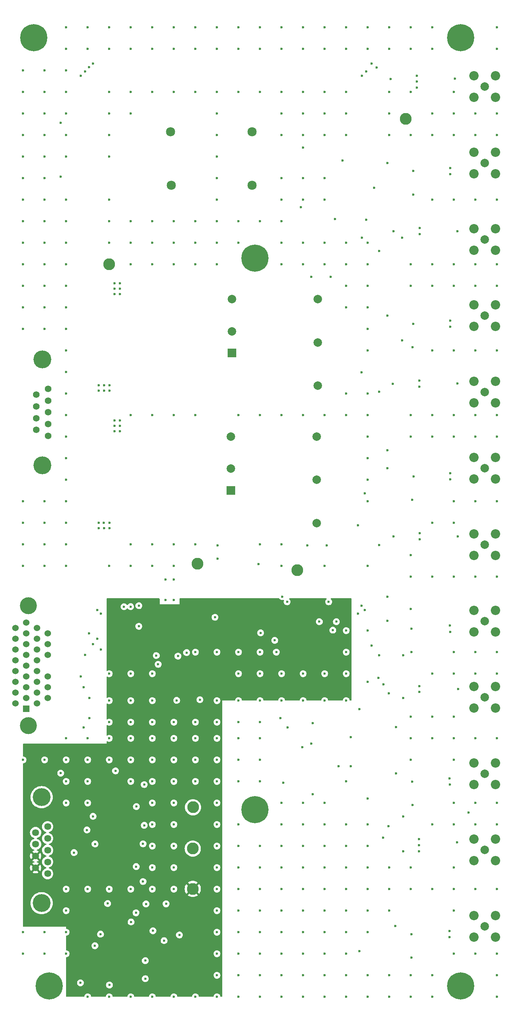
<source format=gbr>
%TF.GenerationSoftware,KiCad,Pcbnew,8.0.6*%
%TF.CreationDate,2025-05-14T12:37:58-04:00*%
%TF.ProjectId,TPC_Warm_Shaper,5450435f-5761-4726-9d5f-536861706572,rev?*%
%TF.SameCoordinates,Original*%
%TF.FileFunction,Copper,L8,Inr*%
%TF.FilePolarity,Positive*%
%FSLAX46Y46*%
G04 Gerber Fmt 4.6, Leading zero omitted, Abs format (unit mm)*
G04 Created by KiCad (PCBNEW 8.0.6) date 2025-05-14 12:37:58*
%MOMM*%
%LPD*%
G01*
G04 APERTURE LIST*
%TA.AperFunction,ComponentPad*%
%ADD10C,2.006600*%
%TD*%
%TA.AperFunction,ComponentPad*%
%ADD11C,2.209800*%
%TD*%
%TA.AperFunction,ComponentPad*%
%ADD12C,2.800000*%
%TD*%
%TA.AperFunction,ComponentPad*%
%ADD13C,1.635000*%
%TD*%
%TA.AperFunction,ComponentPad*%
%ADD14C,4.216000*%
%TD*%
%TA.AperFunction,ComponentPad*%
%ADD15C,2.159000*%
%TD*%
%TA.AperFunction,ComponentPad*%
%ADD16R,2.000000X2.000000*%
%TD*%
%TA.AperFunction,ComponentPad*%
%ADD17C,2.000000*%
%TD*%
%TA.AperFunction,ComponentPad*%
%ADD18C,1.560000*%
%TD*%
%TA.AperFunction,ComponentPad*%
%ADD19C,6.400000*%
%TD*%
%TA.AperFunction,ComponentPad*%
%ADD20C,4.000000*%
%TD*%
%TA.AperFunction,ComponentPad*%
%ADD21R,1.530000X1.530000*%
%TD*%
%TA.AperFunction,ComponentPad*%
%ADD22C,1.530000*%
%TD*%
%TA.AperFunction,ViaPad*%
%ADD23C,0.600000*%
%TD*%
G04 APERTURE END LIST*
D10*
%TO.N,/P_SHPR_6*%
%TO.C,J14*%
X225680000Y-229544999D03*
D11*
%TO.N,/PM3p3V_RTN*%
X228220000Y-227004999D03*
X223140000Y-227004999D03*
X223140000Y-232084999D03*
X228220000Y-232084999D03*
%TD*%
D10*
%TO.N,/M_SHPR_6*%
%TO.C,J13*%
X225680000Y-247544999D03*
D11*
%TO.N,/PM3p3V_RTN*%
X228220000Y-245004999D03*
X223140000Y-245004999D03*
X223140000Y-250084999D03*
X228220000Y-250084999D03*
%TD*%
D10*
%TO.N,/P_SHPR_5*%
%TO.C,J12*%
X225680000Y-193544999D03*
D11*
%TO.N,/PM3p3V_RTN*%
X228220000Y-191004999D03*
X223140000Y-191004999D03*
X223140000Y-196084999D03*
X228220000Y-196084999D03*
%TD*%
D10*
%TO.N,/M_SHPR_5*%
%TO.C,J11*%
X225680000Y-211544999D03*
D11*
%TO.N,/PM3p3V_RTN*%
X228220000Y-209004999D03*
X223140000Y-209004999D03*
X223140000Y-214084999D03*
X228220000Y-214084999D03*
%TD*%
D10*
%TO.N,/P_SHPR_4*%
%TO.C,J10*%
X225680000Y-157544999D03*
D11*
%TO.N,/PM3p3V_RTN*%
X228220000Y-155004999D03*
X223140000Y-155004999D03*
X223140000Y-160084999D03*
X228220000Y-160084999D03*
%TD*%
D10*
%TO.N,/M_SHPR_4*%
%TO.C,J9*%
X225680000Y-175544999D03*
D11*
%TO.N,/PM3p3V_RTN*%
X228220000Y-173004999D03*
X223140000Y-173004999D03*
X223140000Y-178084999D03*
X228220000Y-178084999D03*
%TD*%
D10*
%TO.N,/P_SHPR_3*%
%TO.C,J8*%
X225680000Y-121544999D03*
D11*
%TO.N,/PM3p3V_RTN*%
X228220000Y-119004999D03*
X223140000Y-119004999D03*
X223140000Y-124084999D03*
X228220000Y-124084999D03*
%TD*%
D10*
%TO.N,/M_SHPR_3*%
%TO.C,J7*%
X225680000Y-139544999D03*
D11*
%TO.N,/PM3p3V_RTN*%
X228220000Y-137004999D03*
X223140000Y-137004999D03*
X223140000Y-142084999D03*
X228220000Y-142084999D03*
%TD*%
D10*
%TO.N,/P_SHPR_2*%
%TO.C,J6*%
X225680000Y-85544999D03*
D11*
%TO.N,/PM3p3V_RTN*%
X228220000Y-83004999D03*
X223140000Y-83004999D03*
X223140000Y-88084999D03*
X228220000Y-88084999D03*
%TD*%
D10*
%TO.N,/M_SHPR_2*%
%TO.C,J5*%
X225680000Y-103544999D03*
D11*
%TO.N,/PM3p3V_RTN*%
X228220000Y-101004999D03*
X223140000Y-101004999D03*
X223140000Y-106084999D03*
X228220000Y-106084999D03*
%TD*%
D10*
%TO.N,/P_SHPR_1*%
%TO.C,J4*%
X225680000Y-49544999D03*
D11*
%TO.N,/PM3p3V_RTN*%
X228220000Y-47004999D03*
X223140000Y-47004999D03*
X223140000Y-52084999D03*
X228220000Y-52084999D03*
%TD*%
D10*
%TO.N,/M_SHPR_1*%
%TO.C,J3*%
X225680000Y-67544999D03*
D11*
%TO.N,/PM3p3V_RTN*%
X228220000Y-65004999D03*
X223140000Y-65004999D03*
X223140000Y-70084999D03*
X228220000Y-70084999D03*
%TD*%
D12*
%TO.N,/V_SEC_RTN*%
%TO.C,SEC_{RTN}*%
X181508400Y-163576000D03*
%TD*%
%TO.N,/TELEM_M5V*%
%TO.C,TELEM_{-5V}*%
X156870400Y-238709200D03*
%TD*%
D13*
%TO.N,/TELEM_RTN*%
%TO.C,J15*%
X122640000Y-235115000D03*
X122640000Y-232345000D03*
%TO.N,unconnected-(J15-Pad3)*%
X122640000Y-229575000D03*
%TO.N,/TELEM_RTN*%
X122640000Y-226805000D03*
X122640000Y-224035000D03*
%TO.N,/TELEM_M5V*%
X119800000Y-233730000D03*
X119800000Y-230960000D03*
%TO.N,/TELEM_P5V*%
X119800000Y-228190000D03*
X119800000Y-225420000D03*
D14*
%TO.N,GNDPWR*%
X121220000Y-217075000D03*
X121220000Y-242075000D03*
%TD*%
D15*
%TO.N,Net-(M2-Pad3)*%
%TO.C,P4*%
X170830000Y-60150000D03*
%TD*%
D12*
%TO.N,/TELEM_RTN*%
%TO.C,TELEM_{RTN}*%
X156870400Y-229209600D03*
%TD*%
%TO.N,/TELEM_RTN*%
%TO.C,TELEM_{RTN}*%
X207111600Y-57099200D03*
%TD*%
D16*
%TO.N,Net-(U1-+VIN)*%
%TO.C,U1*%
X166080000Y-112340000D03*
D17*
%TO.N,Net-(U1--VIN)*%
X166080000Y-107240000D03*
%TO.N,/P3p3V*%
X186380000Y-120040000D03*
%TO.N,unconnected-(U1-TRIM-Pad4)*%
X186380000Y-109840000D03*
%TO.N,/PM3p3V_RTN*%
X186380000Y-99640000D03*
%TO.N,/Main_CKT/Enable*%
X166080000Y-99640000D03*
%TD*%
D12*
%TO.N,/V_SEC_RTN*%
%TO.C,SEC_{RTN}*%
X137160000Y-91440000D03*
%TD*%
%TO.N,/Main_CKT/Enable*%
%TO.C,V_{EN}*%
X157940000Y-162040000D03*
%TD*%
D18*
%TO.N,/V_SEC_RTN*%
%TO.C,J2*%
X122790000Y-120780000D03*
X122790000Y-123550000D03*
%TO.N,unconnected-(J2-Pad3)*%
X122790000Y-126320000D03*
%TO.N,/V_SEC_RTN*%
X122790000Y-129090000D03*
X122790000Y-131860000D03*
%TO.N,/V_SEC_IN*%
X119950000Y-122165000D03*
X119950000Y-124935000D03*
X119950000Y-127705000D03*
X119950000Y-130475000D03*
D14*
%TO.N,GNDPWR*%
X121370000Y-113820000D03*
X121370000Y-138820000D03*
%TD*%
D19*
%TO.N,GNDPWR*%
%TO.C,H7*%
X123000000Y-261620000D03*
%TD*%
%TO.N,GNDPWR*%
%TO.C,H5*%
X119380000Y-38000000D03*
%TD*%
D12*
%TO.N,/TELEM_P5V*%
%TO.C,TELEM_{+5V}*%
X156921200Y-219456000D03*
%TD*%
D19*
%TO.N,GNDPWR*%
%TO.C,H1*%
X220000000Y-38000000D03*
%TD*%
D16*
%TO.N,Net-(U2-+VIN)*%
%TO.C,U2*%
X165807500Y-144730000D03*
D17*
%TO.N,Net-(U2--VIN)*%
X165807500Y-139630000D03*
%TO.N,/PM3p3V_RTN*%
X186107500Y-152430000D03*
%TO.N,unconnected-(U2-TRIM-Pad4)*%
X186107500Y-142230000D03*
%TO.N,/M3p3V*%
X186107500Y-132030000D03*
%TO.N,/Main_CKT/Enable*%
X165807500Y-132030000D03*
%TD*%
D19*
%TO.N,GNDPWR*%
%TO.C,H2*%
X171500000Y-90000000D03*
%TD*%
D15*
%TO.N,Net-(P1-Pad1)*%
%TO.C,P1*%
X151810600Y-72790000D03*
%TD*%
D19*
%TO.N,GNDPWR*%
%TO.C,H4*%
X220000000Y-261620000D03*
%TD*%
%TO.N,GNDPWR*%
%TO.C,H3*%
X171500000Y-220000000D03*
%TD*%
D15*
%TO.N,Net-(M1-Pad3)*%
%TO.C,P2*%
X170809800Y-72790000D03*
%TD*%
%TO.N,Net-(P3-Pad1)*%
%TO.C,P3*%
X151620000Y-60148000D03*
%TD*%
D20*
%TO.N,GNDPWR*%
%TO.C,J1*%
X118098000Y-171909500D03*
X118098000Y-200230500D03*
D21*
%TO.N,/i_Sense_6-*%
X117590000Y-196230000D03*
D22*
%TO.N,/TELEM_RTN*%
X115050000Y-194960000D03*
%TO.N,/i_Sense_6+*%
X117590000Y-193690000D03*
%TO.N,/TELEM_RTN*%
X115050000Y-192420000D03*
%TO.N,/i_Sense_5-*%
X117590000Y-191150000D03*
%TO.N,/TELEM_RTN*%
X115050000Y-189880000D03*
%TO.N,/i_Sense_5+*%
X117590000Y-188610000D03*
%TO.N,/TELEM_RTN*%
X115050000Y-187340000D03*
X115050000Y-184800000D03*
%TO.N,/i_Sense_4+*%
X117590000Y-183530000D03*
%TO.N,/TELEM_RTN*%
X115050000Y-182260000D03*
%TO.N,/i_Sense_3-*%
X117590000Y-180990000D03*
%TO.N,/TELEM_RTN*%
X115050000Y-179720000D03*
%TO.N,/i_Sense_3+*%
X117590000Y-178450000D03*
%TO.N,/TELEM_RTN*%
X115050000Y-177180000D03*
%TO.N,/Enable+*%
X117590000Y-175910000D03*
%TO.N,/TELEM_RTN*%
X120130000Y-194960000D03*
%TO.N,/P3p3V_MON*%
X122670000Y-193690000D03*
%TO.N,/TELEM_RTN*%
X120130000Y-192420000D03*
%TO.N,/M3p3V_MON*%
X122670000Y-191150000D03*
%TO.N,/TEMP_MON*%
X120130000Y-189880000D03*
%TO.N,/i_Sense_2-*%
X122670000Y-188610000D03*
%TO.N,/TELEM_RTN*%
X120130000Y-187340000D03*
%TO.N,/i_Sense_4-*%
X117590000Y-186070000D03*
%TO.N,/TELEM_RTN*%
X120130000Y-184800000D03*
%TO.N,/i_Sense_2+*%
X122670000Y-183530000D03*
%TO.N,/TELEM_RTN*%
X120130000Y-182260000D03*
%TO.N,/i_Sense_1-*%
X122670000Y-180990000D03*
%TO.N,/TELEM_RTN*%
X120130000Y-179720000D03*
%TO.N,/Enable-*%
X120130000Y-177180000D03*
%TO.N,/i_Sense_1+*%
X122670000Y-178450000D03*
%TD*%
D23*
%TO.N,/P3p3V*%
X206470000Y-183600000D03*
X200810000Y-121490000D03*
X206470000Y-193730000D03*
X200810000Y-183600000D03*
X209720000Y-49789999D03*
X206480000Y-221620000D03*
X200810000Y-157650000D03*
X210180000Y-229844999D03*
X206470000Y-229850000D03*
X200810000Y-88260000D03*
%TO.N,/PM3p3V_RTN*%
X188446000Y-157730000D03*
X189426000Y-94380000D03*
X221860000Y-220670000D03*
%TO.N,GNDPWR*%
X184796000Y-94380000D03*
X183886000Y-157730000D03*
%TO.N,/V_SEC_RTN*%
X187960000Y-40640000D03*
X218440000Y-152400000D03*
X121920000Y-66040000D03*
X127000000Y-147320000D03*
X147320000Y-81280000D03*
X157480000Y-157480000D03*
X213360000Y-60960000D03*
X121920000Y-152400000D03*
X139700000Y-129540000D03*
X187960000Y-35560000D03*
X116840000Y-152400000D03*
X127000000Y-45720000D03*
X167640000Y-50800000D03*
X138430000Y-98425000D03*
X127000000Y-50800000D03*
X177800000Y-157480000D03*
X223520000Y-111760000D03*
X142240000Y-55880000D03*
X121920000Y-162560000D03*
X182880000Y-86360000D03*
X127000000Y-60960000D03*
X162560000Y-60960000D03*
X208280000Y-40640000D03*
X228600000Y-147320000D03*
X198120000Y-101600000D03*
X172720000Y-50800000D03*
X116840000Y-81280000D03*
X150460000Y-165750000D03*
X198120000Y-162560000D03*
X142240000Y-35560000D03*
X116840000Y-96520000D03*
X198120000Y-121920000D03*
X198120000Y-91440000D03*
X213360000Y-96520000D03*
X228600000Y-165100000D03*
X223520000Y-55880000D03*
X127000000Y-106680000D03*
X139700000Y-130810000D03*
X147320000Y-50800000D03*
X127000000Y-40640000D03*
X228600000Y-35560000D03*
X223520000Y-147320000D03*
X162560000Y-81280000D03*
X193040000Y-40640000D03*
X116840000Y-86360000D03*
X132080000Y-40640000D03*
X182880000Y-40640000D03*
X116840000Y-71120000D03*
X147320000Y-86360000D03*
X177800000Y-76200000D03*
X228600000Y-60960000D03*
X116840000Y-91440000D03*
X152400000Y-157480000D03*
X203200000Y-55880000D03*
X213360000Y-55880000D03*
X182880000Y-60960000D03*
X208280000Y-96520000D03*
X139700000Y-98425000D03*
X198120000Y-106680000D03*
X187960000Y-76200000D03*
X121920000Y-81280000D03*
X132080000Y-35560000D03*
X213360000Y-165100000D03*
X228600000Y-132080000D03*
X137160000Y-81280000D03*
X198120000Y-35560000D03*
X203200000Y-40640000D03*
X193040000Y-35560000D03*
X213360000Y-152400000D03*
X193040000Y-86360000D03*
X218440000Y-165100000D03*
X193040000Y-121920000D03*
X162560000Y-50800000D03*
X208280000Y-132080000D03*
X203200000Y-35560000D03*
X152400000Y-86360000D03*
X127000000Y-157480000D03*
X218440000Y-127000000D03*
X223520000Y-96520000D03*
X193040000Y-55880000D03*
X157480000Y-127000000D03*
X172720000Y-40640000D03*
X208280000Y-127000000D03*
X157480000Y-35560000D03*
X177800000Y-86360000D03*
X121920000Y-76200000D03*
X138430000Y-130810000D03*
X218440000Y-76200000D03*
X127000000Y-127000000D03*
X147320000Y-162560000D03*
X193040000Y-101600000D03*
X121920000Y-71120000D03*
X198120000Y-142240000D03*
X121920000Y-101600000D03*
X177800000Y-35560000D03*
X152400000Y-40640000D03*
X218440000Y-132080000D03*
X127000000Y-96520000D03*
X167640000Y-81280000D03*
X147320000Y-35560000D03*
X157480000Y-86360000D03*
X198120000Y-96520000D03*
X127000000Y-91440000D03*
X223520000Y-127000000D03*
X228600000Y-55880000D03*
X142240000Y-91440000D03*
X127000000Y-111760000D03*
X193040000Y-127000000D03*
X187960000Y-55880000D03*
X172360000Y-162120000D03*
X198120000Y-86360000D03*
X127000000Y-137160000D03*
X142240000Y-162560000D03*
X138430000Y-128270000D03*
X137160000Y-162560000D03*
X137160000Y-35560000D03*
X193040000Y-96520000D03*
X138430000Y-97155000D03*
X142240000Y-81280000D03*
X177800000Y-60960000D03*
X142240000Y-50800000D03*
X162560000Y-66040000D03*
X127000000Y-132080000D03*
X172720000Y-127000000D03*
X208280000Y-91440000D03*
X152400000Y-162560000D03*
X142240000Y-127000000D03*
X203200000Y-50800000D03*
X223520000Y-76200000D03*
X218440000Y-111760000D03*
X223520000Y-165100000D03*
X127000000Y-86360000D03*
X127000000Y-66040000D03*
X121920000Y-106680000D03*
X198120000Y-137160000D03*
X167640000Y-127000000D03*
X177800000Y-60960000D03*
X142240000Y-86360000D03*
X147320000Y-91440000D03*
X152400000Y-81280000D03*
X228600000Y-111760000D03*
X172720000Y-35560000D03*
X218440000Y-91440000D03*
X127000000Y-101600000D03*
X152400000Y-35560000D03*
X116840000Y-50800000D03*
X218440000Y-60960000D03*
X177800000Y-91440000D03*
X187960000Y-60960000D03*
X193040000Y-60960000D03*
X198120000Y-111760000D03*
X152400000Y-127000000D03*
X223520000Y-132080000D03*
X137160000Y-55880000D03*
X127000000Y-121920000D03*
X152400000Y-91440000D03*
X182880000Y-35560000D03*
X147320000Y-157480000D03*
X127000000Y-116840000D03*
X127000000Y-35560000D03*
X218440000Y-55880000D03*
X182880000Y-76200000D03*
X142240000Y-40640000D03*
X177800000Y-55880000D03*
X137160000Y-60960000D03*
X187960000Y-127000000D03*
X208280000Y-165100000D03*
X187960000Y-71120000D03*
X193040000Y-50800000D03*
X152400000Y-50800000D03*
X228600000Y-76200000D03*
X157480000Y-40640000D03*
X213360000Y-111760000D03*
X116840000Y-45720000D03*
X121920000Y-60960000D03*
X218440000Y-50800000D03*
X116840000Y-60960000D03*
X198120000Y-121920000D03*
X228600000Y-96520000D03*
X121920000Y-86360000D03*
X198120000Y-132080000D03*
X203200000Y-60960000D03*
X139700000Y-128270000D03*
X223520000Y-91440000D03*
X172720000Y-157480000D03*
X218440000Y-147320000D03*
X121920000Y-91440000D03*
X228600000Y-91440000D03*
X138430000Y-129540000D03*
X162560000Y-76200000D03*
X187960000Y-50800000D03*
X177800000Y-50800000D03*
X121920000Y-55880000D03*
X116840000Y-76200000D03*
X147320000Y-40640000D03*
X139700000Y-95885000D03*
X182880000Y-50800000D03*
X162560000Y-35560000D03*
X162560000Y-86360000D03*
X147320000Y-127000000D03*
X152350000Y-165770000D03*
X137160000Y-86360000D03*
X198120000Y-127000000D03*
X139700000Y-97155000D03*
X182880000Y-55880000D03*
X182880000Y-127000000D03*
X177800000Y-40640000D03*
X162560000Y-71120000D03*
X187960000Y-86360000D03*
X127000000Y-55880000D03*
X116840000Y-101600000D03*
X167640000Y-86360000D03*
X177800000Y-81280000D03*
X127000000Y-142240000D03*
X127000000Y-76200000D03*
X157480000Y-81280000D03*
X121920000Y-147320000D03*
X157480000Y-50800000D03*
X137160000Y-66040000D03*
X137160000Y-40640000D03*
X138430000Y-95885000D03*
X182880000Y-91440000D03*
X208280000Y-50800000D03*
X121920000Y-50800000D03*
X127000000Y-81280000D03*
X213360000Y-132080000D03*
X213360000Y-76200000D03*
X187960000Y-91440000D03*
X162560000Y-55880000D03*
X223520000Y-60960000D03*
X121920000Y-96520000D03*
X218440000Y-96520000D03*
X121920000Y-45720000D03*
X228600000Y-40640000D03*
X198120000Y-40640000D03*
X193040000Y-91440000D03*
X121920000Y-157480000D03*
X116840000Y-106680000D03*
X116840000Y-66040000D03*
X213360000Y-40640000D03*
X213360000Y-91440000D03*
X157480000Y-91440000D03*
X116840000Y-55880000D03*
X127000000Y-152400000D03*
X177800000Y-127000000D03*
X177800000Y-162560000D03*
X162560000Y-91440000D03*
X142240000Y-157480000D03*
X228600000Y-127000000D03*
X213360000Y-127000000D03*
X208280000Y-160020000D03*
X116840000Y-162560000D03*
X116840000Y-157480000D03*
X167640000Y-35560000D03*
X162560000Y-40640000D03*
X137160000Y-50800000D03*
X198120000Y-147320000D03*
X137160000Y-76200000D03*
X213360000Y-35560000D03*
X177800000Y-71120000D03*
X187960000Y-162560000D03*
X127000000Y-162560000D03*
X182880000Y-71120000D03*
X208280000Y-35560000D03*
X172720000Y-81280000D03*
X116840000Y-147320000D03*
X167640000Y-40640000D03*
X208280000Y-60960000D03*
%TO.N,/M3p3V*%
X177980000Y-169790000D03*
X202750000Y-169790000D03*
X204800000Y-200580000D03*
X202770000Y-103530000D03*
X204620000Y-247480000D03*
X204770000Y-211500000D03*
X202760000Y-139540000D03*
X202760000Y-175480000D03*
X202770000Y-135310000D03*
X202770000Y-67540000D03*
%TO.N,/V_SEC_IN*%
X134720000Y-121250000D03*
X134682500Y-153660000D03*
X134682500Y-152390000D03*
X137260000Y-119980000D03*
X135990000Y-121250000D03*
X137222500Y-153660000D03*
X135952500Y-153660000D03*
X135990000Y-119980000D03*
X135902500Y-152390000D03*
X134720000Y-119980000D03*
X137260000Y-121250000D03*
X137222500Y-152390000D03*
%TO.N,/TELEM_RTN*%
X145130000Y-236970000D03*
X228600000Y-223520000D03*
X182880000Y-218440000D03*
X198120000Y-233680000D03*
X142240000Y-203200000D03*
X218440000Y-223520000D03*
X198120000Y-243840000D03*
X219470000Y-191614999D03*
X121920000Y-208280000D03*
X217570000Y-68694999D03*
X218440000Y-198120000D03*
X228600000Y-254000000D03*
X136786200Y-242165000D03*
X145140000Y-228080000D03*
X167640000Y-248920000D03*
X208280000Y-172720000D03*
X147320000Y-203200000D03*
X187960000Y-233680000D03*
X157480000Y-203200000D03*
X157480000Y-182880000D03*
X208280000Y-259080000D03*
X203200000Y-264160000D03*
X176580000Y-182880000D03*
X167640000Y-259080000D03*
X193040000Y-259080000D03*
X127000000Y-248920000D03*
X182880000Y-233680000D03*
X152400000Y-238760000D03*
X193040000Y-254000000D03*
X223520000Y-254000000D03*
X132080000Y-218440000D03*
X218440000Y-187960000D03*
X167640000Y-228600000D03*
X213360000Y-203200000D03*
X172720000Y-254000000D03*
X193040000Y-177800000D03*
X142240000Y-208280000D03*
X147320000Y-187960000D03*
X182880000Y-238760000D03*
X132080000Y-264160000D03*
X198120000Y-223520000D03*
X147320000Y-203200000D03*
X172720000Y-233680000D03*
X208570000Y-213394999D03*
X187960000Y-187960000D03*
X177800000Y-243840000D03*
X162560000Y-228600000D03*
X203200000Y-233680000D03*
X217600000Y-104689999D03*
X213360000Y-259080000D03*
X162560000Y-223520000D03*
X130376200Y-260865000D03*
X167640000Y-182880000D03*
X198120000Y-259080000D03*
X127000000Y-213360000D03*
X213360000Y-198120000D03*
X223520000Y-182880000D03*
X147320000Y-199390000D03*
X228600000Y-238760000D03*
X198120000Y-177800000D03*
X209730000Y-48339999D03*
X147320000Y-218440000D03*
X137160000Y-199390000D03*
X172720000Y-259080000D03*
X172720000Y-187960000D03*
X210290000Y-120254999D03*
X152400000Y-223520000D03*
X223520000Y-203200000D03*
X187960000Y-259080000D03*
X203200000Y-238760000D03*
X218440000Y-243840000D03*
X162560000Y-233680000D03*
X148695476Y-185749999D03*
X157480000Y-213360000D03*
X127000000Y-208280000D03*
X177800000Y-254000000D03*
X208470000Y-182894999D03*
X176190000Y-180100000D03*
X162560000Y-238760000D03*
X213360000Y-223520000D03*
X187960000Y-228600000D03*
X157480000Y-199390000D03*
X116840000Y-208280000D03*
X217450000Y-212659999D03*
X208460000Y-177384999D03*
X182880000Y-254000000D03*
X127000000Y-218440000D03*
X208280000Y-203200000D03*
X121920000Y-254000000D03*
X152400000Y-199390000D03*
X193040000Y-248920000D03*
X167640000Y-194310000D03*
X223520000Y-223520000D03*
X127000000Y-238760000D03*
X203200000Y-243840000D03*
X172720000Y-208280000D03*
X177800000Y-228600000D03*
X204198000Y-155624999D03*
X185180000Y-199630000D03*
X219270000Y-119534999D03*
X210420000Y-84289999D03*
X152400000Y-213360000D03*
X147320000Y-213360000D03*
X147320000Y-194310000D03*
X167640000Y-213360000D03*
X193040000Y-187960000D03*
X167640000Y-208280000D03*
X172720000Y-213360000D03*
X132080000Y-238760000D03*
X182880000Y-243840000D03*
X172720000Y-243840000D03*
X148265476Y-183690000D03*
X218680000Y-47664999D03*
X162560000Y-248920000D03*
X157480000Y-264160000D03*
X182880000Y-194310000D03*
X147320000Y-194310000D03*
X162560000Y-208280000D03*
X198120000Y-238760000D03*
X208890000Y-74959999D03*
X172720000Y-238760000D03*
X116840000Y-254000000D03*
X177800000Y-259080000D03*
X167640000Y-238760000D03*
X217370000Y-248649999D03*
X182720000Y-205310000D03*
X187960000Y-254000000D03*
X201780000Y-226610000D03*
X187960000Y-243840000D03*
X193040000Y-223520000D03*
X218440000Y-208280000D03*
X142240000Y-264160000D03*
X208820000Y-105434999D03*
X182880000Y-264160000D03*
X172720000Y-203200000D03*
X147320000Y-199390000D03*
X208700000Y-110954999D03*
X204070000Y-119619999D03*
X147320000Y-228600000D03*
X147320000Y-233680000D03*
X182850000Y-63940000D03*
X210340000Y-192284999D03*
X210190000Y-228394999D03*
X167640000Y-264160000D03*
X177800000Y-238760000D03*
X218440000Y-203200000D03*
X187960000Y-223520000D03*
X177800000Y-248920000D03*
X167640000Y-203200000D03*
X162560000Y-182880000D03*
X172720000Y-199390000D03*
X162560000Y-264160000D03*
X142240000Y-238760000D03*
X167640000Y-187960000D03*
X152350000Y-170580000D03*
X172720000Y-264160000D03*
X219230000Y-227724999D03*
X150470000Y-170610000D03*
X142316200Y-246515000D03*
X208460000Y-254914999D03*
X208280000Y-264160000D03*
X218440000Y-233680000D03*
X133820000Y-228120000D03*
X153075476Y-194250000D03*
X127000000Y-203200000D03*
X152400000Y-208280000D03*
X182880000Y-187960000D03*
X213360000Y-264160000D03*
X187960000Y-218440000D03*
X218440000Y-182880000D03*
X162560000Y-213360000D03*
X127000000Y-243840000D03*
X193040000Y-228600000D03*
X187960000Y-248920000D03*
X147320000Y-223520000D03*
X208710000Y-218930000D03*
X152400000Y-233680000D03*
X177800000Y-233680000D03*
X187960000Y-194310000D03*
X208280000Y-238760000D03*
X147320000Y-238760000D03*
X172720000Y-228600000D03*
X172720000Y-182880000D03*
X162560000Y-199390000D03*
X167640000Y-233680000D03*
X217530000Y-176629999D03*
X167640000Y-223520000D03*
X142240000Y-199390000D03*
X198120000Y-228600000D03*
X193040000Y-194310000D03*
X162560000Y-199390000D03*
X157480000Y-208280000D03*
X198120000Y-264160000D03*
X208280000Y-233680000D03*
X162560000Y-243840000D03*
X208280000Y-208280000D03*
X187960000Y-264160000D03*
X167640000Y-243840000D03*
X193040000Y-264160000D03*
X219390000Y-155574999D03*
X121920000Y-248920000D03*
X210418000Y-156259999D03*
X213360000Y-238760000D03*
X167640000Y-254000000D03*
X213360000Y-187960000D03*
X177800000Y-187960000D03*
X162560000Y-254000000D03*
X142240000Y-187960000D03*
X162560000Y-218440000D03*
X228600000Y-264160000D03*
X152400000Y-218440000D03*
X218440000Y-218440000D03*
X167640000Y-199390000D03*
X162560000Y-259080000D03*
X172720000Y-194310000D03*
X152400000Y-228600000D03*
X218440000Y-254000000D03*
X208280000Y-198120000D03*
X193040000Y-238760000D03*
X228600000Y-182880000D03*
X135116200Y-249380000D03*
X128880000Y-230150000D03*
X218440000Y-238760000D03*
X198120000Y-248920000D03*
X177800000Y-264160000D03*
X177800000Y-223520000D03*
X193040000Y-243840000D03*
X177800000Y-218440000D03*
X208620000Y-146964999D03*
X182390000Y-77960000D03*
X190730000Y-175700000D03*
X182880000Y-223520000D03*
X223520000Y-218440000D03*
X223520000Y-238760000D03*
X152400000Y-264160000D03*
X147320000Y-208280000D03*
X132080000Y-203200000D03*
X217600000Y-140689999D03*
X194160000Y-209790000D03*
X193040000Y-233680000D03*
X137226200Y-261375000D03*
X223520000Y-187960000D03*
X137160000Y-238760000D03*
X204200000Y-83654999D03*
X145420000Y-214110000D03*
X203200000Y-259080000D03*
X177800000Y-194310000D03*
X162560000Y-194310000D03*
X193040000Y-182880000D03*
X208440000Y-249394999D03*
X228600000Y-218440000D03*
X137160000Y-208280000D03*
X137160000Y-187960000D03*
X182880000Y-228600000D03*
X208940000Y-141439999D03*
X137160000Y-203200000D03*
X142240000Y-213360000D03*
X138640000Y-210880000D03*
X145666200Y-259885000D03*
X201840000Y-190500000D03*
X182880000Y-248920000D03*
X137160000Y-194310000D03*
X152400000Y-203200000D03*
X132080000Y-213360000D03*
X228600000Y-203200000D03*
X228600000Y-187960000D03*
X147320000Y-187960000D03*
X127000000Y-254000000D03*
X116840000Y-248920000D03*
X172720000Y-248920000D03*
X147320000Y-264160000D03*
X194160000Y-202930000D03*
X132080000Y-208280000D03*
X203510000Y-47704999D03*
X142240000Y-194310000D03*
X228600000Y-259080000D03*
X131910000Y-224810000D03*
X145430000Y-223710000D03*
X182880000Y-259080000D03*
X185140000Y-216380000D03*
X219260000Y-83619999D03*
X172870000Y-178340000D03*
X155405476Y-182990000D03*
X208835000Y-69429999D03*
X132080000Y-203200000D03*
X187960000Y-238760000D03*
X162560000Y-203200000D03*
X193040000Y-213360000D03*
X137160000Y-264160000D03*
X140660000Y-172170000D03*
%TO.N,/i_Sense_1+*%
X200260000Y-44990000D03*
X132420000Y-44970000D03*
X132420000Y-178460000D03*
%TO.N,/i_Sense_2+*%
X131450000Y-45910000D03*
X197760000Y-80950000D03*
X131450000Y-183540000D03*
X197760000Y-45910000D03*
%TO.N,/TELEM_P5V*%
X133350000Y-221600000D03*
X150576200Y-242235000D03*
X125720000Y-211410000D03*
X158560000Y-194110000D03*
X125730000Y-70770000D03*
X186700000Y-175700000D03*
X125730000Y-58070000D03*
X145666200Y-255625000D03*
X162110000Y-174650000D03*
X153716200Y-249575000D03*
X133796200Y-252115000D03*
%TO.N,/TELEM_M5V*%
X128880000Y-255940000D03*
X180770000Y-182880000D03*
X138730000Y-258515000D03*
%TO.N,/i_Sense_3+*%
X144150000Y-176790000D03*
X196660000Y-116920000D03*
X144150000Y-171930000D03*
X196670000Y-171930000D03*
%TO.N,/i_Sense_4+*%
X195830000Y-173800000D03*
X195830000Y-152930000D03*
X135200000Y-173800000D03*
X135200000Y-182270000D03*
%TO.N,/i_Sense_5+*%
X200640000Y-188950000D03*
%TO.N,/i_Sense_6+*%
X203050000Y-223930000D03*
X203080000Y-192590000D03*
%TO.N,/i_Sense_1-*%
X199670000Y-73400000D03*
X133360000Y-181010000D03*
X133357380Y-44063928D03*
X199060000Y-44070000D03*
%TO.N,/i_Sense_2-*%
X206270000Y-85190000D03*
X196790000Y-85190000D03*
X130470000Y-188620000D03*
X206274999Y-109404999D03*
X196790000Y-46940000D03*
X130470000Y-46940000D03*
%TO.N,/i_Sense_3-*%
X134350000Y-179710000D03*
X197410000Y-172910000D03*
X134360000Y-172920000D03*
X197410000Y-145404999D03*
%TO.N,/i_Sense_4-*%
X199010000Y-181350000D03*
%TO.N,/i_Sense_5-*%
X198140000Y-189900000D03*
X198130000Y-217370000D03*
%TO.N,/i_Sense_6-*%
X196180000Y-253370000D03*
X196180000Y-196340000D03*
%TO.N,Net-(U17A-A_OUT)*%
X179120000Y-171010000D03*
X190440000Y-80790000D03*
X188910000Y-171020000D03*
%TO.N,Net-(U17B-B_OUT)*%
X192210000Y-66960000D03*
X189890000Y-177690000D03*
%TO.N,/TELEM_P3p3V*%
X210418000Y-154859999D03*
X210340000Y-190884999D03*
X210190000Y-226994999D03*
X217380000Y-250119999D03*
X210290000Y-118854999D03*
X217460000Y-214129999D03*
X209730000Y-46939999D03*
X142210000Y-172150000D03*
X217610000Y-142159999D03*
X217610000Y-106159999D03*
X153375476Y-183820000D03*
X184780000Y-204410000D03*
X143570000Y-219300000D03*
X217540000Y-178099999D03*
X217580000Y-70164999D03*
X210420000Y-82889999D03*
%TO.N,/TELEM_M3p3V*%
X143530000Y-233450000D03*
X191210000Y-209790000D03*
%TO.N,Net-(LED1-Pad2)*%
X150106199Y-250914999D03*
%TO.N,Net-(LED1-Pad1)*%
X147476199Y-248594999D03*
%TO.N,Net-(LED2-Pad1)*%
X143486200Y-244345000D03*
%TO.N,Net-(LED2-Pad2)*%
X145836200Y-242255000D03*
%TO.N,/Main_CKT/Enable*%
X162740000Y-157720000D03*
X162740000Y-160850000D03*
%TO.N,/P3p3V_MON*%
X132530000Y-198410000D03*
X132530000Y-193700000D03*
X178230000Y-213670000D03*
X177570000Y-198410000D03*
%TO.N,/M3p3V_MON*%
X179200000Y-200600000D03*
X131149881Y-200600833D03*
X131150000Y-191160000D03*
%TD*%
%TA.AperFunction,Conductor*%
%TO.N,/TELEM_M5V*%
G36*
X148990239Y-170199685D02*
G01*
X149035994Y-170252489D01*
X149047200Y-170304000D01*
X149047200Y-171602400D01*
X153720800Y-171602400D01*
X153720800Y-170304000D01*
X153740485Y-170236961D01*
X153793289Y-170191206D01*
X153844800Y-170180000D01*
X177211113Y-170180000D01*
X177278152Y-170199685D01*
X177316105Y-170238026D01*
X177350184Y-170292262D01*
X177477738Y-170419816D01*
X177630478Y-170515789D01*
X177742114Y-170554852D01*
X177800745Y-170575368D01*
X177800750Y-170575369D01*
X177979996Y-170595565D01*
X177980000Y-170595565D01*
X177980004Y-170595565D01*
X178159249Y-170575369D01*
X178159251Y-170575368D01*
X178159255Y-170575368D01*
X178159258Y-170575366D01*
X178159262Y-170575366D01*
X178217888Y-170554852D01*
X178287667Y-170551289D01*
X178348294Y-170586018D01*
X178380522Y-170648011D01*
X178375885Y-170712847D01*
X178334632Y-170830742D01*
X178334630Y-170830750D01*
X178314435Y-171009996D01*
X178314435Y-171010003D01*
X178334630Y-171189249D01*
X178334631Y-171189254D01*
X178394211Y-171359523D01*
X178490184Y-171512262D01*
X178617738Y-171639816D01*
X178633653Y-171649816D01*
X178748055Y-171721700D01*
X178770478Y-171735789D01*
X178940745Y-171795368D01*
X178940750Y-171795369D01*
X179119996Y-171815565D01*
X179120000Y-171815565D01*
X179120004Y-171815565D01*
X179299249Y-171795369D01*
X179299252Y-171795368D01*
X179299255Y-171795368D01*
X179469522Y-171735789D01*
X179622262Y-171639816D01*
X179749816Y-171512262D01*
X179845789Y-171359522D01*
X179905368Y-171189255D01*
X179910396Y-171144630D01*
X179925565Y-171010003D01*
X179925565Y-171009996D01*
X179905369Y-170830750D01*
X179905368Y-170830745D01*
X179905367Y-170830742D01*
X179845789Y-170660478D01*
X179837955Y-170648011D01*
X179792311Y-170575368D01*
X179749816Y-170507738D01*
X179633759Y-170391681D01*
X179600274Y-170330358D01*
X179605258Y-170260666D01*
X179647130Y-170204733D01*
X179712594Y-170180316D01*
X179721440Y-170180000D01*
X188318560Y-170180000D01*
X188385599Y-170199685D01*
X188431354Y-170252489D01*
X188441298Y-170321647D01*
X188412273Y-170385203D01*
X188406241Y-170391681D01*
X188280184Y-170517737D01*
X188184211Y-170670476D01*
X188124631Y-170840745D01*
X188124630Y-170840750D01*
X188104435Y-171019996D01*
X188104435Y-171020003D01*
X188124630Y-171199249D01*
X188124631Y-171199254D01*
X188184211Y-171369523D01*
X188231141Y-171444211D01*
X188280184Y-171522262D01*
X188407738Y-171649816D01*
X188436259Y-171667737D01*
X188544561Y-171735788D01*
X188560478Y-171745789D01*
X188716770Y-171800478D01*
X188730745Y-171805368D01*
X188730750Y-171805369D01*
X188909996Y-171825565D01*
X188910000Y-171825565D01*
X188910004Y-171825565D01*
X189089249Y-171805369D01*
X189089252Y-171805368D01*
X189089255Y-171805368D01*
X189259522Y-171745789D01*
X189412262Y-171649816D01*
X189539816Y-171522262D01*
X189635789Y-171369522D01*
X189695368Y-171199255D01*
X189696495Y-171189254D01*
X189715565Y-171020003D01*
X189715565Y-171019996D01*
X189695369Y-170840750D01*
X189695368Y-170840745D01*
X189691868Y-170830742D01*
X189635789Y-170670478D01*
X189629504Y-170660476D01*
X189563136Y-170554852D01*
X189539816Y-170517738D01*
X189413759Y-170391681D01*
X189380274Y-170330358D01*
X189385258Y-170260666D01*
X189427130Y-170204733D01*
X189492594Y-170180316D01*
X189501440Y-170180000D01*
X194186000Y-170180000D01*
X194253039Y-170199685D01*
X194298794Y-170252489D01*
X194310000Y-170304000D01*
X194310000Y-194186000D01*
X194290315Y-194253039D01*
X194237511Y-194298794D01*
X194186000Y-194310000D01*
X193956378Y-194310000D01*
X193889339Y-194290315D01*
X193843584Y-194237511D01*
X193833158Y-194199883D01*
X193825369Y-194130749D01*
X193825368Y-194130745D01*
X193765788Y-193960476D01*
X193669815Y-193807737D01*
X193542262Y-193680184D01*
X193389523Y-193584211D01*
X193219254Y-193524631D01*
X193219249Y-193524630D01*
X193040004Y-193504435D01*
X193039996Y-193504435D01*
X192860750Y-193524630D01*
X192860745Y-193524631D01*
X192690476Y-193584211D01*
X192537737Y-193680184D01*
X192410184Y-193807737D01*
X192314211Y-193960476D01*
X192254631Y-194130745D01*
X192254630Y-194130749D01*
X192246842Y-194199883D01*
X192219776Y-194264297D01*
X192162182Y-194303852D01*
X192123622Y-194310000D01*
X188876378Y-194310000D01*
X188809339Y-194290315D01*
X188763584Y-194237511D01*
X188753158Y-194199883D01*
X188745369Y-194130749D01*
X188745368Y-194130745D01*
X188685788Y-193960476D01*
X188589815Y-193807737D01*
X188462262Y-193680184D01*
X188309523Y-193584211D01*
X188139254Y-193524631D01*
X188139249Y-193524630D01*
X187960004Y-193504435D01*
X187959996Y-193504435D01*
X187780750Y-193524630D01*
X187780745Y-193524631D01*
X187610476Y-193584211D01*
X187457737Y-193680184D01*
X187330184Y-193807737D01*
X187234211Y-193960476D01*
X187174631Y-194130745D01*
X187174630Y-194130749D01*
X187166842Y-194199883D01*
X187139776Y-194264297D01*
X187082182Y-194303852D01*
X187043622Y-194310000D01*
X183796378Y-194310000D01*
X183729339Y-194290315D01*
X183683584Y-194237511D01*
X183673158Y-194199883D01*
X183665369Y-194130749D01*
X183665368Y-194130745D01*
X183605788Y-193960476D01*
X183509815Y-193807737D01*
X183382262Y-193680184D01*
X183229523Y-193584211D01*
X183059254Y-193524631D01*
X183059249Y-193524630D01*
X182880004Y-193504435D01*
X182879996Y-193504435D01*
X182700750Y-193524630D01*
X182700745Y-193524631D01*
X182530476Y-193584211D01*
X182377737Y-193680184D01*
X182250184Y-193807737D01*
X182154211Y-193960476D01*
X182094631Y-194130745D01*
X182094630Y-194130749D01*
X182086842Y-194199883D01*
X182059776Y-194264297D01*
X182002182Y-194303852D01*
X181963622Y-194310000D01*
X178716378Y-194310000D01*
X178649339Y-194290315D01*
X178603584Y-194237511D01*
X178593158Y-194199883D01*
X178585369Y-194130749D01*
X178585368Y-194130745D01*
X178525788Y-193960476D01*
X178429815Y-193807737D01*
X178302262Y-193680184D01*
X178149523Y-193584211D01*
X177979254Y-193524631D01*
X177979249Y-193524630D01*
X177800004Y-193504435D01*
X177799996Y-193504435D01*
X177620750Y-193524630D01*
X177620745Y-193524631D01*
X177450476Y-193584211D01*
X177297737Y-193680184D01*
X177170184Y-193807737D01*
X177074211Y-193960476D01*
X177014631Y-194130745D01*
X177014630Y-194130749D01*
X177006842Y-194199883D01*
X176979776Y-194264297D01*
X176922182Y-194303852D01*
X176883622Y-194310000D01*
X173636378Y-194310000D01*
X173569339Y-194290315D01*
X173523584Y-194237511D01*
X173513158Y-194199883D01*
X173505369Y-194130749D01*
X173505368Y-194130745D01*
X173445788Y-193960476D01*
X173349815Y-193807737D01*
X173222262Y-193680184D01*
X173069523Y-193584211D01*
X172899254Y-193524631D01*
X172899249Y-193524630D01*
X172720004Y-193504435D01*
X172719996Y-193504435D01*
X172540750Y-193524630D01*
X172540745Y-193524631D01*
X172370476Y-193584211D01*
X172217737Y-193680184D01*
X172090184Y-193807737D01*
X171994211Y-193960476D01*
X171934631Y-194130745D01*
X171934630Y-194130749D01*
X171926842Y-194199883D01*
X171899776Y-194264297D01*
X171842182Y-194303852D01*
X171803622Y-194310000D01*
X168556378Y-194310000D01*
X168489339Y-194290315D01*
X168443584Y-194237511D01*
X168433158Y-194199883D01*
X168425369Y-194130749D01*
X168425368Y-194130745D01*
X168365788Y-193960476D01*
X168269815Y-193807737D01*
X168142262Y-193680184D01*
X167989523Y-193584211D01*
X167819254Y-193524631D01*
X167819249Y-193524630D01*
X167640004Y-193504435D01*
X167639996Y-193504435D01*
X167460750Y-193524630D01*
X167460745Y-193524631D01*
X167290476Y-193584211D01*
X167137737Y-193680184D01*
X167010184Y-193807737D01*
X166914211Y-193960476D01*
X166854631Y-194130745D01*
X166854630Y-194130749D01*
X166846842Y-194199883D01*
X166819776Y-194264297D01*
X166762182Y-194303852D01*
X166723622Y-194310000D01*
X163830000Y-194310000D01*
X163830000Y-264036000D01*
X163810315Y-264103039D01*
X163757511Y-264148794D01*
X163706000Y-264160000D01*
X163476378Y-264160000D01*
X163409339Y-264140315D01*
X163363584Y-264087511D01*
X163353158Y-264049883D01*
X163345369Y-263980749D01*
X163345368Y-263980745D01*
X163285788Y-263810476D01*
X163189815Y-263657737D01*
X163062262Y-263530184D01*
X162909523Y-263434211D01*
X162739254Y-263374631D01*
X162739249Y-263374630D01*
X162560004Y-263354435D01*
X162559996Y-263354435D01*
X162380750Y-263374630D01*
X162380745Y-263374631D01*
X162210476Y-263434211D01*
X162057737Y-263530184D01*
X161930184Y-263657737D01*
X161834211Y-263810476D01*
X161774631Y-263980745D01*
X161774630Y-263980749D01*
X161766842Y-264049883D01*
X161739776Y-264114297D01*
X161682182Y-264153852D01*
X161643622Y-264160000D01*
X158396378Y-264160000D01*
X158329339Y-264140315D01*
X158283584Y-264087511D01*
X158273158Y-264049883D01*
X158265369Y-263980749D01*
X158265368Y-263980745D01*
X158205788Y-263810476D01*
X158109815Y-263657737D01*
X157982262Y-263530184D01*
X157829523Y-263434211D01*
X157659254Y-263374631D01*
X157659249Y-263374630D01*
X157480004Y-263354435D01*
X157479996Y-263354435D01*
X157300750Y-263374630D01*
X157300745Y-263374631D01*
X157130476Y-263434211D01*
X156977737Y-263530184D01*
X156850184Y-263657737D01*
X156754211Y-263810476D01*
X156694631Y-263980745D01*
X156694630Y-263980749D01*
X156686842Y-264049883D01*
X156659776Y-264114297D01*
X156602182Y-264153852D01*
X156563622Y-264160000D01*
X153316378Y-264160000D01*
X153249339Y-264140315D01*
X153203584Y-264087511D01*
X153193158Y-264049883D01*
X153185369Y-263980749D01*
X153185368Y-263980745D01*
X153125788Y-263810476D01*
X153029815Y-263657737D01*
X152902262Y-263530184D01*
X152749523Y-263434211D01*
X152579254Y-263374631D01*
X152579249Y-263374630D01*
X152400004Y-263354435D01*
X152399996Y-263354435D01*
X152220750Y-263374630D01*
X152220745Y-263374631D01*
X152050476Y-263434211D01*
X151897737Y-263530184D01*
X151770184Y-263657737D01*
X151674211Y-263810476D01*
X151614631Y-263980745D01*
X151614630Y-263980749D01*
X151606842Y-264049883D01*
X151579776Y-264114297D01*
X151522182Y-264153852D01*
X151483622Y-264160000D01*
X148236378Y-264160000D01*
X148169339Y-264140315D01*
X148123584Y-264087511D01*
X148113158Y-264049883D01*
X148105369Y-263980749D01*
X148105368Y-263980745D01*
X148045788Y-263810476D01*
X147949815Y-263657737D01*
X147822262Y-263530184D01*
X147669523Y-263434211D01*
X147499254Y-263374631D01*
X147499249Y-263374630D01*
X147320004Y-263354435D01*
X147319996Y-263354435D01*
X147140750Y-263374630D01*
X147140745Y-263374631D01*
X146970476Y-263434211D01*
X146817737Y-263530184D01*
X146690184Y-263657737D01*
X146594211Y-263810476D01*
X146534631Y-263980745D01*
X146534630Y-263980749D01*
X146526842Y-264049883D01*
X146499776Y-264114297D01*
X146442182Y-264153852D01*
X146403622Y-264160000D01*
X143156378Y-264160000D01*
X143089339Y-264140315D01*
X143043584Y-264087511D01*
X143033158Y-264049883D01*
X143025369Y-263980749D01*
X143025368Y-263980745D01*
X142965788Y-263810476D01*
X142869815Y-263657737D01*
X142742262Y-263530184D01*
X142589523Y-263434211D01*
X142419254Y-263374631D01*
X142419249Y-263374630D01*
X142240004Y-263354435D01*
X142239996Y-263354435D01*
X142060750Y-263374630D01*
X142060745Y-263374631D01*
X141890476Y-263434211D01*
X141737737Y-263530184D01*
X141610184Y-263657737D01*
X141514211Y-263810476D01*
X141454631Y-263980745D01*
X141454630Y-263980749D01*
X141446842Y-264049883D01*
X141419776Y-264114297D01*
X141362182Y-264153852D01*
X141323622Y-264160000D01*
X138076378Y-264160000D01*
X138009339Y-264140315D01*
X137963584Y-264087511D01*
X137953158Y-264049883D01*
X137945369Y-263980749D01*
X137945368Y-263980745D01*
X137885788Y-263810476D01*
X137789815Y-263657737D01*
X137662262Y-263530184D01*
X137509523Y-263434211D01*
X137339254Y-263374631D01*
X137339249Y-263374630D01*
X137160004Y-263354435D01*
X137159996Y-263354435D01*
X136980750Y-263374630D01*
X136980745Y-263374631D01*
X136810476Y-263434211D01*
X136657737Y-263530184D01*
X136530184Y-263657737D01*
X136434211Y-263810476D01*
X136374631Y-263980745D01*
X136374630Y-263980749D01*
X136366842Y-264049883D01*
X136339776Y-264114297D01*
X136282182Y-264153852D01*
X136243622Y-264160000D01*
X132996378Y-264160000D01*
X132929339Y-264140315D01*
X132883584Y-264087511D01*
X132873158Y-264049883D01*
X132865369Y-263980749D01*
X132865368Y-263980745D01*
X132805788Y-263810476D01*
X132709815Y-263657737D01*
X132582262Y-263530184D01*
X132429523Y-263434211D01*
X132259254Y-263374631D01*
X132259249Y-263374630D01*
X132080004Y-263354435D01*
X132079996Y-263354435D01*
X131900750Y-263374630D01*
X131900745Y-263374631D01*
X131730476Y-263434211D01*
X131577737Y-263530184D01*
X131450184Y-263657737D01*
X131354211Y-263810476D01*
X131294631Y-263980745D01*
X131294630Y-263980749D01*
X131286842Y-264049883D01*
X131259776Y-264114297D01*
X131202182Y-264153852D01*
X131163622Y-264160000D01*
X127124000Y-264160000D01*
X127056961Y-264140315D01*
X127011206Y-264087511D01*
X127000000Y-264036000D01*
X127000000Y-260864996D01*
X129570635Y-260864996D01*
X129570635Y-260865003D01*
X129590830Y-261044249D01*
X129590831Y-261044254D01*
X129650411Y-261214523D01*
X129746384Y-261367262D01*
X129873938Y-261494816D01*
X130026678Y-261590789D01*
X130196945Y-261650368D01*
X130196950Y-261650369D01*
X130376196Y-261670565D01*
X130376200Y-261670565D01*
X130376204Y-261670565D01*
X130555449Y-261650369D01*
X130555452Y-261650368D01*
X130555455Y-261650368D01*
X130725722Y-261590789D01*
X130878462Y-261494816D01*
X130998282Y-261374996D01*
X136420635Y-261374996D01*
X136420635Y-261375003D01*
X136440830Y-261554249D01*
X136440831Y-261554254D01*
X136500411Y-261724523D01*
X136572504Y-261839258D01*
X136596384Y-261877262D01*
X136723938Y-262004816D01*
X136876678Y-262100789D01*
X137046945Y-262160368D01*
X137046950Y-262160369D01*
X137226196Y-262180565D01*
X137226200Y-262180565D01*
X137226204Y-262180565D01*
X137405449Y-262160369D01*
X137405452Y-262160368D01*
X137405455Y-262160368D01*
X137575722Y-262100789D01*
X137728462Y-262004816D01*
X137856016Y-261877262D01*
X137951989Y-261724522D01*
X138011568Y-261554255D01*
X138018265Y-261494816D01*
X138031765Y-261375003D01*
X138031765Y-261374996D01*
X138011569Y-261195750D01*
X138011568Y-261195745D01*
X137951988Y-261025476D01*
X137856015Y-260872737D01*
X137728462Y-260745184D01*
X137575723Y-260649211D01*
X137405454Y-260589631D01*
X137405449Y-260589630D01*
X137226204Y-260569435D01*
X137226196Y-260569435D01*
X137046950Y-260589630D01*
X137046945Y-260589631D01*
X136876676Y-260649211D01*
X136723937Y-260745184D01*
X136596384Y-260872737D01*
X136500411Y-261025476D01*
X136440831Y-261195745D01*
X136440830Y-261195750D01*
X136420635Y-261374996D01*
X130998282Y-261374996D01*
X131006016Y-261367262D01*
X131101989Y-261214522D01*
X131161568Y-261044255D01*
X131180893Y-260872738D01*
X131181765Y-260865003D01*
X131181765Y-260864996D01*
X131161569Y-260685750D01*
X131161568Y-260685745D01*
X131135339Y-260610788D01*
X131101989Y-260515478D01*
X131101572Y-260514815D01*
X131006015Y-260362737D01*
X130878462Y-260235184D01*
X130725723Y-260139211D01*
X130555454Y-260079631D01*
X130555449Y-260079630D01*
X130376204Y-260059435D01*
X130376196Y-260059435D01*
X130196950Y-260079630D01*
X130196945Y-260079631D01*
X130026676Y-260139211D01*
X129873937Y-260235184D01*
X129746384Y-260362737D01*
X129650411Y-260515476D01*
X129590831Y-260685745D01*
X129590830Y-260685750D01*
X129570635Y-260864996D01*
X127000000Y-260864996D01*
X127000000Y-259884996D01*
X144860635Y-259884996D01*
X144860635Y-259885003D01*
X144880830Y-260064249D01*
X144880831Y-260064254D01*
X144940411Y-260234523D01*
X145036384Y-260387262D01*
X145163938Y-260514816D01*
X145164992Y-260515478D01*
X145283003Y-260589630D01*
X145316678Y-260610789D01*
X145426482Y-260649211D01*
X145486945Y-260670368D01*
X145486950Y-260670369D01*
X145666196Y-260690565D01*
X145666200Y-260690565D01*
X145666204Y-260690565D01*
X145845449Y-260670369D01*
X145845452Y-260670368D01*
X145845455Y-260670368D01*
X146015722Y-260610789D01*
X146168462Y-260514816D01*
X146296016Y-260387262D01*
X146391989Y-260234522D01*
X146451568Y-260064255D01*
X146452111Y-260059435D01*
X146471765Y-259885003D01*
X146471765Y-259884996D01*
X146451569Y-259705750D01*
X146451568Y-259705745D01*
X146391988Y-259535476D01*
X146296015Y-259382737D01*
X146168462Y-259255184D01*
X146015723Y-259159211D01*
X145845454Y-259099631D01*
X145845449Y-259099630D01*
X145671183Y-259079996D01*
X161754435Y-259079996D01*
X161754435Y-259080003D01*
X161774630Y-259259249D01*
X161774631Y-259259254D01*
X161834211Y-259429523D01*
X161930184Y-259582262D01*
X162057738Y-259709816D01*
X162210478Y-259805789D01*
X162380745Y-259865368D01*
X162380750Y-259865369D01*
X162559996Y-259885565D01*
X162560000Y-259885565D01*
X162560004Y-259885565D01*
X162739249Y-259865369D01*
X162739252Y-259865368D01*
X162739255Y-259865368D01*
X162909522Y-259805789D01*
X163062262Y-259709816D01*
X163189816Y-259582262D01*
X163285789Y-259429522D01*
X163345368Y-259259255D01*
X163363353Y-259099631D01*
X163365565Y-259080003D01*
X163365565Y-259079996D01*
X163345369Y-258900750D01*
X163345368Y-258900745D01*
X163285788Y-258730476D01*
X163246582Y-258668080D01*
X163189816Y-258577738D01*
X163062262Y-258450184D01*
X162909523Y-258354211D01*
X162739254Y-258294631D01*
X162739249Y-258294630D01*
X162560004Y-258274435D01*
X162559996Y-258274435D01*
X162380750Y-258294630D01*
X162380745Y-258294631D01*
X162210476Y-258354211D01*
X162057737Y-258450184D01*
X161930184Y-258577737D01*
X161834211Y-258730476D01*
X161774631Y-258900745D01*
X161774630Y-258900750D01*
X161754435Y-259079996D01*
X145671183Y-259079996D01*
X145666204Y-259079435D01*
X145666196Y-259079435D01*
X145486950Y-259099630D01*
X145486945Y-259099631D01*
X145316676Y-259159211D01*
X145163937Y-259255184D01*
X145036384Y-259382737D01*
X144940411Y-259535476D01*
X144880831Y-259705745D01*
X144880830Y-259705750D01*
X144860635Y-259884996D01*
X127000000Y-259884996D01*
X127000000Y-255624996D01*
X144860635Y-255624996D01*
X144860635Y-255625003D01*
X144880830Y-255804249D01*
X144880831Y-255804254D01*
X144940411Y-255974523D01*
X145036384Y-256127262D01*
X145163938Y-256254816D01*
X145316678Y-256350789D01*
X145486945Y-256410368D01*
X145486950Y-256410369D01*
X145666196Y-256430565D01*
X145666200Y-256430565D01*
X145666204Y-256430565D01*
X145845449Y-256410369D01*
X145845452Y-256410368D01*
X145845455Y-256410368D01*
X146015722Y-256350789D01*
X146168462Y-256254816D01*
X146296016Y-256127262D01*
X146391989Y-255974522D01*
X146451568Y-255804255D01*
X146471765Y-255625000D01*
X146451568Y-255445745D01*
X146391989Y-255275478D01*
X146296016Y-255122738D01*
X146168462Y-254995184D01*
X146015723Y-254899211D01*
X145845454Y-254839631D01*
X145845449Y-254839630D01*
X145666204Y-254819435D01*
X145666196Y-254819435D01*
X145486950Y-254839630D01*
X145486945Y-254839631D01*
X145316676Y-254899211D01*
X145163937Y-254995184D01*
X145036384Y-255122737D01*
X144940411Y-255275476D01*
X144880831Y-255445745D01*
X144880830Y-255445750D01*
X144860635Y-255624996D01*
X127000000Y-255624996D01*
X127000000Y-254916378D01*
X127019685Y-254849339D01*
X127072489Y-254803584D01*
X127110117Y-254793158D01*
X127179250Y-254785369D01*
X127179253Y-254785368D01*
X127179255Y-254785368D01*
X127349522Y-254725789D01*
X127502262Y-254629816D01*
X127629816Y-254502262D01*
X127725789Y-254349522D01*
X127785368Y-254179255D01*
X127805565Y-254000000D01*
X127805565Y-253999996D01*
X161754435Y-253999996D01*
X161754435Y-254000003D01*
X161774630Y-254179249D01*
X161774631Y-254179254D01*
X161834211Y-254349523D01*
X161930184Y-254502262D01*
X162057738Y-254629816D01*
X162210478Y-254725789D01*
X162380745Y-254785368D01*
X162380750Y-254785369D01*
X162559996Y-254805565D01*
X162560000Y-254805565D01*
X162560004Y-254805565D01*
X162739249Y-254785369D01*
X162739252Y-254785368D01*
X162739255Y-254785368D01*
X162909522Y-254725789D01*
X163062262Y-254629816D01*
X163189816Y-254502262D01*
X163285789Y-254349522D01*
X163345368Y-254179255D01*
X163365565Y-254000000D01*
X163345368Y-253820745D01*
X163285789Y-253650478D01*
X163189816Y-253497738D01*
X163062262Y-253370184D01*
X162909523Y-253274211D01*
X162739254Y-253214631D01*
X162739249Y-253214630D01*
X162560004Y-253194435D01*
X162559996Y-253194435D01*
X162380750Y-253214630D01*
X162380745Y-253214631D01*
X162210476Y-253274211D01*
X162057737Y-253370184D01*
X161930184Y-253497737D01*
X161834211Y-253650476D01*
X161774631Y-253820745D01*
X161774630Y-253820750D01*
X161754435Y-253999996D01*
X127805565Y-253999996D01*
X127785368Y-253820745D01*
X127725789Y-253650478D01*
X127629816Y-253497738D01*
X127502262Y-253370184D01*
X127349523Y-253274211D01*
X127179254Y-253214631D01*
X127179250Y-253214630D01*
X127110116Y-253206841D01*
X127045702Y-253179774D01*
X127006147Y-253122179D01*
X127000000Y-253083621D01*
X127000000Y-252114996D01*
X132990635Y-252114996D01*
X132990635Y-252115003D01*
X133010830Y-252294249D01*
X133010831Y-252294254D01*
X133070411Y-252464523D01*
X133166384Y-252617262D01*
X133293938Y-252744816D01*
X133446678Y-252840789D01*
X133616945Y-252900368D01*
X133616950Y-252900369D01*
X133796196Y-252920565D01*
X133796200Y-252920565D01*
X133796204Y-252920565D01*
X133975449Y-252900369D01*
X133975452Y-252900368D01*
X133975455Y-252900368D01*
X134145722Y-252840789D01*
X134298462Y-252744816D01*
X134426016Y-252617262D01*
X134521989Y-252464522D01*
X134581568Y-252294255D01*
X134601765Y-252115000D01*
X134581568Y-251935745D01*
X134521989Y-251765478D01*
X134426016Y-251612738D01*
X134298462Y-251485184D01*
X134145723Y-251389211D01*
X133975454Y-251329631D01*
X133975449Y-251329630D01*
X133796204Y-251309435D01*
X133796196Y-251309435D01*
X133616950Y-251329630D01*
X133616945Y-251329631D01*
X133446676Y-251389211D01*
X133293937Y-251485184D01*
X133166384Y-251612737D01*
X133070411Y-251765476D01*
X133010831Y-251935745D01*
X133010830Y-251935750D01*
X132990635Y-252114996D01*
X127000000Y-252114996D01*
X127000000Y-250914995D01*
X149300634Y-250914995D01*
X149300634Y-250915002D01*
X149320829Y-251094248D01*
X149320830Y-251094253D01*
X149380410Y-251264522D01*
X149421321Y-251329631D01*
X149476383Y-251417261D01*
X149603937Y-251544815D01*
X149756677Y-251640788D01*
X149926944Y-251700367D01*
X149926949Y-251700368D01*
X150106195Y-251720564D01*
X150106199Y-251720564D01*
X150106203Y-251720564D01*
X150285448Y-251700368D01*
X150285451Y-251700367D01*
X150285454Y-251700367D01*
X150455721Y-251640788D01*
X150608461Y-251544815D01*
X150736015Y-251417261D01*
X150831988Y-251264521D01*
X150891567Y-251094254D01*
X150911764Y-250914999D01*
X150891567Y-250735744D01*
X150831988Y-250565477D01*
X150736015Y-250412737D01*
X150608461Y-250285183D01*
X150455722Y-250189210D01*
X150285453Y-250129630D01*
X150285448Y-250129629D01*
X150106203Y-250109434D01*
X150106195Y-250109434D01*
X149926949Y-250129629D01*
X149926944Y-250129630D01*
X149756675Y-250189210D01*
X149603936Y-250285183D01*
X149476383Y-250412736D01*
X149380410Y-250565475D01*
X149320830Y-250735744D01*
X149320829Y-250735749D01*
X149300634Y-250914995D01*
X127000000Y-250914995D01*
X127000000Y-249836378D01*
X127019685Y-249769339D01*
X127072489Y-249723584D01*
X127110117Y-249713158D01*
X127179250Y-249705369D01*
X127179253Y-249705368D01*
X127179255Y-249705368D01*
X127349522Y-249645789D01*
X127502262Y-249549816D01*
X127629816Y-249422262D01*
X127656374Y-249379996D01*
X134310635Y-249379996D01*
X134310635Y-249380003D01*
X134330830Y-249559249D01*
X134330831Y-249559254D01*
X134390411Y-249729523D01*
X134457553Y-249836378D01*
X134486384Y-249882262D01*
X134613938Y-250009816D01*
X134704280Y-250066582D01*
X134721277Y-250077262D01*
X134766678Y-250105789D01*
X134834809Y-250129629D01*
X134936945Y-250165368D01*
X134936950Y-250165369D01*
X135116196Y-250185565D01*
X135116200Y-250185565D01*
X135116204Y-250185565D01*
X135295449Y-250165369D01*
X135295452Y-250165368D01*
X135295455Y-250165368D01*
X135465722Y-250105789D01*
X135618462Y-250009816D01*
X135746016Y-249882262D01*
X135841989Y-249729522D01*
X135896060Y-249574996D01*
X152910635Y-249574996D01*
X152910635Y-249575003D01*
X152930830Y-249754249D01*
X152930831Y-249754254D01*
X152990411Y-249924523D01*
X153044004Y-250009815D01*
X153086384Y-250077262D01*
X153213938Y-250204816D01*
X153366678Y-250300789D01*
X153536945Y-250360368D01*
X153536950Y-250360369D01*
X153716196Y-250380565D01*
X153716200Y-250380565D01*
X153716204Y-250380565D01*
X153895449Y-250360369D01*
X153895452Y-250360368D01*
X153895455Y-250360368D01*
X154065722Y-250300789D01*
X154218462Y-250204816D01*
X154346016Y-250077262D01*
X154441989Y-249924522D01*
X154501568Y-249754255D01*
X154505024Y-249723584D01*
X154521765Y-249575003D01*
X154521765Y-249574996D01*
X154501569Y-249395750D01*
X154501568Y-249395745D01*
X154457401Y-249269523D01*
X154441989Y-249225478D01*
X154441572Y-249224815D01*
X154402782Y-249163080D01*
X154346016Y-249072738D01*
X154218462Y-248945184D01*
X154178376Y-248919996D01*
X161754435Y-248919996D01*
X161754435Y-248920003D01*
X161774630Y-249099249D01*
X161774631Y-249099254D01*
X161834211Y-249269523D01*
X161903860Y-249380368D01*
X161930184Y-249422262D01*
X162057738Y-249549816D01*
X162210478Y-249645789D01*
X162380745Y-249705368D01*
X162380750Y-249705369D01*
X162559996Y-249725565D01*
X162560000Y-249725565D01*
X162560004Y-249725565D01*
X162739249Y-249705369D01*
X162739252Y-249705368D01*
X162739255Y-249705368D01*
X162909522Y-249645789D01*
X163062262Y-249549816D01*
X163189816Y-249422262D01*
X163285789Y-249269522D01*
X163345368Y-249099255D01*
X163348356Y-249072737D01*
X163365565Y-248920003D01*
X163365565Y-248919996D01*
X163345369Y-248740750D01*
X163345368Y-248740745D01*
X163294241Y-248594632D01*
X163285789Y-248570478D01*
X163189816Y-248417738D01*
X163062262Y-248290184D01*
X162909523Y-248194211D01*
X162739254Y-248134631D01*
X162739249Y-248134630D01*
X162560004Y-248114435D01*
X162559996Y-248114435D01*
X162380750Y-248134630D01*
X162380745Y-248134631D01*
X162210476Y-248194211D01*
X162057737Y-248290184D01*
X161930184Y-248417737D01*
X161834211Y-248570476D01*
X161774631Y-248740745D01*
X161774630Y-248740750D01*
X161754435Y-248919996D01*
X154178376Y-248919996D01*
X154065723Y-248849211D01*
X153895454Y-248789631D01*
X153895449Y-248789630D01*
X153716204Y-248769435D01*
X153716196Y-248769435D01*
X153536950Y-248789630D01*
X153536945Y-248789631D01*
X153366676Y-248849211D01*
X153213937Y-248945184D01*
X153086384Y-249072737D01*
X152990411Y-249225476D01*
X152930831Y-249395745D01*
X152930830Y-249395750D01*
X152910635Y-249574996D01*
X135896060Y-249574996D01*
X135901568Y-249559255D01*
X135902632Y-249549815D01*
X135921765Y-249380003D01*
X135921765Y-249379996D01*
X135901569Y-249200750D01*
X135901568Y-249200745D01*
X135841988Y-249030476D01*
X135787979Y-248944522D01*
X135746016Y-248877738D01*
X135618462Y-248750184D01*
X135603440Y-248740745D01*
X135465723Y-248654211D01*
X135296494Y-248594995D01*
X146670634Y-248594995D01*
X146670634Y-248595002D01*
X146690829Y-248774248D01*
X146690830Y-248774253D01*
X146750410Y-248944522D01*
X146830974Y-249072738D01*
X146846383Y-249097261D01*
X146973937Y-249224815D01*
X147126677Y-249320788D01*
X147295884Y-249379996D01*
X147296944Y-249380367D01*
X147296949Y-249380368D01*
X147476195Y-249400564D01*
X147476199Y-249400564D01*
X147476203Y-249400564D01*
X147655448Y-249380368D01*
X147655451Y-249380367D01*
X147655454Y-249380367D01*
X147825721Y-249320788D01*
X147978461Y-249224815D01*
X148106015Y-249097261D01*
X148201988Y-248944521D01*
X148261567Y-248774254D01*
X148265343Y-248740745D01*
X148281764Y-248595002D01*
X148281764Y-248594995D01*
X148261568Y-248415749D01*
X148261567Y-248415744D01*
X148201988Y-248245477D01*
X148106015Y-248092737D01*
X147978461Y-247965183D01*
X147825722Y-247869210D01*
X147655453Y-247809630D01*
X147655448Y-247809629D01*
X147476203Y-247789434D01*
X147476195Y-247789434D01*
X147296949Y-247809629D01*
X147296944Y-247809630D01*
X147126675Y-247869210D01*
X146973936Y-247965183D01*
X146846383Y-248092736D01*
X146750410Y-248245475D01*
X146690830Y-248415744D01*
X146690829Y-248415749D01*
X146670634Y-248594995D01*
X135296494Y-248594995D01*
X135295454Y-248594631D01*
X135295449Y-248594630D01*
X135116204Y-248574435D01*
X135116196Y-248574435D01*
X134936950Y-248594630D01*
X134936945Y-248594631D01*
X134766676Y-248654211D01*
X134613937Y-248750184D01*
X134486384Y-248877737D01*
X134390411Y-249030476D01*
X134330831Y-249200745D01*
X134330830Y-249200750D01*
X134310635Y-249379996D01*
X127656374Y-249379996D01*
X127725789Y-249269522D01*
X127785368Y-249099255D01*
X127788356Y-249072737D01*
X127805565Y-248920003D01*
X127805565Y-248919996D01*
X127785369Y-248740750D01*
X127785368Y-248740745D01*
X127734241Y-248594632D01*
X127725789Y-248570478D01*
X127629816Y-248417738D01*
X127502262Y-248290184D01*
X127349523Y-248194211D01*
X127179254Y-248134631D01*
X127179250Y-248134630D01*
X127110116Y-248126841D01*
X127045702Y-248099774D01*
X127006147Y-248042179D01*
X127000000Y-248003621D01*
X127000000Y-247650000D01*
X116964000Y-247650000D01*
X116896961Y-247630315D01*
X116851206Y-247577511D01*
X116840000Y-247526000D01*
X116840000Y-246514996D01*
X141510635Y-246514996D01*
X141510635Y-246515003D01*
X141530830Y-246694249D01*
X141530831Y-246694254D01*
X141590411Y-246864523D01*
X141686384Y-247017262D01*
X141813938Y-247144816D01*
X141966678Y-247240789D01*
X142136945Y-247300368D01*
X142136950Y-247300369D01*
X142316196Y-247320565D01*
X142316200Y-247320565D01*
X142316204Y-247320565D01*
X142495449Y-247300369D01*
X142495452Y-247300368D01*
X142495455Y-247300368D01*
X142665722Y-247240789D01*
X142818462Y-247144816D01*
X142946016Y-247017262D01*
X143041989Y-246864522D01*
X143101568Y-246694255D01*
X143121765Y-246515000D01*
X143101568Y-246335745D01*
X143041989Y-246165478D01*
X142946016Y-246012738D01*
X142818462Y-245885184D01*
X142665723Y-245789211D01*
X142495454Y-245729631D01*
X142495449Y-245729630D01*
X142316204Y-245709435D01*
X142316196Y-245709435D01*
X142136950Y-245729630D01*
X142136945Y-245729631D01*
X141966676Y-245789211D01*
X141813937Y-245885184D01*
X141686384Y-246012737D01*
X141590411Y-246165476D01*
X141530831Y-246335745D01*
X141530830Y-246335750D01*
X141510635Y-246514996D01*
X116840000Y-246514996D01*
X116840000Y-242075000D01*
X118606732Y-242075000D01*
X118625785Y-242389989D01*
X118625785Y-242389994D01*
X118625786Y-242389995D01*
X118682669Y-242700396D01*
X118682670Y-242700400D01*
X118682671Y-242700404D01*
X118776545Y-243001659D01*
X118776549Y-243001670D01*
X118776550Y-243001673D01*
X118776552Y-243001678D01*
X118800385Y-243054632D01*
X118906066Y-243289446D01*
X119069326Y-243559510D01*
X119263943Y-243807920D01*
X119487079Y-244031056D01*
X119735489Y-244225673D01*
X119735492Y-244225675D01*
X119735495Y-244225677D01*
X120005554Y-244388934D01*
X120293322Y-244518448D01*
X120293332Y-244518451D01*
X120293340Y-244518454D01*
X120445242Y-244565788D01*
X120594604Y-244612331D01*
X120905005Y-244669214D01*
X121220000Y-244688268D01*
X121534995Y-244669214D01*
X121845396Y-244612331D01*
X122146678Y-244518448D01*
X122434446Y-244388934D01*
X122704505Y-244225677D01*
X122952917Y-244031059D01*
X123143980Y-243839996D01*
X126194435Y-243839996D01*
X126194435Y-243840003D01*
X126214630Y-244019249D01*
X126214631Y-244019254D01*
X126274211Y-244189523D01*
X126370184Y-244342262D01*
X126497738Y-244469816D01*
X126650478Y-244565789D01*
X126820745Y-244625368D01*
X126820750Y-244625369D01*
X126999996Y-244645565D01*
X127000000Y-244645565D01*
X127000004Y-244645565D01*
X127179249Y-244625369D01*
X127179252Y-244625368D01*
X127179255Y-244625368D01*
X127349522Y-244565789D01*
X127502262Y-244469816D01*
X127627082Y-244344996D01*
X142680635Y-244344996D01*
X142680635Y-244345003D01*
X142700830Y-244524249D01*
X142700831Y-244524254D01*
X142760411Y-244694523D01*
X142856384Y-244847262D01*
X142983938Y-244974816D01*
X143136678Y-245070789D01*
X143306945Y-245130368D01*
X143306950Y-245130369D01*
X143486196Y-245150565D01*
X143486200Y-245150565D01*
X143486204Y-245150565D01*
X143665449Y-245130369D01*
X143665452Y-245130368D01*
X143665455Y-245130368D01*
X143835722Y-245070789D01*
X143988462Y-244974816D01*
X144116016Y-244847262D01*
X144211989Y-244694522D01*
X144271568Y-244524255D01*
X144272222Y-244518450D01*
X144291765Y-244345003D01*
X144291765Y-244344996D01*
X144271569Y-244165750D01*
X144271568Y-244165745D01*
X144220309Y-244019255D01*
X144211989Y-243995478D01*
X144116016Y-243842738D01*
X144113274Y-243839996D01*
X161754435Y-243839996D01*
X161754435Y-243840003D01*
X161774630Y-244019249D01*
X161774631Y-244019254D01*
X161834211Y-244189523D01*
X161930184Y-244342262D01*
X162057738Y-244469816D01*
X162210478Y-244565789D01*
X162380745Y-244625368D01*
X162380750Y-244625369D01*
X162559996Y-244645565D01*
X162560000Y-244645565D01*
X162560004Y-244645565D01*
X162739249Y-244625369D01*
X162739252Y-244625368D01*
X162739255Y-244625368D01*
X162909522Y-244565789D01*
X163062262Y-244469816D01*
X163189816Y-244342262D01*
X163285789Y-244189522D01*
X163345368Y-244019255D01*
X163348047Y-243995478D01*
X163365565Y-243840003D01*
X163365565Y-243839996D01*
X163345369Y-243660750D01*
X163345368Y-243660745D01*
X163309944Y-243559510D01*
X163285789Y-243490478D01*
X163189816Y-243337738D01*
X163062262Y-243210184D01*
X162909523Y-243114211D01*
X162739254Y-243054631D01*
X162739249Y-243054630D01*
X162560004Y-243034435D01*
X162559996Y-243034435D01*
X162380750Y-243054630D01*
X162380745Y-243054631D01*
X162210476Y-243114211D01*
X162057737Y-243210184D01*
X161930184Y-243337737D01*
X161834211Y-243490476D01*
X161774631Y-243660745D01*
X161774630Y-243660750D01*
X161754435Y-243839996D01*
X144113274Y-243839996D01*
X143988462Y-243715184D01*
X143901823Y-243660745D01*
X143835723Y-243619211D01*
X143665454Y-243559631D01*
X143665449Y-243559630D01*
X143486204Y-243539435D01*
X143486196Y-243539435D01*
X143306950Y-243559630D01*
X143306945Y-243559631D01*
X143136676Y-243619211D01*
X142983937Y-243715184D01*
X142856384Y-243842737D01*
X142760411Y-243995476D01*
X142700831Y-244165745D01*
X142700830Y-244165750D01*
X142680635Y-244344996D01*
X127627082Y-244344996D01*
X127629816Y-244342262D01*
X127725789Y-244189522D01*
X127785368Y-244019255D01*
X127788047Y-243995478D01*
X127805565Y-243840003D01*
X127805565Y-243839996D01*
X127785369Y-243660750D01*
X127785368Y-243660745D01*
X127749944Y-243559510D01*
X127725789Y-243490478D01*
X127629816Y-243337738D01*
X127502262Y-243210184D01*
X127349523Y-243114211D01*
X127179254Y-243054631D01*
X127179249Y-243054630D01*
X127000004Y-243034435D01*
X126999996Y-243034435D01*
X126820750Y-243054630D01*
X126820745Y-243054631D01*
X126650476Y-243114211D01*
X126497737Y-243210184D01*
X126370184Y-243337737D01*
X126274211Y-243490476D01*
X126214631Y-243660745D01*
X126214630Y-243660750D01*
X126194435Y-243839996D01*
X123143980Y-243839996D01*
X123176059Y-243807917D01*
X123370677Y-243559505D01*
X123533934Y-243289446D01*
X123663448Y-243001678D01*
X123757331Y-242700396D01*
X123814214Y-242389995D01*
X123827824Y-242164996D01*
X135980635Y-242164996D01*
X135980635Y-242165003D01*
X136000830Y-242344249D01*
X136000831Y-242344254D01*
X136060411Y-242514523D01*
X136116962Y-242604522D01*
X136156384Y-242667262D01*
X136283938Y-242794816D01*
X136436678Y-242890789D01*
X136606945Y-242950368D01*
X136606950Y-242950369D01*
X136786196Y-242970565D01*
X136786200Y-242970565D01*
X136786204Y-242970565D01*
X136965449Y-242950369D01*
X136965452Y-242950368D01*
X136965455Y-242950368D01*
X137135722Y-242890789D01*
X137288462Y-242794816D01*
X137416016Y-242667262D01*
X137511989Y-242514522D01*
X137571568Y-242344255D01*
X137571569Y-242344249D01*
X137581625Y-242254996D01*
X145030635Y-242254996D01*
X145030635Y-242255003D01*
X145050830Y-242434249D01*
X145050831Y-242434254D01*
X145110411Y-242604523D01*
X145193817Y-242737262D01*
X145206384Y-242757262D01*
X145333938Y-242884816D01*
X145343444Y-242890789D01*
X145470406Y-242970565D01*
X145486678Y-242980789D01*
X145656945Y-243040368D01*
X145656950Y-243040369D01*
X145836196Y-243060565D01*
X145836200Y-243060565D01*
X145836204Y-243060565D01*
X146015449Y-243040369D01*
X146015452Y-243040368D01*
X146015455Y-243040368D01*
X146185722Y-242980789D01*
X146338462Y-242884816D01*
X146466016Y-242757262D01*
X146561989Y-242604522D01*
X146621568Y-242434255D01*
X146621569Y-242434249D01*
X146641765Y-242255003D01*
X146641765Y-242254996D01*
X146639512Y-242234996D01*
X149770635Y-242234996D01*
X149770635Y-242235003D01*
X149790830Y-242414249D01*
X149790831Y-242414254D01*
X149850411Y-242584523D01*
X149946384Y-242737262D01*
X150073938Y-242864816D01*
X150105768Y-242884816D01*
X150210094Y-242950369D01*
X150226678Y-242960789D01*
X150283832Y-242980788D01*
X150396945Y-243020368D01*
X150396950Y-243020369D01*
X150576196Y-243040565D01*
X150576200Y-243040565D01*
X150576204Y-243040565D01*
X150755449Y-243020369D01*
X150755452Y-243020368D01*
X150755455Y-243020368D01*
X150925722Y-242960789D01*
X151078462Y-242864816D01*
X151206016Y-242737262D01*
X151301989Y-242584522D01*
X151361568Y-242414255D01*
X151361569Y-242414249D01*
X151381765Y-242235003D01*
X151381765Y-242234996D01*
X151361569Y-242055750D01*
X151361568Y-242055745D01*
X151308987Y-241905478D01*
X151301989Y-241885478D01*
X151206016Y-241732738D01*
X151078462Y-241605184D01*
X150967058Y-241535184D01*
X150925723Y-241509211D01*
X150755454Y-241449631D01*
X150755449Y-241449630D01*
X150576204Y-241429435D01*
X150576196Y-241429435D01*
X150396950Y-241449630D01*
X150396945Y-241449631D01*
X150226676Y-241509211D01*
X150073937Y-241605184D01*
X149946384Y-241732737D01*
X149850411Y-241885476D01*
X149790831Y-242055745D01*
X149790830Y-242055750D01*
X149770635Y-242234996D01*
X146639512Y-242234996D01*
X146621569Y-242075750D01*
X146621568Y-242075745D01*
X146590077Y-241985750D01*
X146561989Y-241905478D01*
X146466016Y-241752738D01*
X146338462Y-241625184D01*
X146306632Y-241605184D01*
X146185723Y-241529211D01*
X146015454Y-241469631D01*
X146015449Y-241469630D01*
X145836204Y-241449435D01*
X145836196Y-241449435D01*
X145656950Y-241469630D01*
X145656945Y-241469631D01*
X145486676Y-241529211D01*
X145333937Y-241625184D01*
X145206384Y-241752737D01*
X145110411Y-241905476D01*
X145050831Y-242075745D01*
X145050830Y-242075750D01*
X145030635Y-242254996D01*
X137581625Y-242254996D01*
X137591765Y-242165003D01*
X137591765Y-242164996D01*
X137571569Y-241985750D01*
X137571568Y-241985745D01*
X137511988Y-241815476D01*
X137416015Y-241662737D01*
X137288462Y-241535184D01*
X137135723Y-241439211D01*
X136965454Y-241379631D01*
X136965449Y-241379630D01*
X136786204Y-241359435D01*
X136786196Y-241359435D01*
X136606950Y-241379630D01*
X136606945Y-241379631D01*
X136436676Y-241439211D01*
X136283937Y-241535184D01*
X136156384Y-241662737D01*
X136060411Y-241815476D01*
X136000831Y-241985745D01*
X136000830Y-241985750D01*
X135980635Y-242164996D01*
X123827824Y-242164996D01*
X123833268Y-242075000D01*
X123814214Y-241760005D01*
X123757331Y-241449604D01*
X123663448Y-241148322D01*
X123533934Y-240860554D01*
X123370677Y-240590495D01*
X123370675Y-240590492D01*
X123370673Y-240590489D01*
X123176056Y-240342079D01*
X122952920Y-240118943D01*
X122704510Y-239924326D01*
X122434446Y-239761066D01*
X122385495Y-239739035D01*
X122146678Y-239631552D01*
X122146673Y-239631550D01*
X122146670Y-239631549D01*
X122146659Y-239631545D01*
X121845404Y-239537671D01*
X121845400Y-239537670D01*
X121845396Y-239537669D01*
X121534995Y-239480786D01*
X121534994Y-239480785D01*
X121534989Y-239480785D01*
X121220000Y-239461732D01*
X120905010Y-239480785D01*
X120905005Y-239480786D01*
X120594604Y-239537669D01*
X120594601Y-239537669D01*
X120594595Y-239537671D01*
X120293340Y-239631545D01*
X120293329Y-239631549D01*
X120005553Y-239761066D01*
X119735489Y-239924326D01*
X119487079Y-240118943D01*
X119263943Y-240342079D01*
X119069326Y-240590489D01*
X118906066Y-240860553D01*
X118776549Y-241148329D01*
X118776545Y-241148340D01*
X118682671Y-241449595D01*
X118682669Y-241449601D01*
X118682669Y-241449604D01*
X118682664Y-241449631D01*
X118625785Y-241760010D01*
X118606732Y-242075000D01*
X116840000Y-242075000D01*
X116840000Y-238759996D01*
X126194435Y-238759996D01*
X126194435Y-238760003D01*
X126214630Y-238939249D01*
X126214631Y-238939254D01*
X126274211Y-239109523D01*
X126343107Y-239219170D01*
X126370184Y-239262262D01*
X126497738Y-239389816D01*
X126542833Y-239418151D01*
X126642515Y-239480786D01*
X126650478Y-239485789D01*
X126717383Y-239509200D01*
X126820745Y-239545368D01*
X126820750Y-239545369D01*
X126999996Y-239565565D01*
X127000000Y-239565565D01*
X127000004Y-239565565D01*
X127179249Y-239545369D01*
X127179252Y-239545368D01*
X127179255Y-239545368D01*
X127349522Y-239485789D01*
X127502262Y-239389816D01*
X127629816Y-239262262D01*
X127725789Y-239109522D01*
X127785368Y-238939255D01*
X127805565Y-238760000D01*
X127805565Y-238759996D01*
X131274435Y-238759996D01*
X131274435Y-238760003D01*
X131294630Y-238939249D01*
X131294631Y-238939254D01*
X131354211Y-239109523D01*
X131423107Y-239219170D01*
X131450184Y-239262262D01*
X131577738Y-239389816D01*
X131622833Y-239418151D01*
X131722515Y-239480786D01*
X131730478Y-239485789D01*
X131797383Y-239509200D01*
X131900745Y-239545368D01*
X131900750Y-239545369D01*
X132079996Y-239565565D01*
X132080000Y-239565565D01*
X132080004Y-239565565D01*
X132259249Y-239545369D01*
X132259252Y-239545368D01*
X132259255Y-239545368D01*
X132429522Y-239485789D01*
X132582262Y-239389816D01*
X132709816Y-239262262D01*
X132805789Y-239109522D01*
X132865368Y-238939255D01*
X132885565Y-238760000D01*
X132885565Y-238759996D01*
X136354435Y-238759996D01*
X136354435Y-238760003D01*
X136374630Y-238939249D01*
X136374631Y-238939254D01*
X136434211Y-239109523D01*
X136503107Y-239219170D01*
X136530184Y-239262262D01*
X136657738Y-239389816D01*
X136702833Y-239418151D01*
X136802515Y-239480786D01*
X136810478Y-239485789D01*
X136877383Y-239509200D01*
X136980745Y-239545368D01*
X136980750Y-239545369D01*
X137159996Y-239565565D01*
X137160000Y-239565565D01*
X137160004Y-239565565D01*
X137339249Y-239545369D01*
X137339252Y-239545368D01*
X137339255Y-239545368D01*
X137509522Y-239485789D01*
X137662262Y-239389816D01*
X137789816Y-239262262D01*
X137885789Y-239109522D01*
X137945368Y-238939255D01*
X137965565Y-238760000D01*
X137965565Y-238759996D01*
X141434435Y-238759996D01*
X141434435Y-238760003D01*
X141454630Y-238939249D01*
X141454631Y-238939254D01*
X141514211Y-239109523D01*
X141583107Y-239219170D01*
X141610184Y-239262262D01*
X141737738Y-239389816D01*
X141782833Y-239418151D01*
X141882515Y-239480786D01*
X141890478Y-239485789D01*
X141957383Y-239509200D01*
X142060745Y-239545368D01*
X142060750Y-239545369D01*
X142239996Y-239565565D01*
X142240000Y-239565565D01*
X142240004Y-239565565D01*
X142419249Y-239545369D01*
X142419252Y-239545368D01*
X142419255Y-239545368D01*
X142589522Y-239485789D01*
X142742262Y-239389816D01*
X142869816Y-239262262D01*
X142965789Y-239109522D01*
X143025368Y-238939255D01*
X143045565Y-238760000D01*
X143045565Y-238759996D01*
X146514435Y-238759996D01*
X146514435Y-238760003D01*
X146534630Y-238939249D01*
X146534631Y-238939254D01*
X146594211Y-239109523D01*
X146663107Y-239219170D01*
X146690184Y-239262262D01*
X146817738Y-239389816D01*
X146862833Y-239418151D01*
X146962515Y-239480786D01*
X146970478Y-239485789D01*
X147037383Y-239509200D01*
X147140745Y-239545368D01*
X147140750Y-239545369D01*
X147319996Y-239565565D01*
X147320000Y-239565565D01*
X147320004Y-239565565D01*
X147499249Y-239545369D01*
X147499252Y-239545368D01*
X147499255Y-239545368D01*
X147669522Y-239485789D01*
X147822262Y-239389816D01*
X147949816Y-239262262D01*
X148045789Y-239109522D01*
X148105368Y-238939255D01*
X148125565Y-238760000D01*
X148125565Y-238759996D01*
X151594435Y-238759996D01*
X151594435Y-238760003D01*
X151614630Y-238939249D01*
X151614631Y-238939254D01*
X151674211Y-239109523D01*
X151743107Y-239219170D01*
X151770184Y-239262262D01*
X151897738Y-239389816D01*
X151942833Y-239418151D01*
X152042515Y-239480786D01*
X152050478Y-239485789D01*
X152117383Y-239509200D01*
X152220745Y-239545368D01*
X152220750Y-239545369D01*
X152399996Y-239565565D01*
X152400000Y-239565565D01*
X152400004Y-239565565D01*
X152579249Y-239545369D01*
X152579252Y-239545368D01*
X152579255Y-239545368D01*
X152749522Y-239485789D01*
X152902262Y-239389816D01*
X153029816Y-239262262D01*
X153125789Y-239109522D01*
X153185368Y-238939255D01*
X153205565Y-238760000D01*
X153199841Y-238709201D01*
X153199841Y-238709198D01*
X154965547Y-238709198D01*
X154965547Y-238709201D01*
X154984936Y-238980290D01*
X154984937Y-238980297D01*
X155042705Y-239245854D01*
X155137685Y-239500506D01*
X155137687Y-239500510D01*
X155267932Y-239739035D01*
X155267937Y-239739043D01*
X155361721Y-239864323D01*
X155361722Y-239864324D01*
X156154553Y-239071493D01*
X156161449Y-239088142D01*
X156248999Y-239219170D01*
X156360430Y-239330601D01*
X156491458Y-239418151D01*
X156508105Y-239425046D01*
X155715274Y-240217876D01*
X155840563Y-240311666D01*
X155840564Y-240311667D01*
X156079089Y-240441912D01*
X156079093Y-240441914D01*
X156333745Y-240536894D01*
X156599302Y-240594662D01*
X156599309Y-240594663D01*
X156870399Y-240614053D01*
X156870401Y-240614053D01*
X157141490Y-240594663D01*
X157141497Y-240594662D01*
X157407054Y-240536894D01*
X157661706Y-240441914D01*
X157661710Y-240441912D01*
X157900244Y-240311662D01*
X158025523Y-240217877D01*
X158025524Y-240217876D01*
X157232694Y-239425046D01*
X157249342Y-239418151D01*
X157380370Y-239330601D01*
X157491801Y-239219170D01*
X157579351Y-239088142D01*
X157586246Y-239071494D01*
X158379076Y-239864324D01*
X158379077Y-239864323D01*
X158472862Y-239739044D01*
X158603112Y-239500510D01*
X158603114Y-239500506D01*
X158698094Y-239245854D01*
X158755862Y-238980297D01*
X158755863Y-238980290D01*
X158771620Y-238759996D01*
X161754435Y-238759996D01*
X161754435Y-238760003D01*
X161774630Y-238939249D01*
X161774631Y-238939254D01*
X161834211Y-239109523D01*
X161903107Y-239219170D01*
X161930184Y-239262262D01*
X162057738Y-239389816D01*
X162102833Y-239418151D01*
X162202515Y-239480786D01*
X162210478Y-239485789D01*
X162277383Y-239509200D01*
X162380745Y-239545368D01*
X162380750Y-239545369D01*
X162559996Y-239565565D01*
X162560000Y-239565565D01*
X162560004Y-239565565D01*
X162739249Y-239545369D01*
X162739252Y-239545368D01*
X162739255Y-239545368D01*
X162909522Y-239485789D01*
X163062262Y-239389816D01*
X163189816Y-239262262D01*
X163285789Y-239109522D01*
X163345368Y-238939255D01*
X163365565Y-238760000D01*
X163359841Y-238709201D01*
X163345369Y-238580750D01*
X163345368Y-238580745D01*
X163308663Y-238475849D01*
X163285789Y-238410478D01*
X163189816Y-238257738D01*
X163062262Y-238130184D01*
X162994807Y-238087799D01*
X162909523Y-238034211D01*
X162739254Y-237974631D01*
X162739249Y-237974630D01*
X162560004Y-237954435D01*
X162559996Y-237954435D01*
X162380750Y-237974630D01*
X162380745Y-237974631D01*
X162210476Y-238034211D01*
X162057737Y-238130184D01*
X161930184Y-238257737D01*
X161834211Y-238410476D01*
X161774631Y-238580745D01*
X161774630Y-238580750D01*
X161754435Y-238759996D01*
X158771620Y-238759996D01*
X158775253Y-238709201D01*
X158775253Y-238709198D01*
X158755863Y-238438109D01*
X158755862Y-238438102D01*
X158698094Y-238172545D01*
X158603114Y-237917893D01*
X158603112Y-237917889D01*
X158472867Y-237679364D01*
X158472866Y-237679363D01*
X158379076Y-237554074D01*
X157586246Y-238346904D01*
X157579351Y-238330258D01*
X157491801Y-238199230D01*
X157380370Y-238087799D01*
X157249342Y-238000249D01*
X157232694Y-237993353D01*
X158025524Y-237200522D01*
X158025523Y-237200521D01*
X157900243Y-237106737D01*
X157900235Y-237106732D01*
X157661710Y-236976487D01*
X157661706Y-236976485D01*
X157407054Y-236881505D01*
X157141497Y-236823737D01*
X157141490Y-236823736D01*
X156870401Y-236804347D01*
X156870399Y-236804347D01*
X156599309Y-236823736D01*
X156599302Y-236823737D01*
X156333745Y-236881505D01*
X156079093Y-236976485D01*
X156079089Y-236976487D01*
X155840564Y-237106732D01*
X155840556Y-237106737D01*
X155715275Y-237200521D01*
X155715274Y-237200522D01*
X156508105Y-237993353D01*
X156491458Y-238000249D01*
X156360430Y-238087799D01*
X156248999Y-238199230D01*
X156161449Y-238330258D01*
X156154553Y-238346905D01*
X155361722Y-237554074D01*
X155361721Y-237554075D01*
X155267937Y-237679356D01*
X155267932Y-237679364D01*
X155137687Y-237917889D01*
X155137685Y-237917893D01*
X155042705Y-238172545D01*
X154984937Y-238438102D01*
X154984936Y-238438109D01*
X154965547Y-238709198D01*
X153199841Y-238709198D01*
X153185369Y-238580750D01*
X153185368Y-238580745D01*
X153148663Y-238475849D01*
X153125789Y-238410478D01*
X153029816Y-238257738D01*
X152902262Y-238130184D01*
X152834807Y-238087799D01*
X152749523Y-238034211D01*
X152579254Y-237974631D01*
X152579249Y-237974630D01*
X152400004Y-237954435D01*
X152399996Y-237954435D01*
X152220750Y-237974630D01*
X152220745Y-237974631D01*
X152050476Y-238034211D01*
X151897737Y-238130184D01*
X151770184Y-238257737D01*
X151674211Y-238410476D01*
X151614631Y-238580745D01*
X151614630Y-238580750D01*
X151594435Y-238759996D01*
X148125565Y-238759996D01*
X148119841Y-238709201D01*
X148105369Y-238580750D01*
X148105368Y-238580745D01*
X148068663Y-238475849D01*
X148045789Y-238410478D01*
X147949816Y-238257738D01*
X147822262Y-238130184D01*
X147754807Y-238087799D01*
X147669523Y-238034211D01*
X147499254Y-237974631D01*
X147499249Y-237974630D01*
X147320004Y-237954435D01*
X147319996Y-237954435D01*
X147140750Y-237974630D01*
X147140745Y-237974631D01*
X146970476Y-238034211D01*
X146817737Y-238130184D01*
X146690184Y-238257737D01*
X146594211Y-238410476D01*
X146534631Y-238580745D01*
X146534630Y-238580750D01*
X146514435Y-238759996D01*
X143045565Y-238759996D01*
X143039841Y-238709201D01*
X143025369Y-238580750D01*
X143025368Y-238580745D01*
X142988663Y-238475849D01*
X142965789Y-238410478D01*
X142869816Y-238257738D01*
X142742262Y-238130184D01*
X142674807Y-238087799D01*
X142589523Y-238034211D01*
X142419254Y-237974631D01*
X142419249Y-237974630D01*
X142240004Y-237954435D01*
X142239996Y-237954435D01*
X142060750Y-237974630D01*
X142060745Y-237974631D01*
X141890476Y-238034211D01*
X141737737Y-238130184D01*
X141610184Y-238257737D01*
X141514211Y-238410476D01*
X141454631Y-238580745D01*
X141454630Y-238580750D01*
X141434435Y-238759996D01*
X137965565Y-238759996D01*
X137959841Y-238709201D01*
X137945369Y-238580750D01*
X137945368Y-238580745D01*
X137908663Y-238475849D01*
X137885789Y-238410478D01*
X137789816Y-238257738D01*
X137662262Y-238130184D01*
X137594807Y-238087799D01*
X137509523Y-238034211D01*
X137339254Y-237974631D01*
X137339249Y-237974630D01*
X137160004Y-237954435D01*
X137159996Y-237954435D01*
X136980750Y-237974630D01*
X136980745Y-237974631D01*
X136810476Y-238034211D01*
X136657737Y-238130184D01*
X136530184Y-238257737D01*
X136434211Y-238410476D01*
X136374631Y-238580745D01*
X136374630Y-238580750D01*
X136354435Y-238759996D01*
X132885565Y-238759996D01*
X132879841Y-238709201D01*
X132865369Y-238580750D01*
X132865368Y-238580745D01*
X132828663Y-238475849D01*
X132805789Y-238410478D01*
X132709816Y-238257738D01*
X132582262Y-238130184D01*
X132514807Y-238087799D01*
X132429523Y-238034211D01*
X132259254Y-237974631D01*
X132259249Y-237974630D01*
X132080004Y-237954435D01*
X132079996Y-237954435D01*
X131900750Y-237974630D01*
X131900745Y-237974631D01*
X131730476Y-238034211D01*
X131577737Y-238130184D01*
X131450184Y-238257737D01*
X131354211Y-238410476D01*
X131294631Y-238580745D01*
X131294630Y-238580750D01*
X131274435Y-238759996D01*
X127805565Y-238759996D01*
X127799841Y-238709201D01*
X127785369Y-238580750D01*
X127785368Y-238580745D01*
X127748663Y-238475849D01*
X127725789Y-238410478D01*
X127629816Y-238257738D01*
X127502262Y-238130184D01*
X127434807Y-238087799D01*
X127349523Y-238034211D01*
X127179254Y-237974631D01*
X127179249Y-237974630D01*
X127000004Y-237954435D01*
X126999996Y-237954435D01*
X126820750Y-237974630D01*
X126820745Y-237974631D01*
X126650476Y-238034211D01*
X126497737Y-238130184D01*
X126370184Y-238257737D01*
X126274211Y-238410476D01*
X126214631Y-238580745D01*
X126214630Y-238580750D01*
X126194435Y-238759996D01*
X116840000Y-238759996D01*
X116840000Y-236969996D01*
X144324435Y-236969996D01*
X144324435Y-236970003D01*
X144344630Y-237149249D01*
X144344631Y-237149254D01*
X144404211Y-237319523D01*
X144500184Y-237472262D01*
X144627738Y-237599816D01*
X144780478Y-237695789D01*
X144950745Y-237755368D01*
X144950750Y-237755369D01*
X145129996Y-237775565D01*
X145130000Y-237775565D01*
X145130004Y-237775565D01*
X145309249Y-237755369D01*
X145309252Y-237755368D01*
X145309255Y-237755368D01*
X145479522Y-237695789D01*
X145632262Y-237599816D01*
X145759816Y-237472262D01*
X145855789Y-237319522D01*
X145915368Y-237149255D01*
X145934834Y-236976487D01*
X145935565Y-236970003D01*
X145935565Y-236969996D01*
X145915369Y-236790750D01*
X145915368Y-236790745D01*
X145855788Y-236620476D01*
X145759815Y-236467737D01*
X145632262Y-236340184D01*
X145479523Y-236244211D01*
X145309254Y-236184631D01*
X145309249Y-236184630D01*
X145130004Y-236164435D01*
X145129996Y-236164435D01*
X144950750Y-236184630D01*
X144950745Y-236184631D01*
X144780476Y-236244211D01*
X144627737Y-236340184D01*
X144500184Y-236467737D01*
X144404211Y-236620476D01*
X144344631Y-236790745D01*
X144344630Y-236790750D01*
X144324435Y-236969996D01*
X116840000Y-236969996D01*
X116840000Y-225419998D01*
X118476965Y-225419998D01*
X118476965Y-225420001D01*
X118497064Y-225649737D01*
X118497066Y-225649748D01*
X118556751Y-225872497D01*
X118556753Y-225872501D01*
X118556754Y-225872505D01*
X118595020Y-225954566D01*
X118654218Y-226081518D01*
X118654220Y-226081522D01*
X118786496Y-226270432D01*
X118949567Y-226433503D01*
X119138477Y-226565779D01*
X119138479Y-226565780D01*
X119138482Y-226565782D01*
X119347495Y-226663246D01*
X119372689Y-226669996D01*
X119429521Y-226685225D01*
X119489181Y-226721590D01*
X119519710Y-226784437D01*
X119511415Y-226853813D01*
X119466930Y-226907691D01*
X119429521Y-226924775D01*
X119347499Y-226946752D01*
X119347493Y-226946755D01*
X119138484Y-227044217D01*
X119138482Y-227044218D01*
X118949566Y-227176497D01*
X118786497Y-227339566D01*
X118654218Y-227528482D01*
X118654217Y-227528484D01*
X118556755Y-227737493D01*
X118556751Y-227737502D01*
X118497066Y-227960251D01*
X118497064Y-227960262D01*
X118476965Y-228189998D01*
X118476965Y-228190001D01*
X118497064Y-228419737D01*
X118497066Y-228419748D01*
X118556751Y-228642497D01*
X118556753Y-228642501D01*
X118556754Y-228642505D01*
X118632894Y-228805788D01*
X118654218Y-228851518D01*
X118654220Y-228851522D01*
X118786496Y-229040432D01*
X118949567Y-229203503D01*
X119138477Y-229335779D01*
X119138479Y-229335780D01*
X119138482Y-229335782D01*
X119347495Y-229433246D01*
X119430487Y-229455483D01*
X119490146Y-229491847D01*
X119520676Y-229554694D01*
X119512382Y-229624070D01*
X119467897Y-229677948D01*
X119430487Y-229695033D01*
X119347672Y-229717223D01*
X119347665Y-229717226D01*
X119138740Y-229814649D01*
X119061961Y-229868409D01*
X119633847Y-230440294D01*
X119589638Y-230452141D01*
X119465362Y-230523891D01*
X119363891Y-230625362D01*
X119292141Y-230749638D01*
X119280295Y-230793847D01*
X118708409Y-230221961D01*
X118654649Y-230298740D01*
X118557226Y-230507665D01*
X118557222Y-230507674D01*
X118497560Y-230730339D01*
X118497558Y-230730350D01*
X118477467Y-230959998D01*
X118477467Y-230960001D01*
X118497558Y-231189649D01*
X118497560Y-231189660D01*
X118557222Y-231412325D01*
X118557226Y-231412334D01*
X118654652Y-231621265D01*
X118654653Y-231621267D01*
X118708408Y-231698037D01*
X118708409Y-231698038D01*
X119280294Y-231126152D01*
X119292141Y-231170362D01*
X119363891Y-231294638D01*
X119465362Y-231396109D01*
X119589638Y-231467859D01*
X119633847Y-231479704D01*
X119061960Y-232051590D01*
X119138737Y-232105348D01*
X119347665Y-232202773D01*
X119347674Y-232202777D01*
X119431451Y-232225225D01*
X119491112Y-232261590D01*
X119521641Y-232324437D01*
X119513346Y-232393812D01*
X119468861Y-232447690D01*
X119431451Y-232464775D01*
X119347674Y-232487222D01*
X119347665Y-232487226D01*
X119138740Y-232584649D01*
X119061961Y-232638409D01*
X119633847Y-233210294D01*
X119589638Y-233222141D01*
X119465362Y-233293891D01*
X119363891Y-233395362D01*
X119292141Y-233519638D01*
X119280295Y-233563847D01*
X118708409Y-232991961D01*
X118654649Y-233068740D01*
X118557226Y-233277665D01*
X118557222Y-233277674D01*
X118497560Y-233500339D01*
X118497558Y-233500350D01*
X118477467Y-233729998D01*
X118477467Y-233730001D01*
X118497558Y-233959649D01*
X118497560Y-233959660D01*
X118557222Y-234182325D01*
X118557226Y-234182334D01*
X118654652Y-234391265D01*
X118654653Y-234391267D01*
X118708408Y-234468037D01*
X118708409Y-234468038D01*
X119280294Y-233896152D01*
X119292141Y-233940362D01*
X119363891Y-234064638D01*
X119465362Y-234166109D01*
X119589638Y-234237859D01*
X119633847Y-234249704D01*
X119061960Y-234821590D01*
X119138737Y-234875348D01*
X119347665Y-234972773D01*
X119347674Y-234972777D01*
X119570339Y-235032439D01*
X119570350Y-235032441D01*
X119799998Y-235052533D01*
X119800002Y-235052533D01*
X120029649Y-235032441D01*
X120029660Y-235032439D01*
X120252325Y-234972777D01*
X120252334Y-234972773D01*
X120461264Y-234875348D01*
X120538038Y-234821590D01*
X119966152Y-234249705D01*
X120010362Y-234237859D01*
X120134638Y-234166109D01*
X120236109Y-234064638D01*
X120307859Y-233940362D01*
X120319704Y-233896152D01*
X120891590Y-234468038D01*
X120945348Y-234391264D01*
X121042773Y-234182334D01*
X121042777Y-234182325D01*
X121102439Y-233959660D01*
X121102441Y-233959649D01*
X121122533Y-233730001D01*
X121122533Y-233729998D01*
X121102441Y-233500350D01*
X121102439Y-233500339D01*
X121042777Y-233277674D01*
X121042773Y-233277665D01*
X120945348Y-233068736D01*
X120891589Y-232991961D01*
X120319704Y-233563846D01*
X120307859Y-233519638D01*
X120236109Y-233395362D01*
X120134638Y-233293891D01*
X120010362Y-233222141D01*
X119966152Y-233210295D01*
X120538038Y-232638409D01*
X120538037Y-232638408D01*
X120461267Y-232584653D01*
X120461265Y-232584652D01*
X120252334Y-232487226D01*
X120252325Y-232487222D01*
X120168548Y-232464775D01*
X120108887Y-232428410D01*
X120078358Y-232365564D01*
X120086652Y-232296188D01*
X120131138Y-232242310D01*
X120168548Y-232225225D01*
X120252325Y-232202777D01*
X120252334Y-232202773D01*
X120461264Y-232105348D01*
X120538038Y-232051590D01*
X119966152Y-231479705D01*
X120010362Y-231467859D01*
X120134638Y-231396109D01*
X120236109Y-231294638D01*
X120307859Y-231170362D01*
X120319704Y-231126152D01*
X120891590Y-231698038D01*
X120945348Y-231621264D01*
X121042773Y-231412334D01*
X121042777Y-231412325D01*
X121102439Y-231189660D01*
X121102441Y-231189649D01*
X121122533Y-230960001D01*
X121122533Y-230959998D01*
X121102441Y-230730350D01*
X121102439Y-230730339D01*
X121042777Y-230507674D01*
X121042773Y-230507665D01*
X120945348Y-230298736D01*
X120891589Y-230221961D01*
X120319704Y-230793846D01*
X120307859Y-230749638D01*
X120236109Y-230625362D01*
X120134638Y-230523891D01*
X120010362Y-230452141D01*
X119966152Y-230440295D01*
X120538038Y-229868409D01*
X120538037Y-229868408D01*
X120461267Y-229814653D01*
X120461265Y-229814652D01*
X120252334Y-229717226D01*
X120252328Y-229717223D01*
X120169512Y-229695033D01*
X120109852Y-229658668D01*
X120079323Y-229595821D01*
X120087618Y-229526445D01*
X120132103Y-229472567D01*
X120169511Y-229455483D01*
X120216059Y-229443011D01*
X120252495Y-229433249D01*
X120252496Y-229433248D01*
X120252505Y-229433246D01*
X120461518Y-229335782D01*
X120650431Y-229203504D01*
X120813504Y-229040431D01*
X120945782Y-228851518D01*
X121043246Y-228642505D01*
X121102935Y-228419743D01*
X121123035Y-228190000D01*
X121118764Y-228141188D01*
X121115855Y-228107935D01*
X121102935Y-227960257D01*
X121043246Y-227737495D01*
X120945782Y-227528483D01*
X120813504Y-227339569D01*
X120813502Y-227339566D01*
X120650432Y-227176496D01*
X120461522Y-227044220D01*
X120461518Y-227044218D01*
X120441186Y-227034737D01*
X120252505Y-226946754D01*
X120252501Y-226946753D01*
X120252497Y-226946751D01*
X120170479Y-226924775D01*
X120110818Y-226888410D01*
X120080289Y-226825563D01*
X120088584Y-226756188D01*
X120133069Y-226702310D01*
X120170479Y-226685225D01*
X120213955Y-226673575D01*
X120252505Y-226663246D01*
X120461518Y-226565782D01*
X120650431Y-226433504D01*
X120813504Y-226270431D01*
X120945782Y-226081518D01*
X121043246Y-225872505D01*
X121102935Y-225649743D01*
X121123035Y-225420000D01*
X121118764Y-225371188D01*
X121115855Y-225337935D01*
X121102935Y-225190257D01*
X121043246Y-224967495D01*
X120945782Y-224758483D01*
X120813504Y-224569569D01*
X120813502Y-224569566D01*
X120650432Y-224406496D01*
X120461522Y-224274220D01*
X120461518Y-224274218D01*
X120441186Y-224264737D01*
X120252505Y-224176754D01*
X120252501Y-224176753D01*
X120252497Y-224176751D01*
X120029748Y-224117066D01*
X120029744Y-224117065D01*
X120029743Y-224117065D01*
X120029742Y-224117064D01*
X120029737Y-224117064D01*
X119800002Y-224096965D01*
X119799998Y-224096965D01*
X119570262Y-224117064D01*
X119570251Y-224117066D01*
X119347502Y-224176751D01*
X119347493Y-224176755D01*
X119138484Y-224274217D01*
X119138482Y-224274218D01*
X118949566Y-224406497D01*
X118786497Y-224569566D01*
X118654218Y-224758482D01*
X118654217Y-224758484D01*
X118556755Y-224967493D01*
X118556751Y-224967502D01*
X118497066Y-225190251D01*
X118497064Y-225190262D01*
X118476965Y-225419998D01*
X116840000Y-225419998D01*
X116840000Y-224034998D01*
X121316965Y-224034998D01*
X121316965Y-224035001D01*
X121337064Y-224264737D01*
X121337066Y-224264748D01*
X121396751Y-224487497D01*
X121396753Y-224487501D01*
X121396754Y-224487505D01*
X121409839Y-224515565D01*
X121494218Y-224696518D01*
X121494220Y-224696522D01*
X121626496Y-224885432D01*
X121789567Y-225048503D01*
X121978477Y-225180779D01*
X121978479Y-225180780D01*
X121978482Y-225180782D01*
X122187495Y-225278246D01*
X122212689Y-225284996D01*
X122269521Y-225300225D01*
X122329181Y-225336590D01*
X122359710Y-225399437D01*
X122351415Y-225468813D01*
X122306930Y-225522691D01*
X122269521Y-225539775D01*
X122187499Y-225561752D01*
X122187493Y-225561755D01*
X121978484Y-225659217D01*
X121978482Y-225659218D01*
X121789566Y-225791497D01*
X121626497Y-225954566D01*
X121494218Y-226143482D01*
X121494217Y-226143484D01*
X121396755Y-226352493D01*
X121396751Y-226352502D01*
X121337066Y-226575251D01*
X121337064Y-226575262D01*
X121316965Y-226804998D01*
X121316965Y-226805001D01*
X121337064Y-227034737D01*
X121337066Y-227034748D01*
X121396751Y-227257497D01*
X121396753Y-227257501D01*
X121396754Y-227257505D01*
X121432719Y-227334632D01*
X121494218Y-227466518D01*
X121494220Y-227466522D01*
X121626496Y-227655432D01*
X121789567Y-227818503D01*
X121978477Y-227950779D01*
X121978479Y-227950780D01*
X121978482Y-227950782D01*
X122187495Y-228048246D01*
X122212689Y-228054996D01*
X122269521Y-228070225D01*
X122329181Y-228106590D01*
X122359710Y-228169437D01*
X122351415Y-228238813D01*
X122306930Y-228292691D01*
X122269521Y-228309775D01*
X122187499Y-228331752D01*
X122187493Y-228331755D01*
X121978484Y-228429217D01*
X121978482Y-228429218D01*
X121789566Y-228561497D01*
X121626497Y-228724566D01*
X121494218Y-228913482D01*
X121494217Y-228913484D01*
X121396755Y-229122493D01*
X121396751Y-229122502D01*
X121337066Y-229345251D01*
X121337064Y-229345262D01*
X121316965Y-229574998D01*
X121316965Y-229575001D01*
X121337064Y-229804737D01*
X121337066Y-229804748D01*
X121396751Y-230027497D01*
X121396753Y-230027501D01*
X121396754Y-230027505D01*
X121453872Y-230149996D01*
X121494218Y-230236518D01*
X121494220Y-230236522D01*
X121626496Y-230425432D01*
X121789567Y-230588503D01*
X121978477Y-230720779D01*
X121978479Y-230720780D01*
X121978482Y-230720782D01*
X122187495Y-230818246D01*
X122212689Y-230824996D01*
X122269521Y-230840225D01*
X122329181Y-230876590D01*
X122359710Y-230939437D01*
X122351415Y-231008813D01*
X122306930Y-231062691D01*
X122269521Y-231079775D01*
X122187499Y-231101752D01*
X122187493Y-231101755D01*
X121978484Y-231199217D01*
X121978482Y-231199218D01*
X121789566Y-231331497D01*
X121626497Y-231494566D01*
X121494218Y-231683482D01*
X121494217Y-231683484D01*
X121396755Y-231892493D01*
X121396751Y-231892502D01*
X121337066Y-232115251D01*
X121337064Y-232115262D01*
X121316965Y-232344998D01*
X121316965Y-232345001D01*
X121337064Y-232574737D01*
X121337066Y-232574748D01*
X121396751Y-232797497D01*
X121396753Y-232797501D01*
X121396754Y-232797505D01*
X121442045Y-232894632D01*
X121494218Y-233006518D01*
X121494220Y-233006522D01*
X121626496Y-233195432D01*
X121789567Y-233358503D01*
X121978477Y-233490779D01*
X121978479Y-233490780D01*
X121978482Y-233490782D01*
X122187495Y-233588246D01*
X122212689Y-233594996D01*
X122269521Y-233610225D01*
X122329181Y-233646590D01*
X122359710Y-233709437D01*
X122351415Y-233778813D01*
X122306930Y-233832691D01*
X122269521Y-233849775D01*
X122187499Y-233871752D01*
X122187493Y-233871755D01*
X121978484Y-233969217D01*
X121978482Y-233969218D01*
X121789566Y-234101497D01*
X121626497Y-234264566D01*
X121494218Y-234453482D01*
X121494217Y-234453484D01*
X121396755Y-234662493D01*
X121396751Y-234662502D01*
X121337066Y-234885251D01*
X121337064Y-234885262D01*
X121316965Y-235114998D01*
X121316965Y-235115001D01*
X121337064Y-235344737D01*
X121337066Y-235344748D01*
X121396751Y-235567497D01*
X121396753Y-235567501D01*
X121396754Y-235567505D01*
X121494218Y-235776518D01*
X121494220Y-235776522D01*
X121626496Y-235965432D01*
X121789567Y-236128503D01*
X121978477Y-236260779D01*
X121978479Y-236260780D01*
X121978482Y-236260782D01*
X122187495Y-236358246D01*
X122410257Y-236417935D01*
X122574359Y-236432292D01*
X122639998Y-236438035D01*
X122640000Y-236438035D01*
X122640002Y-236438035D01*
X122697435Y-236433010D01*
X122869743Y-236417935D01*
X123092505Y-236358246D01*
X123301518Y-236260782D01*
X123490431Y-236128504D01*
X123653504Y-235965431D01*
X123785782Y-235776518D01*
X123883246Y-235567505D01*
X123942935Y-235344743D01*
X123963035Y-235115000D01*
X123942935Y-234885257D01*
X123883246Y-234662495D01*
X123785782Y-234453483D01*
X123653504Y-234264569D01*
X123653502Y-234264566D01*
X123490432Y-234101496D01*
X123301522Y-233969220D01*
X123301518Y-233969218D01*
X123280997Y-233959649D01*
X123092505Y-233871754D01*
X123092501Y-233871753D01*
X123092497Y-233871751D01*
X123010479Y-233849775D01*
X122950818Y-233813410D01*
X122920289Y-233750563D01*
X122928584Y-233681188D01*
X122973069Y-233627310D01*
X123010479Y-233610225D01*
X123053955Y-233598575D01*
X123092505Y-233588246D01*
X123301518Y-233490782D01*
X123359767Y-233449996D01*
X142724435Y-233449996D01*
X142724435Y-233450003D01*
X142744630Y-233629249D01*
X142744631Y-233629254D01*
X142804211Y-233799523D01*
X142849596Y-233871752D01*
X142900184Y-233952262D01*
X143027738Y-234079816D01*
X143180478Y-234175789D01*
X143199183Y-234182334D01*
X143350745Y-234235368D01*
X143350750Y-234235369D01*
X143529996Y-234255565D01*
X143530000Y-234255565D01*
X143530004Y-234255565D01*
X143709249Y-234235369D01*
X143709252Y-234235368D01*
X143709255Y-234235368D01*
X143879522Y-234175789D01*
X144032262Y-234079816D01*
X144159816Y-233952262D01*
X144255789Y-233799522D01*
X144297613Y-233679996D01*
X146514435Y-233679996D01*
X146514435Y-233680003D01*
X146534630Y-233859249D01*
X146534631Y-233859254D01*
X146594211Y-234029523D01*
X146628161Y-234083553D01*
X146690184Y-234182262D01*
X146817738Y-234309816D01*
X146908080Y-234366582D01*
X146947361Y-234391264D01*
X146970478Y-234405789D01*
X147140745Y-234465368D01*
X147140750Y-234465369D01*
X147319996Y-234485565D01*
X147320000Y-234485565D01*
X147320004Y-234485565D01*
X147499249Y-234465369D01*
X147499252Y-234465368D01*
X147499255Y-234465368D01*
X147669522Y-234405789D01*
X147822262Y-234309816D01*
X147949816Y-234182262D01*
X148045789Y-234029522D01*
X148105368Y-233859255D01*
X148108361Y-233832691D01*
X148125565Y-233680003D01*
X148125565Y-233679996D01*
X151594435Y-233679996D01*
X151594435Y-233680003D01*
X151614630Y-233859249D01*
X151614631Y-233859254D01*
X151674211Y-234029523D01*
X151708161Y-234083553D01*
X151770184Y-234182262D01*
X151897738Y-234309816D01*
X151988080Y-234366582D01*
X152027361Y-234391264D01*
X152050478Y-234405789D01*
X152220745Y-234465368D01*
X152220750Y-234465369D01*
X152399996Y-234485565D01*
X152400000Y-234485565D01*
X152400004Y-234485565D01*
X152579249Y-234465369D01*
X152579252Y-234465368D01*
X152579255Y-234465368D01*
X152749522Y-234405789D01*
X152902262Y-234309816D01*
X153029816Y-234182262D01*
X153125789Y-234029522D01*
X153185368Y-233859255D01*
X153188361Y-233832691D01*
X153205565Y-233680003D01*
X153205565Y-233679996D01*
X161754435Y-233679996D01*
X161754435Y-233680003D01*
X161774630Y-233859249D01*
X161774631Y-233859254D01*
X161834211Y-234029523D01*
X161868161Y-234083553D01*
X161930184Y-234182262D01*
X162057738Y-234309816D01*
X162148080Y-234366582D01*
X162187361Y-234391264D01*
X162210478Y-234405789D01*
X162380745Y-234465368D01*
X162380750Y-234465369D01*
X162559996Y-234485565D01*
X162560000Y-234485565D01*
X162560004Y-234485565D01*
X162739249Y-234465369D01*
X162739252Y-234465368D01*
X162739255Y-234465368D01*
X162909522Y-234405789D01*
X163062262Y-234309816D01*
X163189816Y-234182262D01*
X163285789Y-234029522D01*
X163345368Y-233859255D01*
X163348361Y-233832691D01*
X163365565Y-233680003D01*
X163365565Y-233679996D01*
X163345369Y-233500750D01*
X163345368Y-233500745D01*
X163327613Y-233450003D01*
X163285789Y-233330478D01*
X163189816Y-233177738D01*
X163062262Y-233050184D01*
X162909523Y-232954211D01*
X162739254Y-232894631D01*
X162739249Y-232894630D01*
X162560004Y-232874435D01*
X162559996Y-232874435D01*
X162380750Y-232894630D01*
X162380745Y-232894631D01*
X162210476Y-232954211D01*
X162057737Y-233050184D01*
X161930184Y-233177737D01*
X161834211Y-233330476D01*
X161774631Y-233500745D01*
X161774630Y-233500750D01*
X161754435Y-233679996D01*
X153205565Y-233679996D01*
X153185369Y-233500750D01*
X153185368Y-233500745D01*
X153167613Y-233450003D01*
X153125789Y-233330478D01*
X153029816Y-233177738D01*
X152902262Y-233050184D01*
X152749523Y-232954211D01*
X152579254Y-232894631D01*
X152579249Y-232894630D01*
X152400004Y-232874435D01*
X152399996Y-232874435D01*
X152220750Y-232894630D01*
X152220745Y-232894631D01*
X152050476Y-232954211D01*
X151897737Y-233050184D01*
X151770184Y-233177737D01*
X151674211Y-233330476D01*
X151614631Y-233500745D01*
X151614630Y-233500750D01*
X151594435Y-233679996D01*
X148125565Y-233679996D01*
X148105369Y-233500750D01*
X148105368Y-233500745D01*
X148087613Y-233450003D01*
X148045789Y-233330478D01*
X147949816Y-233177738D01*
X147822262Y-233050184D01*
X147669523Y-232954211D01*
X147499254Y-232894631D01*
X147499249Y-232894630D01*
X147320004Y-232874435D01*
X147319996Y-232874435D01*
X147140750Y-232894630D01*
X147140745Y-232894631D01*
X146970476Y-232954211D01*
X146817737Y-233050184D01*
X146690184Y-233177737D01*
X146594211Y-233330476D01*
X146534631Y-233500745D01*
X146534630Y-233500750D01*
X146514435Y-233679996D01*
X144297613Y-233679996D01*
X144315368Y-233629255D01*
X144317512Y-233610225D01*
X144335565Y-233450003D01*
X144335565Y-233449996D01*
X144315369Y-233270750D01*
X144315368Y-233270745D01*
X144289014Y-233195431D01*
X144255789Y-233100478D01*
X144159816Y-232947738D01*
X144032262Y-232820184D01*
X143996156Y-232797497D01*
X143879523Y-232724211D01*
X143709254Y-232664631D01*
X143709249Y-232664630D01*
X143530004Y-232644435D01*
X143529996Y-232644435D01*
X143350750Y-232664630D01*
X143350745Y-232664631D01*
X143180476Y-232724211D01*
X143027737Y-232820184D01*
X142900184Y-232947737D01*
X142804211Y-233100476D01*
X142744631Y-233270745D01*
X142744630Y-233270750D01*
X142724435Y-233449996D01*
X123359767Y-233449996D01*
X123490431Y-233358504D01*
X123653504Y-233195431D01*
X123785782Y-233006518D01*
X123883246Y-232797505D01*
X123942935Y-232574743D01*
X123963035Y-232345000D01*
X123958764Y-232296188D01*
X123957292Y-232279359D01*
X123942935Y-232115257D01*
X123883246Y-231892495D01*
X123785782Y-231683483D01*
X123653504Y-231494569D01*
X123653502Y-231494566D01*
X123490432Y-231331496D01*
X123301522Y-231199220D01*
X123301518Y-231199218D01*
X123239636Y-231170362D01*
X123092505Y-231101754D01*
X123092501Y-231101753D01*
X123092497Y-231101751D01*
X123010479Y-231079775D01*
X122950818Y-231043410D01*
X122920289Y-230980563D01*
X122928584Y-230911188D01*
X122973069Y-230857310D01*
X123010479Y-230840225D01*
X123053955Y-230828575D01*
X123092505Y-230818246D01*
X123301518Y-230720782D01*
X123490431Y-230588504D01*
X123653504Y-230425431D01*
X123785782Y-230236518D01*
X123826128Y-230149996D01*
X128074435Y-230149996D01*
X128074435Y-230150003D01*
X128094630Y-230329249D01*
X128094631Y-230329254D01*
X128154211Y-230499523D01*
X128248487Y-230649561D01*
X128250184Y-230652262D01*
X128377738Y-230779816D01*
X128530478Y-230875789D01*
X128631643Y-230911188D01*
X128700745Y-230935368D01*
X128700750Y-230935369D01*
X128879996Y-230955565D01*
X128880000Y-230955565D01*
X128880004Y-230955565D01*
X129059249Y-230935369D01*
X129059252Y-230935368D01*
X129059255Y-230935368D01*
X129229522Y-230875789D01*
X129382262Y-230779816D01*
X129509816Y-230652262D01*
X129605789Y-230499522D01*
X129665368Y-230329255D01*
X129665369Y-230329249D01*
X129685565Y-230150003D01*
X129685565Y-230149996D01*
X129665369Y-229970750D01*
X129665368Y-229970745D01*
X129610749Y-229814653D01*
X129605789Y-229800478D01*
X129509816Y-229647738D01*
X129382262Y-229520184D01*
X129229523Y-229424211D01*
X129059254Y-229364631D01*
X129059249Y-229364630D01*
X128880004Y-229344435D01*
X128879996Y-229344435D01*
X128700750Y-229364630D01*
X128700745Y-229364631D01*
X128530476Y-229424211D01*
X128377737Y-229520184D01*
X128250184Y-229647737D01*
X128154211Y-229800476D01*
X128094631Y-229970745D01*
X128094630Y-229970750D01*
X128074435Y-230149996D01*
X123826128Y-230149996D01*
X123883246Y-230027505D01*
X123942935Y-229804743D01*
X123963035Y-229575000D01*
X123961258Y-229554694D01*
X123954073Y-229472567D01*
X123942935Y-229345257D01*
X123883246Y-229122495D01*
X123785782Y-228913483D01*
X123653504Y-228724569D01*
X123653502Y-228724566D01*
X123490432Y-228561496D01*
X123301522Y-228429220D01*
X123301518Y-228429218D01*
X123283358Y-228420750D01*
X123092505Y-228331754D01*
X123092501Y-228331753D01*
X123092497Y-228331751D01*
X123010479Y-228309775D01*
X122950818Y-228273410D01*
X122920289Y-228210563D01*
X122928584Y-228141188D01*
X122946081Y-228119996D01*
X133014435Y-228119996D01*
X133014435Y-228120003D01*
X133034630Y-228299249D01*
X133034631Y-228299254D01*
X133094211Y-228469523D01*
X133152002Y-228561496D01*
X133190184Y-228622262D01*
X133317738Y-228749816D01*
X133470478Y-228845789D01*
X133640745Y-228905368D01*
X133640750Y-228905369D01*
X133819996Y-228925565D01*
X133820000Y-228925565D01*
X133820004Y-228925565D01*
X133999249Y-228905369D01*
X133999252Y-228905368D01*
X133999255Y-228905368D01*
X134169522Y-228845789D01*
X134322262Y-228749816D01*
X134449816Y-228622262D01*
X134545789Y-228469522D01*
X134605368Y-228299255D01*
X134609876Y-228259249D01*
X134625565Y-228120003D01*
X134625565Y-228119996D01*
X134621058Y-228079996D01*
X144334435Y-228079996D01*
X144334435Y-228080003D01*
X144354630Y-228259249D01*
X144354631Y-228259254D01*
X144414211Y-228429523D01*
X144439345Y-228469523D01*
X144510184Y-228582262D01*
X144637738Y-228709816D01*
X144790478Y-228805789D01*
X144960745Y-228865368D01*
X144960750Y-228865369D01*
X145139996Y-228885565D01*
X145140000Y-228885565D01*
X145140004Y-228885565D01*
X145319249Y-228865369D01*
X145319252Y-228865368D01*
X145319255Y-228865368D01*
X145489522Y-228805789D01*
X145642262Y-228709816D01*
X145752082Y-228599996D01*
X146514435Y-228599996D01*
X146514435Y-228600003D01*
X146534630Y-228779249D01*
X146534631Y-228779254D01*
X146594211Y-228949523D01*
X146690184Y-229102262D01*
X146817738Y-229229816D01*
X146970478Y-229325789D01*
X147026129Y-229345262D01*
X147140745Y-229385368D01*
X147140750Y-229385369D01*
X147319996Y-229405565D01*
X147320000Y-229405565D01*
X147320004Y-229405565D01*
X147499249Y-229385369D01*
X147499252Y-229385368D01*
X147499255Y-229385368D01*
X147669522Y-229325789D01*
X147822262Y-229229816D01*
X147949816Y-229102262D01*
X148045789Y-228949522D01*
X148105368Y-228779255D01*
X148125565Y-228600000D01*
X148125565Y-228599996D01*
X151594435Y-228599996D01*
X151594435Y-228600003D01*
X151614630Y-228779249D01*
X151614631Y-228779254D01*
X151674211Y-228949523D01*
X151770184Y-229102262D01*
X151897738Y-229229816D01*
X152050478Y-229325789D01*
X152106129Y-229345262D01*
X152220745Y-229385368D01*
X152220750Y-229385369D01*
X152399996Y-229405565D01*
X152400000Y-229405565D01*
X152400004Y-229405565D01*
X152579249Y-229385369D01*
X152579252Y-229385368D01*
X152579255Y-229385368D01*
X152749522Y-229325789D01*
X152902262Y-229229816D01*
X152922480Y-229209598D01*
X154965045Y-229209598D01*
X154965045Y-229209601D01*
X154984439Y-229480760D01*
X154984440Y-229480767D01*
X155035878Y-229717226D01*
X155042225Y-229746401D01*
X155087732Y-229868409D01*
X155137230Y-230001119D01*
X155267509Y-230239707D01*
X155267510Y-230239708D01*
X155267513Y-230239713D01*
X155430429Y-230457342D01*
X155430433Y-230457346D01*
X155430438Y-230457352D01*
X155622647Y-230649561D01*
X155622653Y-230649566D01*
X155622658Y-230649571D01*
X155840287Y-230812487D01*
X155840291Y-230812489D01*
X155840292Y-230812490D01*
X156078881Y-230942769D01*
X156078880Y-230942769D01*
X156078884Y-230942770D01*
X156078887Y-230942772D01*
X156333599Y-231037775D01*
X156599240Y-231095561D01*
X156851005Y-231113567D01*
X156870399Y-231114955D01*
X156870400Y-231114955D01*
X156870401Y-231114955D01*
X156888500Y-231113660D01*
X157141560Y-231095561D01*
X157407201Y-231037775D01*
X157661913Y-230942772D01*
X157661917Y-230942769D01*
X157661919Y-230942769D01*
X157784585Y-230875788D01*
X157900513Y-230812487D01*
X158118142Y-230649571D01*
X158310371Y-230457342D01*
X158473287Y-230239713D01*
X158538429Y-230120413D01*
X158603569Y-230001119D01*
X158603569Y-230001117D01*
X158603572Y-230001113D01*
X158698575Y-229746401D01*
X158756361Y-229480760D01*
X158775755Y-229209600D01*
X158756361Y-228938440D01*
X158698575Y-228672799D01*
X158671421Y-228599996D01*
X161754435Y-228599996D01*
X161754435Y-228600003D01*
X161774630Y-228779249D01*
X161774631Y-228779254D01*
X161834211Y-228949523D01*
X161930184Y-229102262D01*
X162057738Y-229229816D01*
X162210478Y-229325789D01*
X162266129Y-229345262D01*
X162380745Y-229385368D01*
X162380750Y-229385369D01*
X162559996Y-229405565D01*
X162560000Y-229405565D01*
X162560004Y-229405565D01*
X162739249Y-229385369D01*
X162739252Y-229385368D01*
X162739255Y-229385368D01*
X162909522Y-229325789D01*
X163062262Y-229229816D01*
X163189816Y-229102262D01*
X163285789Y-228949522D01*
X163345368Y-228779255D01*
X163365565Y-228600000D01*
X163363566Y-228582262D01*
X163345369Y-228420750D01*
X163345368Y-228420745D01*
X163314228Y-228331752D01*
X163285789Y-228250478D01*
X163278459Y-228238813D01*
X163241182Y-228179487D01*
X163189816Y-228097738D01*
X163062262Y-227970184D01*
X163031384Y-227950782D01*
X162909523Y-227874211D01*
X162739254Y-227814631D01*
X162739249Y-227814630D01*
X162560004Y-227794435D01*
X162559996Y-227794435D01*
X162380750Y-227814630D01*
X162380745Y-227814631D01*
X162210476Y-227874211D01*
X162057737Y-227970184D01*
X161930184Y-228097737D01*
X161834211Y-228250476D01*
X161774631Y-228420745D01*
X161774630Y-228420750D01*
X161754435Y-228599996D01*
X158671421Y-228599996D01*
X158603572Y-228418087D01*
X158603570Y-228418084D01*
X158603569Y-228418080D01*
X158473290Y-228179492D01*
X158473289Y-228179491D01*
X158473287Y-228179487D01*
X158310371Y-227961858D01*
X158310366Y-227961853D01*
X158310361Y-227961847D01*
X158118152Y-227769638D01*
X158118146Y-227769633D01*
X158118142Y-227769629D01*
X157900513Y-227606713D01*
X157900508Y-227606710D01*
X157900507Y-227606709D01*
X157661918Y-227476430D01*
X157661919Y-227476430D01*
X157591550Y-227450184D01*
X157407201Y-227381425D01*
X157407194Y-227381423D01*
X157407193Y-227381423D01*
X157141567Y-227323640D01*
X157141560Y-227323639D01*
X156870401Y-227304245D01*
X156870399Y-227304245D01*
X156599239Y-227323639D01*
X156599232Y-227323640D01*
X156333606Y-227381423D01*
X156333602Y-227381424D01*
X156333599Y-227381425D01*
X156206243Y-227428926D01*
X156078880Y-227476430D01*
X155840292Y-227606709D01*
X155840291Y-227606710D01*
X155622659Y-227769628D01*
X155622647Y-227769638D01*
X155430438Y-227961847D01*
X155430428Y-227961859D01*
X155267510Y-228179491D01*
X155267509Y-228179492D01*
X155137230Y-228418080D01*
X155118043Y-228469523D01*
X155042225Y-228672799D01*
X155042224Y-228672802D01*
X155042223Y-228672806D01*
X154984440Y-228938432D01*
X154984439Y-228938439D01*
X154965045Y-229209598D01*
X152922480Y-229209598D01*
X153029816Y-229102262D01*
X153125789Y-228949522D01*
X153185368Y-228779255D01*
X153205565Y-228600000D01*
X153203566Y-228582262D01*
X153185369Y-228420750D01*
X153185368Y-228420745D01*
X153154228Y-228331752D01*
X153125789Y-228250478D01*
X153118459Y-228238813D01*
X153081182Y-228179487D01*
X153029816Y-228097738D01*
X152902262Y-227970184D01*
X152871384Y-227950782D01*
X152749523Y-227874211D01*
X152579254Y-227814631D01*
X152579249Y-227814630D01*
X152400004Y-227794435D01*
X152399996Y-227794435D01*
X152220750Y-227814630D01*
X152220745Y-227814631D01*
X152050476Y-227874211D01*
X151897737Y-227970184D01*
X151770184Y-228097737D01*
X151674211Y-228250476D01*
X151614631Y-228420745D01*
X151614630Y-228420750D01*
X151594435Y-228599996D01*
X148125565Y-228599996D01*
X148123566Y-228582262D01*
X148105369Y-228420750D01*
X148105368Y-228420745D01*
X148074228Y-228331752D01*
X148045789Y-228250478D01*
X148038459Y-228238813D01*
X148001182Y-228179487D01*
X147949816Y-228097738D01*
X147822262Y-227970184D01*
X147791384Y-227950782D01*
X147669523Y-227874211D01*
X147499254Y-227814631D01*
X147499249Y-227814630D01*
X147320004Y-227794435D01*
X147319996Y-227794435D01*
X147140750Y-227814630D01*
X147140745Y-227814631D01*
X146970476Y-227874211D01*
X146817737Y-227970184D01*
X146690184Y-228097737D01*
X146594211Y-228250476D01*
X146534631Y-228420745D01*
X146534630Y-228420750D01*
X146514435Y-228599996D01*
X145752082Y-228599996D01*
X145769816Y-228582262D01*
X145865789Y-228429522D01*
X145925368Y-228259255D01*
X145925369Y-228259249D01*
X145945565Y-228080003D01*
X145945565Y-228079996D01*
X145925369Y-227900750D01*
X145925368Y-227900745D01*
X145916083Y-227874211D01*
X145865789Y-227730478D01*
X145769816Y-227577738D01*
X145642262Y-227450184D01*
X145553182Y-227394211D01*
X145489523Y-227354211D01*
X145319254Y-227294631D01*
X145319249Y-227294630D01*
X145140004Y-227274435D01*
X145139996Y-227274435D01*
X144960750Y-227294630D01*
X144960745Y-227294631D01*
X144790476Y-227354211D01*
X144637737Y-227450184D01*
X144510184Y-227577737D01*
X144414211Y-227730476D01*
X144354631Y-227900745D01*
X144354630Y-227900750D01*
X144334435Y-228079996D01*
X134621058Y-228079996D01*
X134605369Y-227940750D01*
X134605368Y-227940745D01*
X134562594Y-227818504D01*
X134545789Y-227770478D01*
X134525064Y-227737495D01*
X134449815Y-227617737D01*
X134322262Y-227490184D01*
X134169523Y-227394211D01*
X133999254Y-227334631D01*
X133999249Y-227334630D01*
X133820004Y-227314435D01*
X133819996Y-227314435D01*
X133640750Y-227334630D01*
X133640745Y-227334631D01*
X133470476Y-227394211D01*
X133317737Y-227490184D01*
X133190184Y-227617737D01*
X133094211Y-227770476D01*
X133034631Y-227940745D01*
X133034630Y-227940750D01*
X133014435Y-228119996D01*
X122946081Y-228119996D01*
X122973069Y-228087310D01*
X123010479Y-228070225D01*
X123053955Y-228058575D01*
X123092505Y-228048246D01*
X123301518Y-227950782D01*
X123490431Y-227818504D01*
X123653504Y-227655431D01*
X123785782Y-227466518D01*
X123883246Y-227257505D01*
X123942935Y-227034743D01*
X123963035Y-226805000D01*
X123958764Y-226756188D01*
X123955855Y-226722935D01*
X123942935Y-226575257D01*
X123883246Y-226352495D01*
X123785782Y-226143483D01*
X123653504Y-225954569D01*
X123653502Y-225954566D01*
X123490432Y-225791496D01*
X123301522Y-225659220D01*
X123301518Y-225659218D01*
X123207903Y-225615565D01*
X123092505Y-225561754D01*
X123092501Y-225561753D01*
X123092497Y-225561751D01*
X123010479Y-225539775D01*
X122950818Y-225503410D01*
X122920289Y-225440563D01*
X122928584Y-225371188D01*
X122973069Y-225317310D01*
X123010479Y-225300225D01*
X123053955Y-225288575D01*
X123092505Y-225278246D01*
X123301518Y-225180782D01*
X123490431Y-225048504D01*
X123653504Y-224885431D01*
X123706324Y-224809996D01*
X131104435Y-224809996D01*
X131104435Y-224810003D01*
X131124630Y-224989249D01*
X131124631Y-224989254D01*
X131184211Y-225159523D01*
X131272621Y-225300225D01*
X131280184Y-225312262D01*
X131407738Y-225439816D01*
X131474818Y-225481965D01*
X131539632Y-225522691D01*
X131560478Y-225535789D01*
X131634676Y-225561752D01*
X131730745Y-225595368D01*
X131730750Y-225595369D01*
X131909996Y-225615565D01*
X131910000Y-225615565D01*
X131910004Y-225615565D01*
X132089249Y-225595369D01*
X132089252Y-225595368D01*
X132089255Y-225595368D01*
X132259522Y-225535789D01*
X132412262Y-225439816D01*
X132539816Y-225312262D01*
X132635789Y-225159522D01*
X132695368Y-224989255D01*
X132715565Y-224810000D01*
X132709760Y-224758483D01*
X132695369Y-224630750D01*
X132695368Y-224630745D01*
X132635789Y-224460478D01*
X132539816Y-224307738D01*
X132412262Y-224180184D01*
X132363930Y-224149815D01*
X132259523Y-224084211D01*
X132089254Y-224024631D01*
X132089249Y-224024630D01*
X131910004Y-224004435D01*
X131909996Y-224004435D01*
X131730750Y-224024630D01*
X131730745Y-224024631D01*
X131560476Y-224084211D01*
X131407737Y-224180184D01*
X131280184Y-224307737D01*
X131184211Y-224460476D01*
X131124631Y-224630745D01*
X131124630Y-224630750D01*
X131104435Y-224809996D01*
X123706324Y-224809996D01*
X123785782Y-224696518D01*
X123883246Y-224487505D01*
X123942935Y-224264743D01*
X123963035Y-224035000D01*
X123942935Y-223805257D01*
X123917410Y-223709996D01*
X144624435Y-223709996D01*
X144624435Y-223710003D01*
X144644630Y-223889249D01*
X144644631Y-223889254D01*
X144704211Y-224059523D01*
X144777871Y-224176751D01*
X144800184Y-224212262D01*
X144927738Y-224339816D01*
X145018080Y-224396582D01*
X145033858Y-224406496D01*
X145080478Y-224435789D01*
X145228251Y-224487497D01*
X145250745Y-224495368D01*
X145250750Y-224495369D01*
X145429996Y-224515565D01*
X145430000Y-224515565D01*
X145430004Y-224515565D01*
X145609249Y-224495369D01*
X145609252Y-224495368D01*
X145609255Y-224495368D01*
X145779522Y-224435789D01*
X145932262Y-224339816D01*
X146059816Y-224212262D01*
X146155789Y-224059522D01*
X146215368Y-223889255D01*
X146215369Y-223889249D01*
X146235565Y-223710003D01*
X146235565Y-223709996D01*
X146215369Y-223530750D01*
X146215368Y-223530745D01*
X146211607Y-223519996D01*
X146514435Y-223519996D01*
X146514435Y-223520003D01*
X146534630Y-223699249D01*
X146534631Y-223699254D01*
X146594211Y-223869523D01*
X146690184Y-224022262D01*
X146817738Y-224149816D01*
X146970478Y-224245789D01*
X147140745Y-224305368D01*
X147140750Y-224305369D01*
X147319996Y-224325565D01*
X147320000Y-224325565D01*
X147320004Y-224325565D01*
X147499249Y-224305369D01*
X147499252Y-224305368D01*
X147499255Y-224305368D01*
X147669522Y-224245789D01*
X147822262Y-224149816D01*
X147949816Y-224022262D01*
X148045789Y-223869522D01*
X148105368Y-223699255D01*
X148106943Y-223685278D01*
X148125565Y-223520003D01*
X148125565Y-223519996D01*
X151594435Y-223519996D01*
X151594435Y-223520003D01*
X151614630Y-223699249D01*
X151614631Y-223699254D01*
X151674211Y-223869523D01*
X151770184Y-224022262D01*
X151897738Y-224149816D01*
X152050478Y-224245789D01*
X152220745Y-224305368D01*
X152220750Y-224305369D01*
X152399996Y-224325565D01*
X152400000Y-224325565D01*
X152400004Y-224325565D01*
X152579249Y-224305369D01*
X152579252Y-224305368D01*
X152579255Y-224305368D01*
X152749522Y-224245789D01*
X152902262Y-224149816D01*
X153029816Y-224022262D01*
X153125789Y-223869522D01*
X153185368Y-223699255D01*
X153186943Y-223685278D01*
X153205565Y-223520003D01*
X153205565Y-223519996D01*
X161754435Y-223519996D01*
X161754435Y-223520003D01*
X161774630Y-223699249D01*
X161774631Y-223699254D01*
X161834211Y-223869523D01*
X161930184Y-224022262D01*
X162057738Y-224149816D01*
X162210478Y-224245789D01*
X162380745Y-224305368D01*
X162380750Y-224305369D01*
X162559996Y-224325565D01*
X162560000Y-224325565D01*
X162560004Y-224325565D01*
X162739249Y-224305369D01*
X162739252Y-224305368D01*
X162739255Y-224305368D01*
X162909522Y-224245789D01*
X163062262Y-224149816D01*
X163189816Y-224022262D01*
X163285789Y-223869522D01*
X163345368Y-223699255D01*
X163346943Y-223685278D01*
X163365565Y-223520003D01*
X163365565Y-223519996D01*
X163345369Y-223340750D01*
X163345368Y-223340745D01*
X163298826Y-223207737D01*
X163285789Y-223170478D01*
X163189816Y-223017738D01*
X163062262Y-222890184D01*
X163060723Y-222889217D01*
X162909523Y-222794211D01*
X162739254Y-222734631D01*
X162739249Y-222734630D01*
X162560004Y-222714435D01*
X162559996Y-222714435D01*
X162380750Y-222734630D01*
X162380745Y-222734631D01*
X162210476Y-222794211D01*
X162057737Y-222890184D01*
X161930184Y-223017737D01*
X161834211Y-223170476D01*
X161774631Y-223340745D01*
X161774630Y-223340750D01*
X161754435Y-223519996D01*
X153205565Y-223519996D01*
X153185369Y-223340750D01*
X153185368Y-223340745D01*
X153138826Y-223207737D01*
X153125789Y-223170478D01*
X153029816Y-223017738D01*
X152902262Y-222890184D01*
X152900723Y-222889217D01*
X152749523Y-222794211D01*
X152579254Y-222734631D01*
X152579249Y-222734630D01*
X152400004Y-222714435D01*
X152399996Y-222714435D01*
X152220750Y-222734630D01*
X152220745Y-222734631D01*
X152050476Y-222794211D01*
X151897737Y-222890184D01*
X151770184Y-223017737D01*
X151674211Y-223170476D01*
X151614631Y-223340745D01*
X151614630Y-223340750D01*
X151594435Y-223519996D01*
X148125565Y-223519996D01*
X148105369Y-223340750D01*
X148105368Y-223340745D01*
X148058826Y-223207737D01*
X148045789Y-223170478D01*
X147949816Y-223017738D01*
X147822262Y-222890184D01*
X147820723Y-222889217D01*
X147669523Y-222794211D01*
X147499254Y-222734631D01*
X147499249Y-222734630D01*
X147320004Y-222714435D01*
X147319996Y-222714435D01*
X147140750Y-222734630D01*
X147140745Y-222734631D01*
X146970476Y-222794211D01*
X146817737Y-222890184D01*
X146690184Y-223017737D01*
X146594211Y-223170476D01*
X146534631Y-223340745D01*
X146534630Y-223340750D01*
X146514435Y-223519996D01*
X146211607Y-223519996D01*
X146155789Y-223360478D01*
X146059816Y-223207738D01*
X145932262Y-223080184D01*
X145779523Y-222984211D01*
X145609254Y-222924631D01*
X145609249Y-222924630D01*
X145430004Y-222904435D01*
X145429996Y-222904435D01*
X145250750Y-222924630D01*
X145250745Y-222924631D01*
X145080476Y-222984211D01*
X144927737Y-223080184D01*
X144800184Y-223207737D01*
X144704211Y-223360476D01*
X144644631Y-223530745D01*
X144644630Y-223530750D01*
X144624435Y-223709996D01*
X123917410Y-223709996D01*
X123883246Y-223582495D01*
X123785782Y-223373483D01*
X123653504Y-223184569D01*
X123653502Y-223184566D01*
X123490432Y-223021496D01*
X123301522Y-222889220D01*
X123301518Y-222889218D01*
X123301516Y-222889217D01*
X123092505Y-222791754D01*
X123092501Y-222791753D01*
X123092497Y-222791751D01*
X122869748Y-222732066D01*
X122869744Y-222732065D01*
X122869743Y-222732065D01*
X122869742Y-222732064D01*
X122869737Y-222732064D01*
X122640002Y-222711965D01*
X122639998Y-222711965D01*
X122410262Y-222732064D01*
X122410251Y-222732066D01*
X122187502Y-222791751D01*
X122187493Y-222791755D01*
X121978484Y-222889217D01*
X121978482Y-222889218D01*
X121789566Y-223021497D01*
X121626497Y-223184566D01*
X121494218Y-223373482D01*
X121494217Y-223373484D01*
X121396755Y-223582493D01*
X121396751Y-223582502D01*
X121337066Y-223805251D01*
X121337064Y-223805262D01*
X121316965Y-224034998D01*
X116840000Y-224034998D01*
X116840000Y-221599996D01*
X132544435Y-221599996D01*
X132544435Y-221600003D01*
X132564630Y-221779249D01*
X132564631Y-221779254D01*
X132624211Y-221949523D01*
X132720184Y-222102262D01*
X132847738Y-222229816D01*
X133000478Y-222325789D01*
X133170745Y-222385368D01*
X133170750Y-222385369D01*
X133349996Y-222405565D01*
X133350000Y-222405565D01*
X133350004Y-222405565D01*
X133529249Y-222385369D01*
X133529252Y-222385368D01*
X133529255Y-222385368D01*
X133699522Y-222325789D01*
X133852262Y-222229816D01*
X133979816Y-222102262D01*
X134075789Y-221949522D01*
X134135368Y-221779255D01*
X134155565Y-221600000D01*
X134145108Y-221507194D01*
X134135369Y-221420750D01*
X134135368Y-221420745D01*
X134075789Y-221250478D01*
X133979816Y-221097738D01*
X133852262Y-220970184D01*
X133699523Y-220874211D01*
X133529254Y-220814631D01*
X133529249Y-220814630D01*
X133350004Y-220794435D01*
X133349996Y-220794435D01*
X133170750Y-220814630D01*
X133170745Y-220814631D01*
X133000476Y-220874211D01*
X132847737Y-220970184D01*
X132720184Y-221097737D01*
X132624211Y-221250476D01*
X132564631Y-221420745D01*
X132564630Y-221420750D01*
X132544435Y-221599996D01*
X116840000Y-221599996D01*
X116840000Y-217075000D01*
X118606732Y-217075000D01*
X118625785Y-217389989D01*
X118625785Y-217389994D01*
X118625786Y-217389995D01*
X118682669Y-217700396D01*
X118682670Y-217700400D01*
X118682671Y-217700404D01*
X118776545Y-218001659D01*
X118776549Y-218001670D01*
X118776550Y-218001673D01*
X118776552Y-218001678D01*
X118783011Y-218016029D01*
X118906066Y-218289446D01*
X119069326Y-218559510D01*
X119263943Y-218807920D01*
X119487079Y-219031056D01*
X119735489Y-219225673D01*
X119735492Y-219225675D01*
X119735495Y-219225677D01*
X120005554Y-219388934D01*
X120293322Y-219518448D01*
X120293332Y-219518451D01*
X120293340Y-219518454D01*
X120494176Y-219581036D01*
X120594604Y-219612331D01*
X120905005Y-219669214D01*
X121220000Y-219688268D01*
X121534995Y-219669214D01*
X121845396Y-219612331D01*
X122146678Y-219518448D01*
X122434446Y-219388934D01*
X122581567Y-219299996D01*
X142764435Y-219299996D01*
X142764435Y-219300003D01*
X142784630Y-219479249D01*
X142784631Y-219479254D01*
X142844211Y-219649523D01*
X142940184Y-219802262D01*
X143067738Y-219929816D01*
X143220478Y-220025789D01*
X143390745Y-220085368D01*
X143390750Y-220085369D01*
X143569996Y-220105565D01*
X143570000Y-220105565D01*
X143570004Y-220105565D01*
X143749249Y-220085369D01*
X143749252Y-220085368D01*
X143749255Y-220085368D01*
X143919522Y-220025789D01*
X144072262Y-219929816D01*
X144199816Y-219802262D01*
X144295789Y-219649522D01*
X144355368Y-219479255D01*
X144357988Y-219456001D01*
X144357988Y-219455998D01*
X155015845Y-219455998D01*
X155015845Y-219456001D01*
X155035239Y-219727160D01*
X155035240Y-219727167D01*
X155093023Y-219992793D01*
X155093025Y-219992801D01*
X155135084Y-220105565D01*
X155188030Y-220247519D01*
X155318309Y-220486107D01*
X155318310Y-220486108D01*
X155318313Y-220486113D01*
X155481229Y-220703742D01*
X155481233Y-220703746D01*
X155481238Y-220703752D01*
X155673447Y-220895961D01*
X155673453Y-220895966D01*
X155673458Y-220895971D01*
X155891087Y-221058887D01*
X155891091Y-221058889D01*
X155891092Y-221058890D01*
X156129681Y-221189169D01*
X156129680Y-221189169D01*
X156129684Y-221189170D01*
X156129687Y-221189172D01*
X156384399Y-221284175D01*
X156650040Y-221341961D01*
X156901805Y-221359967D01*
X156921199Y-221361355D01*
X156921200Y-221361355D01*
X156921201Y-221361355D01*
X156939300Y-221360060D01*
X157192360Y-221341961D01*
X157458001Y-221284175D01*
X157712713Y-221189172D01*
X157712717Y-221189169D01*
X157712719Y-221189169D01*
X157880164Y-221097737D01*
X157951313Y-221058887D01*
X158168942Y-220895971D01*
X158361171Y-220703742D01*
X158524087Y-220486113D01*
X158654372Y-220247513D01*
X158749375Y-219992801D01*
X158807161Y-219727160D01*
X158826555Y-219456000D01*
X158807161Y-219184840D01*
X158749375Y-218919199D01*
X158654372Y-218664487D01*
X158654370Y-218664484D01*
X158654369Y-218664480D01*
X158531791Y-218439996D01*
X161754435Y-218439996D01*
X161754435Y-218440003D01*
X161774630Y-218619249D01*
X161774631Y-218619254D01*
X161834211Y-218789523D01*
X161915697Y-218919206D01*
X161930184Y-218942262D01*
X162057738Y-219069816D01*
X162210478Y-219165789D01*
X162264900Y-219184832D01*
X162380745Y-219225368D01*
X162380750Y-219225369D01*
X162559996Y-219245565D01*
X162560000Y-219245565D01*
X162560004Y-219245565D01*
X162739249Y-219225369D01*
X162739252Y-219225368D01*
X162739255Y-219225368D01*
X162909522Y-219165789D01*
X163062262Y-219069816D01*
X163189816Y-218942262D01*
X163285789Y-218789522D01*
X163345368Y-218619255D01*
X163345369Y-218619249D01*
X163365565Y-218440003D01*
X163365565Y-218439996D01*
X163345369Y-218260750D01*
X163345368Y-218260745D01*
X163285788Y-218090476D01*
X163239015Y-218016038D01*
X163189816Y-217937738D01*
X163062262Y-217810184D01*
X162909523Y-217714211D01*
X162739254Y-217654631D01*
X162739249Y-217654630D01*
X162560004Y-217634435D01*
X162559996Y-217634435D01*
X162380750Y-217654630D01*
X162380745Y-217654631D01*
X162210476Y-217714211D01*
X162057737Y-217810184D01*
X161930184Y-217937737D01*
X161834211Y-218090476D01*
X161774631Y-218260745D01*
X161774630Y-218260750D01*
X161754435Y-218439996D01*
X158531791Y-218439996D01*
X158524090Y-218425892D01*
X158524089Y-218425891D01*
X158524087Y-218425887D01*
X158361171Y-218208258D01*
X158361166Y-218208253D01*
X158361161Y-218208247D01*
X158168952Y-218016038D01*
X158168946Y-218016033D01*
X158168942Y-218016029D01*
X157951313Y-217853113D01*
X157951308Y-217853110D01*
X157951307Y-217853109D01*
X157712718Y-217722830D01*
X157712719Y-217722830D01*
X157652571Y-217700396D01*
X157458001Y-217627825D01*
X157457994Y-217627823D01*
X157457993Y-217627823D01*
X157192367Y-217570040D01*
X157192360Y-217570039D01*
X156921201Y-217550645D01*
X156921199Y-217550645D01*
X156650039Y-217570039D01*
X156650032Y-217570040D01*
X156384406Y-217627823D01*
X156384402Y-217627824D01*
X156384399Y-217627825D01*
X156257043Y-217675326D01*
X156129680Y-217722830D01*
X155891092Y-217853109D01*
X155891091Y-217853110D01*
X155673459Y-218016028D01*
X155673447Y-218016038D01*
X155481238Y-218208247D01*
X155481228Y-218208259D01*
X155318310Y-218425891D01*
X155318309Y-218425892D01*
X155188030Y-218664480D01*
X155185903Y-218670184D01*
X155093025Y-218919199D01*
X155093024Y-218919202D01*
X155093023Y-218919206D01*
X155035240Y-219184832D01*
X155035239Y-219184839D01*
X155015845Y-219455998D01*
X144357988Y-219455998D01*
X144375565Y-219300003D01*
X144375565Y-219299996D01*
X144355369Y-219120750D01*
X144355368Y-219120745D01*
X144337547Y-219069815D01*
X144295789Y-218950478D01*
X144276139Y-218919206D01*
X144235741Y-218854913D01*
X144199816Y-218797738D01*
X144072262Y-218670184D01*
X144063184Y-218664480D01*
X143919523Y-218574211D01*
X143749254Y-218514631D01*
X143749249Y-218514630D01*
X143570004Y-218494435D01*
X143569996Y-218494435D01*
X143390750Y-218514630D01*
X143390745Y-218514631D01*
X143220476Y-218574211D01*
X143067737Y-218670184D01*
X142940184Y-218797737D01*
X142844211Y-218950476D01*
X142784631Y-219120745D01*
X142784630Y-219120750D01*
X142764435Y-219299996D01*
X122581567Y-219299996D01*
X122704505Y-219225677D01*
X122952917Y-219031059D01*
X123176059Y-218807917D01*
X123370677Y-218559505D01*
X123442923Y-218439996D01*
X126194435Y-218439996D01*
X126194435Y-218440003D01*
X126214630Y-218619249D01*
X126214631Y-218619254D01*
X126274211Y-218789523D01*
X126355697Y-218919206D01*
X126370184Y-218942262D01*
X126497738Y-219069816D01*
X126650478Y-219165789D01*
X126704900Y-219184832D01*
X126820745Y-219225368D01*
X126820750Y-219225369D01*
X126999996Y-219245565D01*
X127000000Y-219245565D01*
X127000004Y-219245565D01*
X127179249Y-219225369D01*
X127179252Y-219225368D01*
X127179255Y-219225368D01*
X127349522Y-219165789D01*
X127502262Y-219069816D01*
X127629816Y-218942262D01*
X127725789Y-218789522D01*
X127785368Y-218619255D01*
X127785369Y-218619249D01*
X127805565Y-218440003D01*
X127805565Y-218439996D01*
X131274435Y-218439996D01*
X131274435Y-218440003D01*
X131294630Y-218619249D01*
X131294631Y-218619254D01*
X131354211Y-218789523D01*
X131435697Y-218919206D01*
X131450184Y-218942262D01*
X131577738Y-219069816D01*
X131730478Y-219165789D01*
X131784900Y-219184832D01*
X131900745Y-219225368D01*
X131900750Y-219225369D01*
X132079996Y-219245565D01*
X132080000Y-219245565D01*
X132080004Y-219245565D01*
X132259249Y-219225369D01*
X132259252Y-219225368D01*
X132259255Y-219225368D01*
X132429522Y-219165789D01*
X132582262Y-219069816D01*
X132709816Y-218942262D01*
X132805789Y-218789522D01*
X132865368Y-218619255D01*
X132865369Y-218619249D01*
X132885565Y-218440003D01*
X132885565Y-218439996D01*
X146514435Y-218439996D01*
X146514435Y-218440003D01*
X146534630Y-218619249D01*
X146534631Y-218619254D01*
X146594211Y-218789523D01*
X146675697Y-218919206D01*
X146690184Y-218942262D01*
X146817738Y-219069816D01*
X146970478Y-219165789D01*
X147024900Y-219184832D01*
X147140745Y-219225368D01*
X147140750Y-219225369D01*
X147319996Y-219245565D01*
X147320000Y-219245565D01*
X147320004Y-219245565D01*
X147499249Y-219225369D01*
X147499252Y-219225368D01*
X147499255Y-219225368D01*
X147669522Y-219165789D01*
X147822262Y-219069816D01*
X147949816Y-218942262D01*
X148045789Y-218789522D01*
X148105368Y-218619255D01*
X148105369Y-218619249D01*
X148125565Y-218440003D01*
X148125565Y-218439996D01*
X151594435Y-218439996D01*
X151594435Y-218440003D01*
X151614630Y-218619249D01*
X151614631Y-218619254D01*
X151674211Y-218789523D01*
X151755697Y-218919206D01*
X151770184Y-218942262D01*
X151897738Y-219069816D01*
X152050478Y-219165789D01*
X152104900Y-219184832D01*
X152220745Y-219225368D01*
X152220750Y-219225369D01*
X152399996Y-219245565D01*
X152400000Y-219245565D01*
X152400004Y-219245565D01*
X152579249Y-219225369D01*
X152579252Y-219225368D01*
X152579255Y-219225368D01*
X152749522Y-219165789D01*
X152902262Y-219069816D01*
X153029816Y-218942262D01*
X153125789Y-218789522D01*
X153185368Y-218619255D01*
X153185369Y-218619249D01*
X153205565Y-218440003D01*
X153205565Y-218439996D01*
X153185369Y-218260750D01*
X153185368Y-218260745D01*
X153125788Y-218090476D01*
X153079015Y-218016038D01*
X153029816Y-217937738D01*
X152902262Y-217810184D01*
X152749523Y-217714211D01*
X152579254Y-217654631D01*
X152579249Y-217654630D01*
X152400004Y-217634435D01*
X152399996Y-217634435D01*
X152220750Y-217654630D01*
X152220745Y-217654631D01*
X152050476Y-217714211D01*
X151897737Y-217810184D01*
X151770184Y-217937737D01*
X151674211Y-218090476D01*
X151614631Y-218260745D01*
X151614630Y-218260750D01*
X151594435Y-218439996D01*
X148125565Y-218439996D01*
X148105369Y-218260750D01*
X148105368Y-218260745D01*
X148045788Y-218090476D01*
X147999015Y-218016038D01*
X147949816Y-217937738D01*
X147822262Y-217810184D01*
X147669523Y-217714211D01*
X147499254Y-217654631D01*
X147499249Y-217654630D01*
X147320004Y-217634435D01*
X147319996Y-217634435D01*
X147140750Y-217654630D01*
X147140745Y-217654631D01*
X146970476Y-217714211D01*
X146817737Y-217810184D01*
X146690184Y-217937737D01*
X146594211Y-218090476D01*
X146534631Y-218260745D01*
X146534630Y-218260750D01*
X146514435Y-218439996D01*
X132885565Y-218439996D01*
X132865369Y-218260750D01*
X132865368Y-218260745D01*
X132805788Y-218090476D01*
X132759015Y-218016038D01*
X132709816Y-217937738D01*
X132582262Y-217810184D01*
X132429523Y-217714211D01*
X132259254Y-217654631D01*
X132259249Y-217654630D01*
X132080004Y-217634435D01*
X132079996Y-217634435D01*
X131900750Y-217654630D01*
X131900745Y-217654631D01*
X131730476Y-217714211D01*
X131577737Y-217810184D01*
X131450184Y-217937737D01*
X131354211Y-218090476D01*
X131294631Y-218260745D01*
X131294630Y-218260750D01*
X131274435Y-218439996D01*
X127805565Y-218439996D01*
X127785369Y-218260750D01*
X127785368Y-218260745D01*
X127725788Y-218090476D01*
X127679015Y-218016038D01*
X127629816Y-217937738D01*
X127502262Y-217810184D01*
X127349523Y-217714211D01*
X127179254Y-217654631D01*
X127179249Y-217654630D01*
X127000004Y-217634435D01*
X126999996Y-217634435D01*
X126820750Y-217654630D01*
X126820745Y-217654631D01*
X126650476Y-217714211D01*
X126497737Y-217810184D01*
X126370184Y-217937737D01*
X126274211Y-218090476D01*
X126214631Y-218260745D01*
X126214630Y-218260750D01*
X126194435Y-218439996D01*
X123442923Y-218439996D01*
X123533934Y-218289446D01*
X123663448Y-218001678D01*
X123757331Y-217700396D01*
X123814214Y-217389995D01*
X123833268Y-217075000D01*
X123814214Y-216760005D01*
X123757331Y-216449604D01*
X123715300Y-216314722D01*
X123663454Y-216148340D01*
X123663450Y-216148329D01*
X123663448Y-216148322D01*
X123533934Y-215860554D01*
X123370677Y-215590495D01*
X123370675Y-215590492D01*
X123370673Y-215590489D01*
X123176056Y-215342079D01*
X122952920Y-215118943D01*
X122704510Y-214924326D01*
X122434446Y-214761066D01*
X122387228Y-214739815D01*
X122146678Y-214631552D01*
X122146673Y-214631550D01*
X122146670Y-214631549D01*
X122146659Y-214631545D01*
X121845404Y-214537671D01*
X121845400Y-214537670D01*
X121845396Y-214537669D01*
X121534995Y-214480786D01*
X121534994Y-214480785D01*
X121534989Y-214480785D01*
X121220000Y-214461732D01*
X120905010Y-214480785D01*
X120905005Y-214480786D01*
X120594604Y-214537669D01*
X120594601Y-214537669D01*
X120594595Y-214537671D01*
X120293340Y-214631545D01*
X120293329Y-214631549D01*
X120005553Y-214761066D01*
X119735489Y-214924326D01*
X119487079Y-215118943D01*
X119263943Y-215342079D01*
X119069326Y-215590489D01*
X118906066Y-215860553D01*
X118776549Y-216148329D01*
X118776545Y-216148340D01*
X118682671Y-216449595D01*
X118625785Y-216760010D01*
X118606732Y-217075000D01*
X116840000Y-217075000D01*
X116840000Y-213359996D01*
X126194435Y-213359996D01*
X126194435Y-213360003D01*
X126214630Y-213539249D01*
X126214631Y-213539254D01*
X126274211Y-213709523D01*
X126362011Y-213849255D01*
X126370184Y-213862262D01*
X126497738Y-213989816D01*
X126650478Y-214085789D01*
X126719678Y-214110003D01*
X126820745Y-214145368D01*
X126820750Y-214145369D01*
X126999996Y-214165565D01*
X127000000Y-214165565D01*
X127000004Y-214165565D01*
X127179249Y-214145369D01*
X127179252Y-214145368D01*
X127179255Y-214145368D01*
X127349522Y-214085789D01*
X127502262Y-213989816D01*
X127629816Y-213862262D01*
X127725789Y-213709522D01*
X127785368Y-213539255D01*
X127805565Y-213360000D01*
X127805565Y-213359996D01*
X131274435Y-213359996D01*
X131274435Y-213360003D01*
X131294630Y-213539249D01*
X131294631Y-213539254D01*
X131354211Y-213709523D01*
X131442011Y-213849255D01*
X131450184Y-213862262D01*
X131577738Y-213989816D01*
X131730478Y-214085789D01*
X131799678Y-214110003D01*
X131900745Y-214145368D01*
X131900750Y-214145369D01*
X132079996Y-214165565D01*
X132080000Y-214165565D01*
X132080004Y-214165565D01*
X132259249Y-214145369D01*
X132259252Y-214145368D01*
X132259255Y-214145368D01*
X132429522Y-214085789D01*
X132582262Y-213989816D01*
X132709816Y-213862262D01*
X132805789Y-213709522D01*
X132865368Y-213539255D01*
X132885565Y-213360000D01*
X132885565Y-213359996D01*
X141434435Y-213359996D01*
X141434435Y-213360003D01*
X141454630Y-213539249D01*
X141454631Y-213539254D01*
X141514211Y-213709523D01*
X141602011Y-213849255D01*
X141610184Y-213862262D01*
X141737738Y-213989816D01*
X141890478Y-214085789D01*
X141959678Y-214110003D01*
X142060745Y-214145368D01*
X142060750Y-214145369D01*
X142239996Y-214165565D01*
X142240000Y-214165565D01*
X142240004Y-214165565D01*
X142419249Y-214145369D01*
X142419252Y-214145368D01*
X142419255Y-214145368D01*
X142520342Y-214109996D01*
X144614435Y-214109996D01*
X144614435Y-214110003D01*
X144634630Y-214289249D01*
X144634631Y-214289254D01*
X144694211Y-214459523D01*
X144704291Y-214475565D01*
X144790184Y-214612262D01*
X144917738Y-214739816D01*
X145070478Y-214835789D01*
X145240745Y-214895368D01*
X145240750Y-214895369D01*
X145419996Y-214915565D01*
X145420000Y-214915565D01*
X145420004Y-214915565D01*
X145599249Y-214895369D01*
X145599252Y-214895368D01*
X145599255Y-214895368D01*
X145769522Y-214835789D01*
X145922262Y-214739816D01*
X146049816Y-214612262D01*
X146145789Y-214459522D01*
X146205368Y-214289255D01*
X146218550Y-214172262D01*
X146225565Y-214110003D01*
X146225565Y-214109996D01*
X146205369Y-213930750D01*
X146205368Y-213930745D01*
X146145788Y-213760476D01*
X146049815Y-213607737D01*
X145922262Y-213480184D01*
X145769523Y-213384211D01*
X145700321Y-213359996D01*
X146514435Y-213359996D01*
X146514435Y-213360003D01*
X146534630Y-213539249D01*
X146534631Y-213539254D01*
X146594211Y-213709523D01*
X146682011Y-213849255D01*
X146690184Y-213862262D01*
X146817738Y-213989816D01*
X146970478Y-214085789D01*
X147039678Y-214110003D01*
X147140745Y-214145368D01*
X147140750Y-214145369D01*
X147319996Y-214165565D01*
X147320000Y-214165565D01*
X147320004Y-214165565D01*
X147499249Y-214145369D01*
X147499252Y-214145368D01*
X147499255Y-214145368D01*
X147669522Y-214085789D01*
X147822262Y-213989816D01*
X147949816Y-213862262D01*
X148045789Y-213709522D01*
X148105368Y-213539255D01*
X148125565Y-213360000D01*
X148125565Y-213359996D01*
X151594435Y-213359996D01*
X151594435Y-213360003D01*
X151614630Y-213539249D01*
X151614631Y-213539254D01*
X151674211Y-213709523D01*
X151762011Y-213849255D01*
X151770184Y-213862262D01*
X151897738Y-213989816D01*
X152050478Y-214085789D01*
X152119678Y-214110003D01*
X152220745Y-214145368D01*
X152220750Y-214145369D01*
X152399996Y-214165565D01*
X152400000Y-214165565D01*
X152400004Y-214165565D01*
X152579249Y-214145369D01*
X152579252Y-214145368D01*
X152579255Y-214145368D01*
X152749522Y-214085789D01*
X152902262Y-213989816D01*
X153029816Y-213862262D01*
X153125789Y-213709522D01*
X153185368Y-213539255D01*
X153205565Y-213360000D01*
X153205565Y-213359996D01*
X156674435Y-213359996D01*
X156674435Y-213360003D01*
X156694630Y-213539249D01*
X156694631Y-213539254D01*
X156754211Y-213709523D01*
X156842011Y-213849255D01*
X156850184Y-213862262D01*
X156977738Y-213989816D01*
X157130478Y-214085789D01*
X157199678Y-214110003D01*
X157300745Y-214145368D01*
X157300750Y-214145369D01*
X157479996Y-214165565D01*
X157480000Y-214165565D01*
X157480004Y-214165565D01*
X157659249Y-214145369D01*
X157659252Y-214145368D01*
X157659255Y-214145368D01*
X157829522Y-214085789D01*
X157982262Y-213989816D01*
X158109816Y-213862262D01*
X158205789Y-213709522D01*
X158265368Y-213539255D01*
X158285565Y-213360000D01*
X158285565Y-213359996D01*
X161754435Y-213359996D01*
X161754435Y-213360003D01*
X161774630Y-213539249D01*
X161774631Y-213539254D01*
X161834211Y-213709523D01*
X161922011Y-213849255D01*
X161930184Y-213862262D01*
X162057738Y-213989816D01*
X162210478Y-214085789D01*
X162279678Y-214110003D01*
X162380745Y-214145368D01*
X162380750Y-214145369D01*
X162559996Y-214165565D01*
X162560000Y-214165565D01*
X162560004Y-214165565D01*
X162739249Y-214145369D01*
X162739252Y-214145368D01*
X162739255Y-214145368D01*
X162909522Y-214085789D01*
X163062262Y-213989816D01*
X163189816Y-213862262D01*
X163285789Y-213709522D01*
X163345368Y-213539255D01*
X163365565Y-213360000D01*
X163359304Y-213304435D01*
X163345369Y-213180750D01*
X163345368Y-213180745D01*
X163340817Y-213167738D01*
X163285789Y-213010478D01*
X163189816Y-212857738D01*
X163062262Y-212730184D01*
X162909523Y-212634211D01*
X162739254Y-212574631D01*
X162739249Y-212574630D01*
X162560004Y-212554435D01*
X162559996Y-212554435D01*
X162380750Y-212574630D01*
X162380745Y-212574631D01*
X162210476Y-212634211D01*
X162057737Y-212730184D01*
X161930184Y-212857737D01*
X161834211Y-213010476D01*
X161774631Y-213180745D01*
X161774630Y-213180750D01*
X161754435Y-213359996D01*
X158285565Y-213359996D01*
X158279304Y-213304435D01*
X158265369Y-213180750D01*
X158265368Y-213180745D01*
X158260817Y-213167738D01*
X158205789Y-213010478D01*
X158109816Y-212857738D01*
X157982262Y-212730184D01*
X157829523Y-212634211D01*
X157659254Y-212574631D01*
X157659249Y-212574630D01*
X157480004Y-212554435D01*
X157479996Y-212554435D01*
X157300750Y-212574630D01*
X157300745Y-212574631D01*
X157130476Y-212634211D01*
X156977737Y-212730184D01*
X156850184Y-212857737D01*
X156754211Y-213010476D01*
X156694631Y-213180745D01*
X156694630Y-213180750D01*
X156674435Y-213359996D01*
X153205565Y-213359996D01*
X153199304Y-213304435D01*
X153185369Y-213180750D01*
X153185368Y-213180745D01*
X153180817Y-213167738D01*
X153125789Y-213010478D01*
X153029816Y-212857738D01*
X152902262Y-212730184D01*
X152749523Y-212634211D01*
X152579254Y-212574631D01*
X152579249Y-212574630D01*
X152400004Y-212554435D01*
X152399996Y-212554435D01*
X152220750Y-212574630D01*
X152220745Y-212574631D01*
X152050476Y-212634211D01*
X151897737Y-212730184D01*
X151770184Y-212857737D01*
X151674211Y-213010476D01*
X151614631Y-213180745D01*
X151614630Y-213180750D01*
X151594435Y-213359996D01*
X148125565Y-213359996D01*
X148119304Y-213304435D01*
X148105369Y-213180750D01*
X148105368Y-213180745D01*
X148100817Y-213167738D01*
X148045789Y-213010478D01*
X147949816Y-212857738D01*
X147822262Y-212730184D01*
X147669523Y-212634211D01*
X147499254Y-212574631D01*
X147499249Y-212574630D01*
X147320004Y-212554435D01*
X147319996Y-212554435D01*
X147140750Y-212574630D01*
X147140745Y-212574631D01*
X146970476Y-212634211D01*
X146817737Y-212730184D01*
X146690184Y-212857737D01*
X146594211Y-213010476D01*
X146534631Y-213180745D01*
X146534630Y-213180750D01*
X146514435Y-213359996D01*
X145700321Y-213359996D01*
X145599254Y-213324631D01*
X145599249Y-213324630D01*
X145420004Y-213304435D01*
X145419996Y-213304435D01*
X145240750Y-213324630D01*
X145240745Y-213324631D01*
X145070476Y-213384211D01*
X144917737Y-213480184D01*
X144790184Y-213607737D01*
X144694211Y-213760476D01*
X144634631Y-213930745D01*
X144634630Y-213930750D01*
X144614435Y-214109996D01*
X142520342Y-214109996D01*
X142589522Y-214085789D01*
X142742262Y-213989816D01*
X142869816Y-213862262D01*
X142965789Y-213709522D01*
X143025368Y-213539255D01*
X143045565Y-213360000D01*
X143039304Y-213304435D01*
X143025369Y-213180750D01*
X143025368Y-213180745D01*
X143020817Y-213167738D01*
X142965789Y-213010478D01*
X142869816Y-212857738D01*
X142742262Y-212730184D01*
X142589523Y-212634211D01*
X142419254Y-212574631D01*
X142419249Y-212574630D01*
X142240004Y-212554435D01*
X142239996Y-212554435D01*
X142060750Y-212574630D01*
X142060745Y-212574631D01*
X141890476Y-212634211D01*
X141737737Y-212730184D01*
X141610184Y-212857737D01*
X141514211Y-213010476D01*
X141454631Y-213180745D01*
X141454630Y-213180750D01*
X141434435Y-213359996D01*
X132885565Y-213359996D01*
X132879304Y-213304435D01*
X132865369Y-213180750D01*
X132865368Y-213180745D01*
X132860817Y-213167738D01*
X132805789Y-213010478D01*
X132709816Y-212857738D01*
X132582262Y-212730184D01*
X132429523Y-212634211D01*
X132259254Y-212574631D01*
X132259249Y-212574630D01*
X132080004Y-212554435D01*
X132079996Y-212554435D01*
X131900750Y-212574630D01*
X131900745Y-212574631D01*
X131730476Y-212634211D01*
X131577737Y-212730184D01*
X131450184Y-212857737D01*
X131354211Y-213010476D01*
X131294631Y-213180745D01*
X131294630Y-213180750D01*
X131274435Y-213359996D01*
X127805565Y-213359996D01*
X127799304Y-213304435D01*
X127785369Y-213180750D01*
X127785368Y-213180745D01*
X127780817Y-213167738D01*
X127725789Y-213010478D01*
X127629816Y-212857738D01*
X127502262Y-212730184D01*
X127349523Y-212634211D01*
X127179254Y-212574631D01*
X127179249Y-212574630D01*
X127000004Y-212554435D01*
X126999996Y-212554435D01*
X126820750Y-212574630D01*
X126820745Y-212574631D01*
X126650476Y-212634211D01*
X126497737Y-212730184D01*
X126370184Y-212857737D01*
X126274211Y-213010476D01*
X126214631Y-213180745D01*
X126214630Y-213180750D01*
X126194435Y-213359996D01*
X116840000Y-213359996D01*
X116840000Y-211409996D01*
X124914435Y-211409996D01*
X124914435Y-211410003D01*
X124934630Y-211589249D01*
X124934631Y-211589254D01*
X124994211Y-211759523D01*
X125090184Y-211912262D01*
X125217738Y-212039816D01*
X125370478Y-212135789D01*
X125540745Y-212195368D01*
X125540750Y-212195369D01*
X125719996Y-212215565D01*
X125720000Y-212215565D01*
X125720004Y-212215565D01*
X125899249Y-212195369D01*
X125899252Y-212195368D01*
X125899255Y-212195368D01*
X126069522Y-212135789D01*
X126222262Y-212039816D01*
X126349816Y-211912262D01*
X126445789Y-211759522D01*
X126505368Y-211589255D01*
X126525565Y-211410000D01*
X126505368Y-211230745D01*
X126445789Y-211060478D01*
X126349816Y-210907738D01*
X126322074Y-210879996D01*
X137834435Y-210879996D01*
X137834435Y-210880003D01*
X137854630Y-211059249D01*
X137854631Y-211059254D01*
X137914211Y-211229523D01*
X138010184Y-211382262D01*
X138137738Y-211509816D01*
X138228080Y-211566582D01*
X138264162Y-211589254D01*
X138290478Y-211605789D01*
X138460745Y-211665368D01*
X138460750Y-211665369D01*
X138639996Y-211685565D01*
X138640000Y-211685565D01*
X138640004Y-211685565D01*
X138819249Y-211665369D01*
X138819252Y-211665368D01*
X138819255Y-211665368D01*
X138989522Y-211605789D01*
X139142262Y-211509816D01*
X139269816Y-211382262D01*
X139365789Y-211229522D01*
X139425368Y-211059255D01*
X139445565Y-210880000D01*
X139425368Y-210700745D01*
X139365789Y-210530478D01*
X139269816Y-210377738D01*
X139142262Y-210250184D01*
X138989523Y-210154211D01*
X138819254Y-210094631D01*
X138819249Y-210094630D01*
X138640004Y-210074435D01*
X138639996Y-210074435D01*
X138460750Y-210094630D01*
X138460745Y-210094631D01*
X138290476Y-210154211D01*
X138137737Y-210250184D01*
X138010184Y-210377737D01*
X137914211Y-210530476D01*
X137854631Y-210700745D01*
X137854630Y-210700750D01*
X137834435Y-210879996D01*
X126322074Y-210879996D01*
X126222262Y-210780184D01*
X126095844Y-210700750D01*
X126069523Y-210684211D01*
X125899254Y-210624631D01*
X125899249Y-210624630D01*
X125720004Y-210604435D01*
X125719996Y-210604435D01*
X125540750Y-210624630D01*
X125540745Y-210624631D01*
X125370476Y-210684211D01*
X125217737Y-210780184D01*
X125090184Y-210907737D01*
X124994211Y-211060476D01*
X124934631Y-211230745D01*
X124934630Y-211230750D01*
X124914435Y-211409996D01*
X116840000Y-211409996D01*
X116840000Y-209196378D01*
X116859685Y-209129339D01*
X116912489Y-209083584D01*
X116950117Y-209073158D01*
X117019250Y-209065369D01*
X117019253Y-209065368D01*
X117019255Y-209065368D01*
X117189522Y-209005789D01*
X117342262Y-208909816D01*
X117469816Y-208782262D01*
X117565789Y-208629522D01*
X117625368Y-208459255D01*
X117645565Y-208280000D01*
X117645565Y-208279996D01*
X121114435Y-208279996D01*
X121114435Y-208280003D01*
X121134630Y-208459249D01*
X121134631Y-208459254D01*
X121194211Y-208629523D01*
X121290184Y-208782262D01*
X121417738Y-208909816D01*
X121508080Y-208966582D01*
X121568636Y-209004632D01*
X121570478Y-209005789D01*
X121740745Y-209065368D01*
X121740750Y-209065369D01*
X121919996Y-209085565D01*
X121920000Y-209085565D01*
X121920004Y-209085565D01*
X122099249Y-209065369D01*
X122099252Y-209065368D01*
X122099255Y-209065368D01*
X122269522Y-209005789D01*
X122422262Y-208909816D01*
X122549816Y-208782262D01*
X122645789Y-208629522D01*
X122705368Y-208459255D01*
X122725565Y-208280000D01*
X122725565Y-208279996D01*
X126194435Y-208279996D01*
X126194435Y-208280003D01*
X126214630Y-208459249D01*
X126214631Y-208459254D01*
X126274211Y-208629523D01*
X126370184Y-208782262D01*
X126497738Y-208909816D01*
X126588080Y-208966582D01*
X126648636Y-209004632D01*
X126650478Y-209005789D01*
X126820745Y-209065368D01*
X126820750Y-209065369D01*
X126999996Y-209085565D01*
X127000000Y-209085565D01*
X127000004Y-209085565D01*
X127179249Y-209065369D01*
X127179252Y-209065368D01*
X127179255Y-209065368D01*
X127349522Y-209005789D01*
X127502262Y-208909816D01*
X127629816Y-208782262D01*
X127725789Y-208629522D01*
X127785368Y-208459255D01*
X127805565Y-208280000D01*
X127805565Y-208279996D01*
X131274435Y-208279996D01*
X131274435Y-208280003D01*
X131294630Y-208459249D01*
X131294631Y-208459254D01*
X131354211Y-208629523D01*
X131450184Y-208782262D01*
X131577738Y-208909816D01*
X131668080Y-208966582D01*
X131728636Y-209004632D01*
X131730478Y-209005789D01*
X131900745Y-209065368D01*
X131900750Y-209065369D01*
X132079996Y-209085565D01*
X132080000Y-209085565D01*
X132080004Y-209085565D01*
X132259249Y-209065369D01*
X132259252Y-209065368D01*
X132259255Y-209065368D01*
X132429522Y-209005789D01*
X132582262Y-208909816D01*
X132709816Y-208782262D01*
X132805789Y-208629522D01*
X132865368Y-208459255D01*
X132885565Y-208280000D01*
X132885565Y-208279996D01*
X136354435Y-208279996D01*
X136354435Y-208280003D01*
X136374630Y-208459249D01*
X136374631Y-208459254D01*
X136434211Y-208629523D01*
X136530184Y-208782262D01*
X136657738Y-208909816D01*
X136748080Y-208966582D01*
X136808636Y-209004632D01*
X136810478Y-209005789D01*
X136980745Y-209065368D01*
X136980750Y-209065369D01*
X137159996Y-209085565D01*
X137160000Y-209085565D01*
X137160004Y-209085565D01*
X137339249Y-209065369D01*
X137339252Y-209065368D01*
X137339255Y-209065368D01*
X137509522Y-209005789D01*
X137662262Y-208909816D01*
X137789816Y-208782262D01*
X137885789Y-208629522D01*
X137945368Y-208459255D01*
X137965565Y-208280000D01*
X137965565Y-208279996D01*
X141434435Y-208279996D01*
X141434435Y-208280003D01*
X141454630Y-208459249D01*
X141454631Y-208459254D01*
X141514211Y-208629523D01*
X141610184Y-208782262D01*
X141737738Y-208909816D01*
X141828080Y-208966582D01*
X141888636Y-209004632D01*
X141890478Y-209005789D01*
X142060745Y-209065368D01*
X142060750Y-209065369D01*
X142239996Y-209085565D01*
X142240000Y-209085565D01*
X142240004Y-209085565D01*
X142419249Y-209065369D01*
X142419252Y-209065368D01*
X142419255Y-209065368D01*
X142589522Y-209005789D01*
X142742262Y-208909816D01*
X142869816Y-208782262D01*
X142965789Y-208629522D01*
X143025368Y-208459255D01*
X143045565Y-208280000D01*
X143045565Y-208279996D01*
X146514435Y-208279996D01*
X146514435Y-208280003D01*
X146534630Y-208459249D01*
X146534631Y-208459254D01*
X146594211Y-208629523D01*
X146690184Y-208782262D01*
X146817738Y-208909816D01*
X146908080Y-208966582D01*
X146968636Y-209004632D01*
X146970478Y-209005789D01*
X147140745Y-209065368D01*
X147140750Y-209065369D01*
X147319996Y-209085565D01*
X147320000Y-209085565D01*
X147320004Y-209085565D01*
X147499249Y-209065369D01*
X147499252Y-209065368D01*
X147499255Y-209065368D01*
X147669522Y-209005789D01*
X147822262Y-208909816D01*
X147949816Y-208782262D01*
X148045789Y-208629522D01*
X148105368Y-208459255D01*
X148125565Y-208280000D01*
X148125565Y-208279996D01*
X151594435Y-208279996D01*
X151594435Y-208280003D01*
X151614630Y-208459249D01*
X151614631Y-208459254D01*
X151674211Y-208629523D01*
X151770184Y-208782262D01*
X151897738Y-208909816D01*
X151988080Y-208966582D01*
X152048636Y-209004632D01*
X152050478Y-209005789D01*
X152220745Y-209065368D01*
X152220750Y-209065369D01*
X152399996Y-209085565D01*
X152400000Y-209085565D01*
X152400004Y-209085565D01*
X152579249Y-209065369D01*
X152579252Y-209065368D01*
X152579255Y-209065368D01*
X152749522Y-209005789D01*
X152902262Y-208909816D01*
X153029816Y-208782262D01*
X153125789Y-208629522D01*
X153185368Y-208459255D01*
X153205565Y-208280000D01*
X153205565Y-208279996D01*
X156674435Y-208279996D01*
X156674435Y-208280003D01*
X156694630Y-208459249D01*
X156694631Y-208459254D01*
X156754211Y-208629523D01*
X156850184Y-208782262D01*
X156977738Y-208909816D01*
X157068080Y-208966582D01*
X157128636Y-209004632D01*
X157130478Y-209005789D01*
X157300745Y-209065368D01*
X157300750Y-209065369D01*
X157479996Y-209085565D01*
X157480000Y-209085565D01*
X157480004Y-209085565D01*
X157659249Y-209065369D01*
X157659252Y-209065368D01*
X157659255Y-209065368D01*
X157829522Y-209005789D01*
X157982262Y-208909816D01*
X158109816Y-208782262D01*
X158205789Y-208629522D01*
X158265368Y-208459255D01*
X158285565Y-208280000D01*
X158285565Y-208279996D01*
X161754435Y-208279996D01*
X161754435Y-208280003D01*
X161774630Y-208459249D01*
X161774631Y-208459254D01*
X161834211Y-208629523D01*
X161930184Y-208782262D01*
X162057738Y-208909816D01*
X162148080Y-208966582D01*
X162208636Y-209004632D01*
X162210478Y-209005789D01*
X162380745Y-209065368D01*
X162380750Y-209065369D01*
X162559996Y-209085565D01*
X162560000Y-209085565D01*
X162560004Y-209085565D01*
X162739249Y-209065369D01*
X162739252Y-209065368D01*
X162739255Y-209065368D01*
X162909522Y-209005789D01*
X163062262Y-208909816D01*
X163189816Y-208782262D01*
X163285789Y-208629522D01*
X163345368Y-208459255D01*
X163365565Y-208280000D01*
X163345368Y-208100745D01*
X163285789Y-207930478D01*
X163189816Y-207777738D01*
X163062262Y-207650184D01*
X162909523Y-207554211D01*
X162739254Y-207494631D01*
X162739249Y-207494630D01*
X162560004Y-207474435D01*
X162559996Y-207474435D01*
X162380750Y-207494630D01*
X162380745Y-207494631D01*
X162210476Y-207554211D01*
X162057737Y-207650184D01*
X161930184Y-207777737D01*
X161834211Y-207930476D01*
X161774631Y-208100745D01*
X161774630Y-208100750D01*
X161754435Y-208279996D01*
X158285565Y-208279996D01*
X158265368Y-208100745D01*
X158205789Y-207930478D01*
X158109816Y-207777738D01*
X157982262Y-207650184D01*
X157829523Y-207554211D01*
X157659254Y-207494631D01*
X157659249Y-207494630D01*
X157480004Y-207474435D01*
X157479996Y-207474435D01*
X157300750Y-207494630D01*
X157300745Y-207494631D01*
X157130476Y-207554211D01*
X156977737Y-207650184D01*
X156850184Y-207777737D01*
X156754211Y-207930476D01*
X156694631Y-208100745D01*
X156694630Y-208100750D01*
X156674435Y-208279996D01*
X153205565Y-208279996D01*
X153185368Y-208100745D01*
X153125789Y-207930478D01*
X153029816Y-207777738D01*
X152902262Y-207650184D01*
X152749523Y-207554211D01*
X152579254Y-207494631D01*
X152579249Y-207494630D01*
X152400004Y-207474435D01*
X152399996Y-207474435D01*
X152220750Y-207494630D01*
X152220745Y-207494631D01*
X152050476Y-207554211D01*
X151897737Y-207650184D01*
X151770184Y-207777737D01*
X151674211Y-207930476D01*
X151614631Y-208100745D01*
X151614630Y-208100750D01*
X151594435Y-208279996D01*
X148125565Y-208279996D01*
X148105368Y-208100745D01*
X148045789Y-207930478D01*
X147949816Y-207777738D01*
X147822262Y-207650184D01*
X147669523Y-207554211D01*
X147499254Y-207494631D01*
X147499249Y-207494630D01*
X147320004Y-207474435D01*
X147319996Y-207474435D01*
X147140750Y-207494630D01*
X147140745Y-207494631D01*
X146970476Y-207554211D01*
X146817737Y-207650184D01*
X146690184Y-207777737D01*
X146594211Y-207930476D01*
X146534631Y-208100745D01*
X146534630Y-208100750D01*
X146514435Y-208279996D01*
X143045565Y-208279996D01*
X143025368Y-208100745D01*
X142965789Y-207930478D01*
X142869816Y-207777738D01*
X142742262Y-207650184D01*
X142589523Y-207554211D01*
X142419254Y-207494631D01*
X142419249Y-207494630D01*
X142240004Y-207474435D01*
X142239996Y-207474435D01*
X142060750Y-207494630D01*
X142060745Y-207494631D01*
X141890476Y-207554211D01*
X141737737Y-207650184D01*
X141610184Y-207777737D01*
X141514211Y-207930476D01*
X141454631Y-208100745D01*
X141454630Y-208100750D01*
X141434435Y-208279996D01*
X137965565Y-208279996D01*
X137945368Y-208100745D01*
X137885789Y-207930478D01*
X137789816Y-207777738D01*
X137662262Y-207650184D01*
X137509523Y-207554211D01*
X137339254Y-207494631D01*
X137339249Y-207494630D01*
X137160004Y-207474435D01*
X137159996Y-207474435D01*
X136980750Y-207494630D01*
X136980745Y-207494631D01*
X136810476Y-207554211D01*
X136657737Y-207650184D01*
X136530184Y-207777737D01*
X136434211Y-207930476D01*
X136374631Y-208100745D01*
X136374630Y-208100750D01*
X136354435Y-208279996D01*
X132885565Y-208279996D01*
X132865368Y-208100745D01*
X132805789Y-207930478D01*
X132709816Y-207777738D01*
X132582262Y-207650184D01*
X132429523Y-207554211D01*
X132259254Y-207494631D01*
X132259249Y-207494630D01*
X132080004Y-207474435D01*
X132079996Y-207474435D01*
X131900750Y-207494630D01*
X131900745Y-207494631D01*
X131730476Y-207554211D01*
X131577737Y-207650184D01*
X131450184Y-207777737D01*
X131354211Y-207930476D01*
X131294631Y-208100745D01*
X131294630Y-208100750D01*
X131274435Y-208279996D01*
X127805565Y-208279996D01*
X127785368Y-208100745D01*
X127725789Y-207930478D01*
X127629816Y-207777738D01*
X127502262Y-207650184D01*
X127349523Y-207554211D01*
X127179254Y-207494631D01*
X127179249Y-207494630D01*
X127000004Y-207474435D01*
X126999996Y-207474435D01*
X126820750Y-207494630D01*
X126820745Y-207494631D01*
X126650476Y-207554211D01*
X126497737Y-207650184D01*
X126370184Y-207777737D01*
X126274211Y-207930476D01*
X126214631Y-208100745D01*
X126214630Y-208100750D01*
X126194435Y-208279996D01*
X122725565Y-208279996D01*
X122705368Y-208100745D01*
X122645789Y-207930478D01*
X122549816Y-207777738D01*
X122422262Y-207650184D01*
X122269523Y-207554211D01*
X122099254Y-207494631D01*
X122099249Y-207494630D01*
X121920004Y-207474435D01*
X121919996Y-207474435D01*
X121740750Y-207494630D01*
X121740745Y-207494631D01*
X121570476Y-207554211D01*
X121417737Y-207650184D01*
X121290184Y-207777737D01*
X121194211Y-207930476D01*
X121134631Y-208100745D01*
X121134630Y-208100750D01*
X121114435Y-208279996D01*
X117645565Y-208279996D01*
X117625368Y-208100745D01*
X117565789Y-207930478D01*
X117469816Y-207777738D01*
X117342262Y-207650184D01*
X117189523Y-207554211D01*
X117019254Y-207494631D01*
X117019250Y-207494630D01*
X116950116Y-207486841D01*
X116885702Y-207459774D01*
X116846147Y-207402179D01*
X116840000Y-207363621D01*
X116840000Y-204594000D01*
X116859685Y-204526961D01*
X116912489Y-204481206D01*
X116964000Y-204470000D01*
X136525000Y-204470000D01*
X136525000Y-203970772D01*
X136544685Y-203903733D01*
X136597489Y-203857978D01*
X136666647Y-203848034D01*
X136714973Y-203865779D01*
X136810475Y-203925788D01*
X136980745Y-203985368D01*
X136980750Y-203985369D01*
X137159996Y-204005565D01*
X137160000Y-204005565D01*
X137160004Y-204005565D01*
X137339249Y-203985369D01*
X137339252Y-203985368D01*
X137339255Y-203985368D01*
X137509522Y-203925789D01*
X137662262Y-203829816D01*
X137789816Y-203702262D01*
X137885789Y-203549522D01*
X137945368Y-203379255D01*
X137965565Y-203200000D01*
X137965565Y-203199996D01*
X141434435Y-203199996D01*
X141434435Y-203200003D01*
X141454630Y-203379249D01*
X141454631Y-203379254D01*
X141514211Y-203549523D01*
X141580983Y-203655789D01*
X141610184Y-203702262D01*
X141737738Y-203829816D01*
X141890478Y-203925789D01*
X142019032Y-203970772D01*
X142060745Y-203985368D01*
X142060750Y-203985369D01*
X142239996Y-204005565D01*
X142240000Y-204005565D01*
X142240004Y-204005565D01*
X142419249Y-203985369D01*
X142419252Y-203985368D01*
X142419255Y-203985368D01*
X142589522Y-203925789D01*
X142742262Y-203829816D01*
X142869816Y-203702262D01*
X142965789Y-203549522D01*
X143025368Y-203379255D01*
X143045565Y-203200000D01*
X143045565Y-203199996D01*
X146514435Y-203199996D01*
X146514435Y-203200003D01*
X146534630Y-203379249D01*
X146534631Y-203379254D01*
X146594211Y-203549523D01*
X146660983Y-203655789D01*
X146690184Y-203702262D01*
X146817738Y-203829816D01*
X146970478Y-203925789D01*
X147099032Y-203970772D01*
X147140745Y-203985368D01*
X147140750Y-203985369D01*
X147319996Y-204005565D01*
X147320000Y-204005565D01*
X147320004Y-204005565D01*
X147499249Y-203985369D01*
X147499252Y-203985368D01*
X147499255Y-203985368D01*
X147669522Y-203925789D01*
X147822262Y-203829816D01*
X147949816Y-203702262D01*
X148045789Y-203549522D01*
X148105368Y-203379255D01*
X148125565Y-203200000D01*
X148125565Y-203199996D01*
X151594435Y-203199996D01*
X151594435Y-203200003D01*
X151614630Y-203379249D01*
X151614631Y-203379254D01*
X151674211Y-203549523D01*
X151740983Y-203655789D01*
X151770184Y-203702262D01*
X151897738Y-203829816D01*
X152050478Y-203925789D01*
X152179032Y-203970772D01*
X152220745Y-203985368D01*
X152220750Y-203985369D01*
X152399996Y-204005565D01*
X152400000Y-204005565D01*
X152400004Y-204005565D01*
X152579249Y-203985369D01*
X152579252Y-203985368D01*
X152579255Y-203985368D01*
X152749522Y-203925789D01*
X152902262Y-203829816D01*
X153029816Y-203702262D01*
X153125789Y-203549522D01*
X153185368Y-203379255D01*
X153205565Y-203200000D01*
X153205565Y-203199996D01*
X156674435Y-203199996D01*
X156674435Y-203200003D01*
X156694630Y-203379249D01*
X156694631Y-203379254D01*
X156754211Y-203549523D01*
X156820983Y-203655789D01*
X156850184Y-203702262D01*
X156977738Y-203829816D01*
X157130478Y-203925789D01*
X157259032Y-203970772D01*
X157300745Y-203985368D01*
X157300750Y-203985369D01*
X157479996Y-204005565D01*
X157480000Y-204005565D01*
X157480004Y-204005565D01*
X157659249Y-203985369D01*
X157659252Y-203985368D01*
X157659255Y-203985368D01*
X157829522Y-203925789D01*
X157982262Y-203829816D01*
X158109816Y-203702262D01*
X158205789Y-203549522D01*
X158265368Y-203379255D01*
X158285565Y-203200000D01*
X158285565Y-203199996D01*
X161754435Y-203199996D01*
X161754435Y-203200003D01*
X161774630Y-203379249D01*
X161774631Y-203379254D01*
X161834211Y-203549523D01*
X161900983Y-203655789D01*
X161930184Y-203702262D01*
X162057738Y-203829816D01*
X162210478Y-203925789D01*
X162339032Y-203970772D01*
X162380745Y-203985368D01*
X162380750Y-203985369D01*
X162559996Y-204005565D01*
X162560000Y-204005565D01*
X162560004Y-204005565D01*
X162739249Y-203985369D01*
X162739252Y-203985368D01*
X162739255Y-203985368D01*
X162909522Y-203925789D01*
X163062262Y-203829816D01*
X163189816Y-203702262D01*
X163285789Y-203549522D01*
X163345368Y-203379255D01*
X163365565Y-203200000D01*
X163345368Y-203020745D01*
X163285789Y-202850478D01*
X163189816Y-202697738D01*
X163062262Y-202570184D01*
X163035266Y-202553221D01*
X162909523Y-202474211D01*
X162739254Y-202414631D01*
X162739249Y-202414630D01*
X162560004Y-202394435D01*
X162559996Y-202394435D01*
X162380750Y-202414630D01*
X162380745Y-202414631D01*
X162210476Y-202474211D01*
X162057737Y-202570184D01*
X161930184Y-202697737D01*
X161834211Y-202850476D01*
X161774631Y-203020745D01*
X161774630Y-203020750D01*
X161754435Y-203199996D01*
X158285565Y-203199996D01*
X158265368Y-203020745D01*
X158205789Y-202850478D01*
X158109816Y-202697738D01*
X157982262Y-202570184D01*
X157955266Y-202553221D01*
X157829523Y-202474211D01*
X157659254Y-202414631D01*
X157659249Y-202414630D01*
X157480004Y-202394435D01*
X157479996Y-202394435D01*
X157300750Y-202414630D01*
X157300745Y-202414631D01*
X157130476Y-202474211D01*
X156977737Y-202570184D01*
X156850184Y-202697737D01*
X156754211Y-202850476D01*
X156694631Y-203020745D01*
X156694630Y-203020750D01*
X156674435Y-203199996D01*
X153205565Y-203199996D01*
X153185368Y-203020745D01*
X153125789Y-202850478D01*
X153029816Y-202697738D01*
X152902262Y-202570184D01*
X152875266Y-202553221D01*
X152749523Y-202474211D01*
X152579254Y-202414631D01*
X152579249Y-202414630D01*
X152400004Y-202394435D01*
X152399996Y-202394435D01*
X152220750Y-202414630D01*
X152220745Y-202414631D01*
X152050476Y-202474211D01*
X151897737Y-202570184D01*
X151770184Y-202697737D01*
X151674211Y-202850476D01*
X151614631Y-203020745D01*
X151614630Y-203020750D01*
X151594435Y-203199996D01*
X148125565Y-203199996D01*
X148105368Y-203020745D01*
X148045789Y-202850478D01*
X147949816Y-202697738D01*
X147822262Y-202570184D01*
X147795266Y-202553221D01*
X147669523Y-202474211D01*
X147499254Y-202414631D01*
X147499249Y-202414630D01*
X147320004Y-202394435D01*
X147319996Y-202394435D01*
X147140750Y-202414630D01*
X147140745Y-202414631D01*
X146970476Y-202474211D01*
X146817737Y-202570184D01*
X146690184Y-202697737D01*
X146594211Y-202850476D01*
X146534631Y-203020745D01*
X146534630Y-203020750D01*
X146514435Y-203199996D01*
X143045565Y-203199996D01*
X143025368Y-203020745D01*
X142965789Y-202850478D01*
X142869816Y-202697738D01*
X142742262Y-202570184D01*
X142715266Y-202553221D01*
X142589523Y-202474211D01*
X142419254Y-202414631D01*
X142419249Y-202414630D01*
X142240004Y-202394435D01*
X142239996Y-202394435D01*
X142060750Y-202414630D01*
X142060745Y-202414631D01*
X141890476Y-202474211D01*
X141737737Y-202570184D01*
X141610184Y-202697737D01*
X141514211Y-202850476D01*
X141454631Y-203020745D01*
X141454630Y-203020750D01*
X141434435Y-203199996D01*
X137965565Y-203199996D01*
X137945368Y-203020745D01*
X137885789Y-202850478D01*
X137789816Y-202697738D01*
X137662262Y-202570184D01*
X137635266Y-202553221D01*
X137509523Y-202474211D01*
X137339254Y-202414631D01*
X137339249Y-202414630D01*
X137160004Y-202394435D01*
X137159996Y-202394435D01*
X136980750Y-202414630D01*
X136980745Y-202414631D01*
X136810476Y-202474211D01*
X136714972Y-202534221D01*
X136647735Y-202553221D01*
X136580900Y-202532853D01*
X136535686Y-202479585D01*
X136525000Y-202429227D01*
X136525000Y-200160772D01*
X136544685Y-200093733D01*
X136597489Y-200047978D01*
X136666647Y-200038034D01*
X136714973Y-200055779D01*
X136810475Y-200115788D01*
X136980745Y-200175368D01*
X136980750Y-200175369D01*
X137159996Y-200195565D01*
X137160000Y-200195565D01*
X137160004Y-200195565D01*
X137339249Y-200175369D01*
X137339252Y-200175368D01*
X137339255Y-200175368D01*
X137509522Y-200115789D01*
X137662262Y-200019816D01*
X137789816Y-199892262D01*
X137885789Y-199739522D01*
X137945368Y-199569255D01*
X137965565Y-199390000D01*
X137965565Y-199389996D01*
X141434435Y-199389996D01*
X141434435Y-199390003D01*
X141454630Y-199569249D01*
X141454631Y-199569254D01*
X141514211Y-199739523D01*
X141561929Y-199815465D01*
X141610184Y-199892262D01*
X141737738Y-200019816D01*
X141890478Y-200115789D01*
X142019032Y-200160772D01*
X142060745Y-200175368D01*
X142060750Y-200175369D01*
X142239996Y-200195565D01*
X142240000Y-200195565D01*
X142240004Y-200195565D01*
X142419249Y-200175369D01*
X142419252Y-200175368D01*
X142419255Y-200175368D01*
X142589522Y-200115789D01*
X142742262Y-200019816D01*
X142869816Y-199892262D01*
X142965789Y-199739522D01*
X143025368Y-199569255D01*
X143045565Y-199390000D01*
X143045565Y-199389996D01*
X146514435Y-199389996D01*
X146514435Y-199390003D01*
X146534630Y-199569249D01*
X146534631Y-199569254D01*
X146594211Y-199739523D01*
X146641929Y-199815465D01*
X146690184Y-199892262D01*
X146817738Y-200019816D01*
X146970478Y-200115789D01*
X147099032Y-200160772D01*
X147140745Y-200175368D01*
X147140750Y-200175369D01*
X147319996Y-200195565D01*
X147320000Y-200195565D01*
X147320004Y-200195565D01*
X147499249Y-200175369D01*
X147499252Y-200175368D01*
X147499255Y-200175368D01*
X147669522Y-200115789D01*
X147822262Y-200019816D01*
X147949816Y-199892262D01*
X148045789Y-199739522D01*
X148105368Y-199569255D01*
X148125565Y-199390000D01*
X148125565Y-199389996D01*
X151594435Y-199389996D01*
X151594435Y-199390003D01*
X151614630Y-199569249D01*
X151614631Y-199569254D01*
X151674211Y-199739523D01*
X151721929Y-199815465D01*
X151770184Y-199892262D01*
X151897738Y-200019816D01*
X152050478Y-200115789D01*
X152179032Y-200160772D01*
X152220745Y-200175368D01*
X152220750Y-200175369D01*
X152399996Y-200195565D01*
X152400000Y-200195565D01*
X152400004Y-200195565D01*
X152579249Y-200175369D01*
X152579252Y-200175368D01*
X152579255Y-200175368D01*
X152749522Y-200115789D01*
X152902262Y-200019816D01*
X153029816Y-199892262D01*
X153125789Y-199739522D01*
X153185368Y-199569255D01*
X153205565Y-199390000D01*
X153205565Y-199389996D01*
X156674435Y-199389996D01*
X156674435Y-199390003D01*
X156694630Y-199569249D01*
X156694631Y-199569254D01*
X156754211Y-199739523D01*
X156801929Y-199815465D01*
X156850184Y-199892262D01*
X156977738Y-200019816D01*
X157130478Y-200115789D01*
X157259032Y-200160772D01*
X157300745Y-200175368D01*
X157300750Y-200175369D01*
X157479996Y-200195565D01*
X157480000Y-200195565D01*
X157480004Y-200195565D01*
X157659249Y-200175369D01*
X157659252Y-200175368D01*
X157659255Y-200175368D01*
X157829522Y-200115789D01*
X157982262Y-200019816D01*
X158109816Y-199892262D01*
X158205789Y-199739522D01*
X158265368Y-199569255D01*
X158285565Y-199390000D01*
X158285565Y-199389996D01*
X161754435Y-199389996D01*
X161754435Y-199390003D01*
X161774630Y-199569249D01*
X161774631Y-199569254D01*
X161834211Y-199739523D01*
X161881929Y-199815465D01*
X161930184Y-199892262D01*
X162057738Y-200019816D01*
X162210478Y-200115789D01*
X162339032Y-200160772D01*
X162380745Y-200175368D01*
X162380750Y-200175369D01*
X162559996Y-200195565D01*
X162560000Y-200195565D01*
X162560004Y-200195565D01*
X162739249Y-200175369D01*
X162739252Y-200175368D01*
X162739255Y-200175368D01*
X162909522Y-200115789D01*
X163062262Y-200019816D01*
X163189816Y-199892262D01*
X163285789Y-199739522D01*
X163345368Y-199569255D01*
X163365565Y-199390000D01*
X163345911Y-199215565D01*
X163345369Y-199210750D01*
X163345368Y-199210745D01*
X163319140Y-199135789D01*
X163285789Y-199040478D01*
X163189816Y-198887738D01*
X163062262Y-198760184D01*
X163035266Y-198743221D01*
X162909523Y-198664211D01*
X162739254Y-198604631D01*
X162739249Y-198604630D01*
X162560004Y-198584435D01*
X162559996Y-198584435D01*
X162380750Y-198604630D01*
X162380745Y-198604631D01*
X162210476Y-198664211D01*
X162057737Y-198760184D01*
X161930184Y-198887737D01*
X161834211Y-199040476D01*
X161774631Y-199210745D01*
X161774630Y-199210750D01*
X161754435Y-199389996D01*
X158285565Y-199389996D01*
X158265911Y-199215565D01*
X158265369Y-199210750D01*
X158265368Y-199210745D01*
X158239140Y-199135789D01*
X158205789Y-199040478D01*
X158109816Y-198887738D01*
X157982262Y-198760184D01*
X157955266Y-198743221D01*
X157829523Y-198664211D01*
X157659254Y-198604631D01*
X157659249Y-198604630D01*
X157480004Y-198584435D01*
X157479996Y-198584435D01*
X157300750Y-198604630D01*
X157300745Y-198604631D01*
X157130476Y-198664211D01*
X156977737Y-198760184D01*
X156850184Y-198887737D01*
X156754211Y-199040476D01*
X156694631Y-199210745D01*
X156694630Y-199210750D01*
X156674435Y-199389996D01*
X153205565Y-199389996D01*
X153185911Y-199215565D01*
X153185369Y-199210750D01*
X153185368Y-199210745D01*
X153159140Y-199135789D01*
X153125789Y-199040478D01*
X153029816Y-198887738D01*
X152902262Y-198760184D01*
X152875266Y-198743221D01*
X152749523Y-198664211D01*
X152579254Y-198604631D01*
X152579249Y-198604630D01*
X152400004Y-198584435D01*
X152399996Y-198584435D01*
X152220750Y-198604630D01*
X152220745Y-198604631D01*
X152050476Y-198664211D01*
X151897737Y-198760184D01*
X151770184Y-198887737D01*
X151674211Y-199040476D01*
X151614631Y-199210745D01*
X151614630Y-199210750D01*
X151594435Y-199389996D01*
X148125565Y-199389996D01*
X148105911Y-199215565D01*
X148105369Y-199210750D01*
X148105368Y-199210745D01*
X148079140Y-199135789D01*
X148045789Y-199040478D01*
X147949816Y-198887738D01*
X147822262Y-198760184D01*
X147795266Y-198743221D01*
X147669523Y-198664211D01*
X147499254Y-198604631D01*
X147499249Y-198604630D01*
X147320004Y-198584435D01*
X147319996Y-198584435D01*
X147140750Y-198604630D01*
X147140745Y-198604631D01*
X146970476Y-198664211D01*
X146817737Y-198760184D01*
X146690184Y-198887737D01*
X146594211Y-199040476D01*
X146534631Y-199210745D01*
X146534630Y-199210750D01*
X146514435Y-199389996D01*
X143045565Y-199389996D01*
X143025911Y-199215565D01*
X143025369Y-199210750D01*
X143025368Y-199210745D01*
X142999140Y-199135789D01*
X142965789Y-199040478D01*
X142869816Y-198887738D01*
X142742262Y-198760184D01*
X142715266Y-198743221D01*
X142589523Y-198664211D01*
X142419254Y-198604631D01*
X142419249Y-198604630D01*
X142240004Y-198584435D01*
X142239996Y-198584435D01*
X142060750Y-198604630D01*
X142060745Y-198604631D01*
X141890476Y-198664211D01*
X141737737Y-198760184D01*
X141610184Y-198887737D01*
X141514211Y-199040476D01*
X141454631Y-199210745D01*
X141454630Y-199210750D01*
X141434435Y-199389996D01*
X137965565Y-199389996D01*
X137945911Y-199215565D01*
X137945369Y-199210750D01*
X137945368Y-199210745D01*
X137919140Y-199135789D01*
X137885789Y-199040478D01*
X137789816Y-198887738D01*
X137662262Y-198760184D01*
X137635266Y-198743221D01*
X137509523Y-198664211D01*
X137339254Y-198604631D01*
X137339249Y-198604630D01*
X137160004Y-198584435D01*
X137159996Y-198584435D01*
X136980750Y-198604630D01*
X136980745Y-198604631D01*
X136810476Y-198664211D01*
X136714972Y-198724221D01*
X136647735Y-198743221D01*
X136580900Y-198722853D01*
X136535686Y-198669585D01*
X136525000Y-198619227D01*
X136525000Y-195080772D01*
X136544685Y-195013733D01*
X136597489Y-194967978D01*
X136666647Y-194958034D01*
X136714973Y-194975779D01*
X136810475Y-195035788D01*
X136980745Y-195095368D01*
X136980750Y-195095369D01*
X137159996Y-195115565D01*
X137160000Y-195115565D01*
X137160004Y-195115565D01*
X137339249Y-195095369D01*
X137339252Y-195095368D01*
X137339255Y-195095368D01*
X137509522Y-195035789D01*
X137662262Y-194939816D01*
X137789816Y-194812262D01*
X137885789Y-194659522D01*
X137945368Y-194489255D01*
X137952129Y-194429255D01*
X137965565Y-194310000D01*
X137965565Y-194309996D01*
X141434435Y-194309996D01*
X141434435Y-194310000D01*
X141454630Y-194489249D01*
X141454631Y-194489254D01*
X141514211Y-194659523D01*
X141516479Y-194663132D01*
X141610184Y-194812262D01*
X141737738Y-194939816D01*
X141777024Y-194964501D01*
X141889809Y-195035369D01*
X141890478Y-195035789D01*
X141946995Y-195055565D01*
X142060745Y-195095368D01*
X142060750Y-195095369D01*
X142239996Y-195115565D01*
X142240000Y-195115565D01*
X142240004Y-195115565D01*
X142419249Y-195095369D01*
X142419252Y-195095368D01*
X142419255Y-195095368D01*
X142589522Y-195035789D01*
X142742262Y-194939816D01*
X142869816Y-194812262D01*
X142965789Y-194659522D01*
X143025368Y-194489255D01*
X143032129Y-194429255D01*
X143045565Y-194310000D01*
X143045565Y-194309996D01*
X146514435Y-194309996D01*
X146514435Y-194310000D01*
X146534630Y-194489249D01*
X146534631Y-194489254D01*
X146594211Y-194659523D01*
X146596479Y-194663132D01*
X146690184Y-194812262D01*
X146817738Y-194939816D01*
X146857024Y-194964501D01*
X146969809Y-195035369D01*
X146970478Y-195035789D01*
X147026995Y-195055565D01*
X147140745Y-195095368D01*
X147140750Y-195095369D01*
X147319996Y-195115565D01*
X147320000Y-195115565D01*
X147320004Y-195115565D01*
X147499249Y-195095369D01*
X147499252Y-195095368D01*
X147499255Y-195095368D01*
X147669522Y-195035789D01*
X147822262Y-194939816D01*
X147949816Y-194812262D01*
X148045789Y-194659522D01*
X148105368Y-194489255D01*
X148112129Y-194429255D01*
X148125565Y-194310000D01*
X148125565Y-194309996D01*
X148118805Y-194249996D01*
X152269911Y-194249996D01*
X152269911Y-194250003D01*
X152290106Y-194429249D01*
X152290107Y-194429254D01*
X152349687Y-194599523D01*
X152437584Y-194739409D01*
X152445660Y-194752262D01*
X152573214Y-194879816D01*
X152630108Y-194915565D01*
X152718187Y-194970909D01*
X152725954Y-194975789D01*
X152834392Y-195013733D01*
X152896221Y-195035368D01*
X152896226Y-195035369D01*
X153075472Y-195055565D01*
X153075476Y-195055565D01*
X153075480Y-195055565D01*
X153254725Y-195035369D01*
X153254728Y-195035368D01*
X153254731Y-195035368D01*
X153424998Y-194975789D01*
X153577738Y-194879816D01*
X153705292Y-194752262D01*
X153801265Y-194599522D01*
X153860844Y-194429255D01*
X153872572Y-194325167D01*
X153881041Y-194250003D01*
X153881041Y-194249996D01*
X153865267Y-194109996D01*
X157754435Y-194109996D01*
X157754435Y-194110003D01*
X157774630Y-194289249D01*
X157774631Y-194289254D01*
X157834211Y-194459523D01*
X157930184Y-194612262D01*
X158057738Y-194739816D01*
X158210478Y-194835789D01*
X158336297Y-194879815D01*
X158380745Y-194895368D01*
X158380750Y-194895369D01*
X158559996Y-194915565D01*
X158560000Y-194915565D01*
X158560004Y-194915565D01*
X158739249Y-194895369D01*
X158739252Y-194895368D01*
X158739255Y-194895368D01*
X158909522Y-194835789D01*
X159062262Y-194739816D01*
X159189816Y-194612262D01*
X159285789Y-194459522D01*
X159338110Y-194309996D01*
X161754435Y-194309996D01*
X161754435Y-194310000D01*
X161774630Y-194489249D01*
X161774631Y-194489254D01*
X161834211Y-194659523D01*
X161836479Y-194663132D01*
X161930184Y-194812262D01*
X162057738Y-194939816D01*
X162097024Y-194964501D01*
X162209809Y-195035369D01*
X162210478Y-195035789D01*
X162266995Y-195055565D01*
X162380745Y-195095368D01*
X162380750Y-195095369D01*
X162559996Y-195115565D01*
X162560000Y-195115565D01*
X162560004Y-195115565D01*
X162739249Y-195095369D01*
X162739252Y-195095368D01*
X162739255Y-195095368D01*
X162909522Y-195035789D01*
X163062262Y-194939816D01*
X163189816Y-194812262D01*
X163285789Y-194659522D01*
X163345368Y-194489255D01*
X163352129Y-194429255D01*
X163365565Y-194310000D01*
X163365565Y-194309996D01*
X163345369Y-194130750D01*
X163345368Y-194130745D01*
X163285788Y-193960476D01*
X163189815Y-193807737D01*
X163062262Y-193680184D01*
X162909523Y-193584211D01*
X162739254Y-193524631D01*
X162739249Y-193524630D01*
X162560004Y-193504435D01*
X162559996Y-193504435D01*
X162380750Y-193524630D01*
X162380745Y-193524631D01*
X162210476Y-193584211D01*
X162057737Y-193680184D01*
X161930184Y-193807737D01*
X161834211Y-193960476D01*
X161774631Y-194130745D01*
X161774630Y-194130750D01*
X161754435Y-194309996D01*
X159338110Y-194309996D01*
X159345368Y-194289255D01*
X159349791Y-194250000D01*
X159365565Y-194110003D01*
X159365565Y-194109996D01*
X159345369Y-193930750D01*
X159345368Y-193930745D01*
X159327351Y-193879255D01*
X159285789Y-193760478D01*
X159189816Y-193607738D01*
X159062262Y-193480184D01*
X159005368Y-193444435D01*
X158909523Y-193384211D01*
X158739254Y-193324631D01*
X158739249Y-193324630D01*
X158560004Y-193304435D01*
X158559996Y-193304435D01*
X158380750Y-193324630D01*
X158380745Y-193324631D01*
X158210476Y-193384211D01*
X158057737Y-193480184D01*
X157930184Y-193607737D01*
X157834211Y-193760476D01*
X157774631Y-193930745D01*
X157774630Y-193930750D01*
X157754435Y-194109996D01*
X153865267Y-194109996D01*
X153860845Y-194070750D01*
X153860844Y-194070745D01*
X153822259Y-193960476D01*
X153801265Y-193900478D01*
X153705292Y-193747738D01*
X153577738Y-193620184D01*
X153529040Y-193589585D01*
X153424999Y-193524211D01*
X153254730Y-193464631D01*
X153254725Y-193464630D01*
X153075480Y-193444435D01*
X153075472Y-193444435D01*
X152896226Y-193464630D01*
X152896221Y-193464631D01*
X152725952Y-193524211D01*
X152573213Y-193620184D01*
X152445660Y-193747737D01*
X152349687Y-193900476D01*
X152290107Y-194070745D01*
X152290106Y-194070750D01*
X152269911Y-194249996D01*
X148118805Y-194249996D01*
X148105369Y-194130750D01*
X148105368Y-194130745D01*
X148045788Y-193960476D01*
X147949815Y-193807737D01*
X147822262Y-193680184D01*
X147669523Y-193584211D01*
X147499254Y-193524631D01*
X147499249Y-193524630D01*
X147320004Y-193504435D01*
X147319996Y-193504435D01*
X147140750Y-193524630D01*
X147140745Y-193524631D01*
X146970476Y-193584211D01*
X146817737Y-193680184D01*
X146690184Y-193807737D01*
X146594211Y-193960476D01*
X146534631Y-194130745D01*
X146534630Y-194130750D01*
X146514435Y-194309996D01*
X143045565Y-194309996D01*
X143025369Y-194130750D01*
X143025368Y-194130745D01*
X142965788Y-193960476D01*
X142869815Y-193807737D01*
X142742262Y-193680184D01*
X142589523Y-193584211D01*
X142419254Y-193524631D01*
X142419249Y-193524630D01*
X142240004Y-193504435D01*
X142239996Y-193504435D01*
X142060750Y-193524630D01*
X142060745Y-193524631D01*
X141890476Y-193584211D01*
X141737737Y-193680184D01*
X141610184Y-193807737D01*
X141514211Y-193960476D01*
X141454631Y-194130745D01*
X141454630Y-194130750D01*
X141434435Y-194309996D01*
X137965565Y-194309996D01*
X137945369Y-194130750D01*
X137945368Y-194130745D01*
X137885788Y-193960476D01*
X137789815Y-193807737D01*
X137662262Y-193680184D01*
X137509523Y-193584211D01*
X137339254Y-193524631D01*
X137339249Y-193524630D01*
X137160004Y-193504435D01*
X137159996Y-193504435D01*
X136980750Y-193524630D01*
X136980745Y-193524631D01*
X136810476Y-193584211D01*
X136714972Y-193644221D01*
X136647735Y-193663221D01*
X136580900Y-193642853D01*
X136535686Y-193589585D01*
X136525000Y-193539227D01*
X136525000Y-188730772D01*
X136544685Y-188663733D01*
X136597489Y-188617978D01*
X136666647Y-188608034D01*
X136714973Y-188625779D01*
X136810475Y-188685788D01*
X136980745Y-188745368D01*
X136980750Y-188745369D01*
X137159996Y-188765565D01*
X137160000Y-188765565D01*
X137160004Y-188765565D01*
X137339249Y-188745369D01*
X137339252Y-188745368D01*
X137339255Y-188745368D01*
X137509522Y-188685789D01*
X137662262Y-188589816D01*
X137789816Y-188462262D01*
X137885789Y-188309522D01*
X137945368Y-188139255D01*
X137945369Y-188139249D01*
X137965565Y-187960003D01*
X137965565Y-187959996D01*
X141434435Y-187959996D01*
X141434435Y-187960003D01*
X141454630Y-188139249D01*
X141454631Y-188139254D01*
X141514211Y-188309523D01*
X141516479Y-188313132D01*
X141610184Y-188462262D01*
X141737738Y-188589816D01*
X141890478Y-188685789D01*
X141891873Y-188686277D01*
X142060745Y-188745368D01*
X142060750Y-188745369D01*
X142239996Y-188765565D01*
X142240000Y-188765565D01*
X142240004Y-188765565D01*
X142419249Y-188745369D01*
X142419252Y-188745368D01*
X142419255Y-188745368D01*
X142589522Y-188685789D01*
X142742262Y-188589816D01*
X142869816Y-188462262D01*
X142965789Y-188309522D01*
X143025368Y-188139255D01*
X143025369Y-188139249D01*
X143045565Y-187960003D01*
X143045565Y-187959996D01*
X146514435Y-187959996D01*
X146514435Y-187960003D01*
X146534630Y-188139249D01*
X146534631Y-188139254D01*
X146594211Y-188309523D01*
X146596479Y-188313132D01*
X146690184Y-188462262D01*
X146817738Y-188589816D01*
X146970478Y-188685789D01*
X146971873Y-188686277D01*
X147140745Y-188745368D01*
X147140750Y-188745369D01*
X147319996Y-188765565D01*
X147320000Y-188765565D01*
X147320004Y-188765565D01*
X147499249Y-188745369D01*
X147499252Y-188745368D01*
X147499255Y-188745368D01*
X147669522Y-188685789D01*
X147822262Y-188589816D01*
X147949816Y-188462262D01*
X148045789Y-188309522D01*
X148105368Y-188139255D01*
X148105369Y-188139249D01*
X148125565Y-187960003D01*
X148125565Y-187959996D01*
X166834435Y-187959996D01*
X166834435Y-187960003D01*
X166854630Y-188139249D01*
X166854631Y-188139254D01*
X166914211Y-188309523D01*
X166916479Y-188313132D01*
X167010184Y-188462262D01*
X167137738Y-188589816D01*
X167290478Y-188685789D01*
X167291873Y-188686277D01*
X167460745Y-188745368D01*
X167460750Y-188745369D01*
X167639996Y-188765565D01*
X167640000Y-188765565D01*
X167640004Y-188765565D01*
X167819249Y-188745369D01*
X167819252Y-188745368D01*
X167819255Y-188745368D01*
X167989522Y-188685789D01*
X168142262Y-188589816D01*
X168269816Y-188462262D01*
X168365789Y-188309522D01*
X168425368Y-188139255D01*
X168425369Y-188139249D01*
X168445565Y-187960003D01*
X168445565Y-187959996D01*
X171914435Y-187959996D01*
X171914435Y-187960003D01*
X171934630Y-188139249D01*
X171934631Y-188139254D01*
X171994211Y-188309523D01*
X171996479Y-188313132D01*
X172090184Y-188462262D01*
X172217738Y-188589816D01*
X172370478Y-188685789D01*
X172371873Y-188686277D01*
X172540745Y-188745368D01*
X172540750Y-188745369D01*
X172719996Y-188765565D01*
X172720000Y-188765565D01*
X172720004Y-188765565D01*
X172899249Y-188745369D01*
X172899252Y-188745368D01*
X172899255Y-188745368D01*
X173069522Y-188685789D01*
X173222262Y-188589816D01*
X173349816Y-188462262D01*
X173445789Y-188309522D01*
X173505368Y-188139255D01*
X173505369Y-188139249D01*
X173525565Y-187960003D01*
X173525565Y-187959996D01*
X176994435Y-187959996D01*
X176994435Y-187960003D01*
X177014630Y-188139249D01*
X177014631Y-188139254D01*
X177074211Y-188309523D01*
X177076479Y-188313132D01*
X177170184Y-188462262D01*
X177297738Y-188589816D01*
X177450478Y-188685789D01*
X177451873Y-188686277D01*
X177620745Y-188745368D01*
X177620750Y-188745369D01*
X177799996Y-188765565D01*
X177800000Y-188765565D01*
X177800004Y-188765565D01*
X177979249Y-188745369D01*
X177979252Y-188745368D01*
X177979255Y-188745368D01*
X178149522Y-188685789D01*
X178302262Y-188589816D01*
X178429816Y-188462262D01*
X178525789Y-188309522D01*
X178585368Y-188139255D01*
X178585369Y-188139249D01*
X178605565Y-187960003D01*
X178605565Y-187959996D01*
X182074435Y-187959996D01*
X182074435Y-187960003D01*
X182094630Y-188139249D01*
X182094631Y-188139254D01*
X182154211Y-188309523D01*
X182156479Y-188313132D01*
X182250184Y-188462262D01*
X182377738Y-188589816D01*
X182530478Y-188685789D01*
X182531873Y-188686277D01*
X182700745Y-188745368D01*
X182700750Y-188745369D01*
X182879996Y-188765565D01*
X182880000Y-188765565D01*
X182880004Y-188765565D01*
X183059249Y-188745369D01*
X183059252Y-188745368D01*
X183059255Y-188745368D01*
X183229522Y-188685789D01*
X183382262Y-188589816D01*
X183509816Y-188462262D01*
X183605789Y-188309522D01*
X183665368Y-188139255D01*
X183665369Y-188139249D01*
X183685565Y-187960003D01*
X183685565Y-187959996D01*
X187154435Y-187959996D01*
X187154435Y-187960003D01*
X187174630Y-188139249D01*
X187174631Y-188139254D01*
X187234211Y-188309523D01*
X187236479Y-188313132D01*
X187330184Y-188462262D01*
X187457738Y-188589816D01*
X187610478Y-188685789D01*
X187611873Y-188686277D01*
X187780745Y-188745368D01*
X187780750Y-188745369D01*
X187959996Y-188765565D01*
X187960000Y-188765565D01*
X187960004Y-188765565D01*
X188139249Y-188745369D01*
X188139252Y-188745368D01*
X188139255Y-188745368D01*
X188309522Y-188685789D01*
X188462262Y-188589816D01*
X188589816Y-188462262D01*
X188685789Y-188309522D01*
X188745368Y-188139255D01*
X188745369Y-188139249D01*
X188765565Y-187960003D01*
X188765565Y-187959996D01*
X192234435Y-187959996D01*
X192234435Y-187960003D01*
X192254630Y-188139249D01*
X192254631Y-188139254D01*
X192314211Y-188309523D01*
X192316479Y-188313132D01*
X192410184Y-188462262D01*
X192537738Y-188589816D01*
X192690478Y-188685789D01*
X192691873Y-188686277D01*
X192860745Y-188745368D01*
X192860750Y-188745369D01*
X193039996Y-188765565D01*
X193040000Y-188765565D01*
X193040004Y-188765565D01*
X193219249Y-188745369D01*
X193219252Y-188745368D01*
X193219255Y-188745368D01*
X193389522Y-188685789D01*
X193542262Y-188589816D01*
X193669816Y-188462262D01*
X193765789Y-188309522D01*
X193825368Y-188139255D01*
X193825369Y-188139249D01*
X193845565Y-187960003D01*
X193845565Y-187959996D01*
X193825369Y-187780750D01*
X193825368Y-187780745D01*
X193765788Y-187610476D01*
X193669815Y-187457737D01*
X193542262Y-187330184D01*
X193389523Y-187234211D01*
X193219254Y-187174631D01*
X193219249Y-187174630D01*
X193040004Y-187154435D01*
X193039996Y-187154435D01*
X192860750Y-187174630D01*
X192860745Y-187174631D01*
X192690476Y-187234211D01*
X192537737Y-187330184D01*
X192410184Y-187457737D01*
X192314211Y-187610476D01*
X192254631Y-187780745D01*
X192254630Y-187780750D01*
X192234435Y-187959996D01*
X188765565Y-187959996D01*
X188745369Y-187780750D01*
X188745368Y-187780745D01*
X188685788Y-187610476D01*
X188589815Y-187457737D01*
X188462262Y-187330184D01*
X188309523Y-187234211D01*
X188139254Y-187174631D01*
X188139249Y-187174630D01*
X187960004Y-187154435D01*
X187959996Y-187154435D01*
X187780750Y-187174630D01*
X187780745Y-187174631D01*
X187610476Y-187234211D01*
X187457737Y-187330184D01*
X187330184Y-187457737D01*
X187234211Y-187610476D01*
X187174631Y-187780745D01*
X187174630Y-187780750D01*
X187154435Y-187959996D01*
X183685565Y-187959996D01*
X183665369Y-187780750D01*
X183665368Y-187780745D01*
X183605788Y-187610476D01*
X183509815Y-187457737D01*
X183382262Y-187330184D01*
X183229523Y-187234211D01*
X183059254Y-187174631D01*
X183059249Y-187174630D01*
X182880004Y-187154435D01*
X182879996Y-187154435D01*
X182700750Y-187174630D01*
X182700745Y-187174631D01*
X182530476Y-187234211D01*
X182377737Y-187330184D01*
X182250184Y-187457737D01*
X182154211Y-187610476D01*
X182094631Y-187780745D01*
X182094630Y-187780750D01*
X182074435Y-187959996D01*
X178605565Y-187959996D01*
X178585369Y-187780750D01*
X178585368Y-187780745D01*
X178525788Y-187610476D01*
X178429815Y-187457737D01*
X178302262Y-187330184D01*
X178149523Y-187234211D01*
X177979254Y-187174631D01*
X177979249Y-187174630D01*
X177800004Y-187154435D01*
X177799996Y-187154435D01*
X177620750Y-187174630D01*
X177620745Y-187174631D01*
X177450476Y-187234211D01*
X177297737Y-187330184D01*
X177170184Y-187457737D01*
X177074211Y-187610476D01*
X177014631Y-187780745D01*
X177014630Y-187780750D01*
X176994435Y-187959996D01*
X173525565Y-187959996D01*
X173505369Y-187780750D01*
X173505368Y-187780745D01*
X173445788Y-187610476D01*
X173349815Y-187457737D01*
X173222262Y-187330184D01*
X173069523Y-187234211D01*
X172899254Y-187174631D01*
X172899249Y-187174630D01*
X172720004Y-187154435D01*
X172719996Y-187154435D01*
X172540750Y-187174630D01*
X172540745Y-187174631D01*
X172370476Y-187234211D01*
X172217737Y-187330184D01*
X172090184Y-187457737D01*
X171994211Y-187610476D01*
X171934631Y-187780745D01*
X171934630Y-187780750D01*
X171914435Y-187959996D01*
X168445565Y-187959996D01*
X168425369Y-187780750D01*
X168425368Y-187780745D01*
X168365788Y-187610476D01*
X168269815Y-187457737D01*
X168142262Y-187330184D01*
X167989523Y-187234211D01*
X167819254Y-187174631D01*
X167819249Y-187174630D01*
X167640004Y-187154435D01*
X167639996Y-187154435D01*
X167460750Y-187174630D01*
X167460745Y-187174631D01*
X167290476Y-187234211D01*
X167137737Y-187330184D01*
X167010184Y-187457737D01*
X166914211Y-187610476D01*
X166854631Y-187780745D01*
X166854630Y-187780750D01*
X166834435Y-187959996D01*
X148125565Y-187959996D01*
X148105369Y-187780750D01*
X148105368Y-187780745D01*
X148045788Y-187610476D01*
X147949815Y-187457737D01*
X147822262Y-187330184D01*
X147669523Y-187234211D01*
X147499254Y-187174631D01*
X147499249Y-187174630D01*
X147320004Y-187154435D01*
X147319996Y-187154435D01*
X147140750Y-187174630D01*
X147140745Y-187174631D01*
X146970476Y-187234211D01*
X146817737Y-187330184D01*
X146690184Y-187457737D01*
X146594211Y-187610476D01*
X146534631Y-187780745D01*
X146534630Y-187780750D01*
X146514435Y-187959996D01*
X143045565Y-187959996D01*
X143025369Y-187780750D01*
X143025368Y-187780745D01*
X142965788Y-187610476D01*
X142869815Y-187457737D01*
X142742262Y-187330184D01*
X142589523Y-187234211D01*
X142419254Y-187174631D01*
X142419249Y-187174630D01*
X142240004Y-187154435D01*
X142239996Y-187154435D01*
X142060750Y-187174630D01*
X142060745Y-187174631D01*
X141890476Y-187234211D01*
X141737737Y-187330184D01*
X141610184Y-187457737D01*
X141514211Y-187610476D01*
X141454631Y-187780745D01*
X141454630Y-187780750D01*
X141434435Y-187959996D01*
X137965565Y-187959996D01*
X137945369Y-187780750D01*
X137945368Y-187780745D01*
X137885788Y-187610476D01*
X137789815Y-187457737D01*
X137662262Y-187330184D01*
X137509523Y-187234211D01*
X137339254Y-187174631D01*
X137339249Y-187174630D01*
X137160004Y-187154435D01*
X137159996Y-187154435D01*
X136980750Y-187174630D01*
X136980745Y-187174631D01*
X136810476Y-187234211D01*
X136714972Y-187294221D01*
X136647735Y-187313221D01*
X136580900Y-187292853D01*
X136535686Y-187239585D01*
X136525000Y-187189227D01*
X136525000Y-185749995D01*
X147889911Y-185749995D01*
X147889911Y-185750002D01*
X147910106Y-185929248D01*
X147910107Y-185929253D01*
X147969687Y-186099522D01*
X148057867Y-186239858D01*
X148065660Y-186252261D01*
X148193214Y-186379815D01*
X148345954Y-186475788D01*
X148427951Y-186504480D01*
X148516221Y-186535367D01*
X148516226Y-186535368D01*
X148695472Y-186555564D01*
X148695476Y-186555564D01*
X148695480Y-186555564D01*
X148874725Y-186535368D01*
X148874728Y-186535367D01*
X148874731Y-186535367D01*
X149044998Y-186475788D01*
X149197738Y-186379815D01*
X149325292Y-186252261D01*
X149421265Y-186099521D01*
X149480844Y-185929254D01*
X149484124Y-185900142D01*
X149501041Y-185750002D01*
X149501041Y-185749995D01*
X149480845Y-185570749D01*
X149480844Y-185570744D01*
X149421265Y-185400477D01*
X149325292Y-185247737D01*
X149197738Y-185120183D01*
X149044999Y-185024210D01*
X148874730Y-184964630D01*
X148874725Y-184964629D01*
X148695480Y-184944434D01*
X148695472Y-184944434D01*
X148516226Y-184964629D01*
X148516221Y-184964630D01*
X148345952Y-185024210D01*
X148193213Y-185120183D01*
X148065660Y-185247736D01*
X147969687Y-185400475D01*
X147910107Y-185570744D01*
X147910106Y-185570749D01*
X147889911Y-185749995D01*
X136525000Y-185749995D01*
X136525000Y-183689996D01*
X147459911Y-183689996D01*
X147459911Y-183690003D01*
X147480106Y-183869249D01*
X147480107Y-183869254D01*
X147539687Y-184039523D01*
X147618425Y-184164833D01*
X147635660Y-184192262D01*
X147763214Y-184319816D01*
X147915954Y-184415789D01*
X148013195Y-184449815D01*
X148086221Y-184475368D01*
X148086226Y-184475369D01*
X148265472Y-184495565D01*
X148265476Y-184495565D01*
X148265480Y-184495565D01*
X148444725Y-184475369D01*
X148444728Y-184475368D01*
X148444731Y-184475368D01*
X148614998Y-184415789D01*
X148767738Y-184319816D01*
X148895292Y-184192262D01*
X148991265Y-184039522D01*
X149050844Y-183869255D01*
X149055620Y-183826868D01*
X149056394Y-183819996D01*
X152569911Y-183819996D01*
X152569911Y-183820003D01*
X152590106Y-183999249D01*
X152590107Y-183999254D01*
X152649687Y-184169523D01*
X152744122Y-184319815D01*
X152745660Y-184322262D01*
X152873214Y-184449816D01*
X153025954Y-184545789D01*
X153196221Y-184605368D01*
X153196226Y-184605369D01*
X153375472Y-184625565D01*
X153375476Y-184625565D01*
X153375480Y-184625565D01*
X153554725Y-184605369D01*
X153554728Y-184605368D01*
X153554731Y-184605368D01*
X153724998Y-184545789D01*
X153877738Y-184449816D01*
X154005292Y-184322262D01*
X154101265Y-184169522D01*
X154160844Y-183999255D01*
X154160845Y-183999249D01*
X154181041Y-183820003D01*
X154181041Y-183819996D01*
X154160845Y-183640750D01*
X154160844Y-183640745D01*
X154125592Y-183540000D01*
X154101265Y-183470478D01*
X154005292Y-183317738D01*
X153877738Y-183190184D01*
X153844420Y-183169249D01*
X153724999Y-183094211D01*
X153554730Y-183034631D01*
X153554725Y-183034630D01*
X153375480Y-183014435D01*
X153375472Y-183014435D01*
X153196226Y-183034630D01*
X153196221Y-183034631D01*
X153025952Y-183094211D01*
X152873213Y-183190184D01*
X152745660Y-183317737D01*
X152649687Y-183470476D01*
X152590107Y-183640745D01*
X152590106Y-183640750D01*
X152569911Y-183819996D01*
X149056394Y-183819996D01*
X149071041Y-183690003D01*
X149071041Y-183689996D01*
X149050845Y-183510750D01*
X149050844Y-183510745D01*
X149050519Y-183509815D01*
X148991265Y-183340478D01*
X148990664Y-183339522D01*
X148921547Y-183229523D01*
X148895292Y-183187738D01*
X148767738Y-183060184D01*
X148760073Y-183055368D01*
X148656035Y-182989996D01*
X154599911Y-182989996D01*
X154599911Y-182990003D01*
X154620106Y-183169249D01*
X154620107Y-183169254D01*
X154679687Y-183339523D01*
X154692643Y-183360142D01*
X154775660Y-183492262D01*
X154903214Y-183619816D01*
X155055954Y-183715789D01*
X155226221Y-183775368D01*
X155226226Y-183775369D01*
X155405472Y-183795565D01*
X155405476Y-183795565D01*
X155405480Y-183795565D01*
X155584725Y-183775369D01*
X155584728Y-183775368D01*
X155584731Y-183775368D01*
X155754998Y-183715789D01*
X155907738Y-183619816D01*
X156035292Y-183492262D01*
X156131265Y-183339522D01*
X156190844Y-183169255D01*
X156199152Y-183095520D01*
X156211041Y-182990003D01*
X156211041Y-182989996D01*
X156198647Y-182879996D01*
X156674435Y-182879996D01*
X156674435Y-182880003D01*
X156694630Y-183059249D01*
X156694631Y-183059254D01*
X156754211Y-183229523D01*
X156823329Y-183339523D01*
X156850184Y-183382262D01*
X156977738Y-183509816D01*
X157130478Y-183605789D01*
X157230377Y-183640745D01*
X157300745Y-183665368D01*
X157300750Y-183665369D01*
X157479996Y-183685565D01*
X157480000Y-183685565D01*
X157480004Y-183685565D01*
X157659249Y-183665369D01*
X157659252Y-183665368D01*
X157659255Y-183665368D01*
X157829522Y-183605789D01*
X157982262Y-183509816D01*
X158109816Y-183382262D01*
X158205789Y-183229522D01*
X158265368Y-183059255D01*
X158265806Y-183055368D01*
X158285565Y-182880003D01*
X158285565Y-182879996D01*
X161754435Y-182879996D01*
X161754435Y-182880003D01*
X161774630Y-183059249D01*
X161774631Y-183059254D01*
X161834211Y-183229523D01*
X161903329Y-183339523D01*
X161930184Y-183382262D01*
X162057738Y-183509816D01*
X162210478Y-183605789D01*
X162310377Y-183640745D01*
X162380745Y-183665368D01*
X162380750Y-183665369D01*
X162559996Y-183685565D01*
X162560000Y-183685565D01*
X162560004Y-183685565D01*
X162739249Y-183665369D01*
X162739252Y-183665368D01*
X162739255Y-183665368D01*
X162909522Y-183605789D01*
X163062262Y-183509816D01*
X163189816Y-183382262D01*
X163285789Y-183229522D01*
X163345368Y-183059255D01*
X163345806Y-183055368D01*
X163365565Y-182880003D01*
X163365565Y-182879996D01*
X166834435Y-182879996D01*
X166834435Y-182880003D01*
X166854630Y-183059249D01*
X166854631Y-183059254D01*
X166914211Y-183229523D01*
X166983329Y-183339523D01*
X167010184Y-183382262D01*
X167137738Y-183509816D01*
X167290478Y-183605789D01*
X167390377Y-183640745D01*
X167460745Y-183665368D01*
X167460750Y-183665369D01*
X167639996Y-183685565D01*
X167640000Y-183685565D01*
X167640004Y-183685565D01*
X167819249Y-183665369D01*
X167819252Y-183665368D01*
X167819255Y-183665368D01*
X167989522Y-183605789D01*
X168142262Y-183509816D01*
X168269816Y-183382262D01*
X168365789Y-183229522D01*
X168425368Y-183059255D01*
X168425806Y-183055368D01*
X168445565Y-182880003D01*
X168445565Y-182879996D01*
X171914435Y-182879996D01*
X171914435Y-182880003D01*
X171934630Y-183059249D01*
X171934631Y-183059254D01*
X171994211Y-183229523D01*
X172063329Y-183339523D01*
X172090184Y-183382262D01*
X172217738Y-183509816D01*
X172370478Y-183605789D01*
X172470377Y-183640745D01*
X172540745Y-183665368D01*
X172540750Y-183665369D01*
X172719996Y-183685565D01*
X172720000Y-183685565D01*
X172720004Y-183685565D01*
X172899249Y-183665369D01*
X172899252Y-183665368D01*
X172899255Y-183665368D01*
X173069522Y-183605789D01*
X173222262Y-183509816D01*
X173349816Y-183382262D01*
X173445789Y-183229522D01*
X173505368Y-183059255D01*
X173505806Y-183055368D01*
X173525565Y-182880003D01*
X173525565Y-182879996D01*
X175774435Y-182879996D01*
X175774435Y-182880003D01*
X175794630Y-183059249D01*
X175794631Y-183059254D01*
X175854211Y-183229523D01*
X175923329Y-183339523D01*
X175950184Y-183382262D01*
X176077738Y-183509816D01*
X176230478Y-183605789D01*
X176330377Y-183640745D01*
X176400745Y-183665368D01*
X176400750Y-183665369D01*
X176579996Y-183685565D01*
X176580000Y-183685565D01*
X176580004Y-183685565D01*
X176759249Y-183665369D01*
X176759252Y-183665368D01*
X176759255Y-183665368D01*
X176929522Y-183605789D01*
X177082262Y-183509816D01*
X177209816Y-183382262D01*
X177305789Y-183229522D01*
X177365368Y-183059255D01*
X177365806Y-183055368D01*
X177385565Y-182880003D01*
X177385565Y-182879996D01*
X192234435Y-182879996D01*
X192234435Y-182880003D01*
X192254630Y-183059249D01*
X192254631Y-183059254D01*
X192314211Y-183229523D01*
X192383329Y-183339523D01*
X192410184Y-183382262D01*
X192537738Y-183509816D01*
X192690478Y-183605789D01*
X192790377Y-183640745D01*
X192860745Y-183665368D01*
X192860750Y-183665369D01*
X193039996Y-183685565D01*
X193040000Y-183685565D01*
X193040004Y-183685565D01*
X193219249Y-183665369D01*
X193219252Y-183665368D01*
X193219255Y-183665368D01*
X193389522Y-183605789D01*
X193542262Y-183509816D01*
X193669816Y-183382262D01*
X193765789Y-183229522D01*
X193825368Y-183059255D01*
X193825806Y-183055368D01*
X193845565Y-182880003D01*
X193845565Y-182879996D01*
X193825369Y-182700750D01*
X193825368Y-182700745D01*
X193765788Y-182530476D01*
X193669815Y-182377737D01*
X193542262Y-182250184D01*
X193389523Y-182154211D01*
X193219254Y-182094631D01*
X193219249Y-182094630D01*
X193040004Y-182074435D01*
X193039996Y-182074435D01*
X192860750Y-182094630D01*
X192860745Y-182094631D01*
X192690476Y-182154211D01*
X1
... [18019 chars truncated]
</source>
